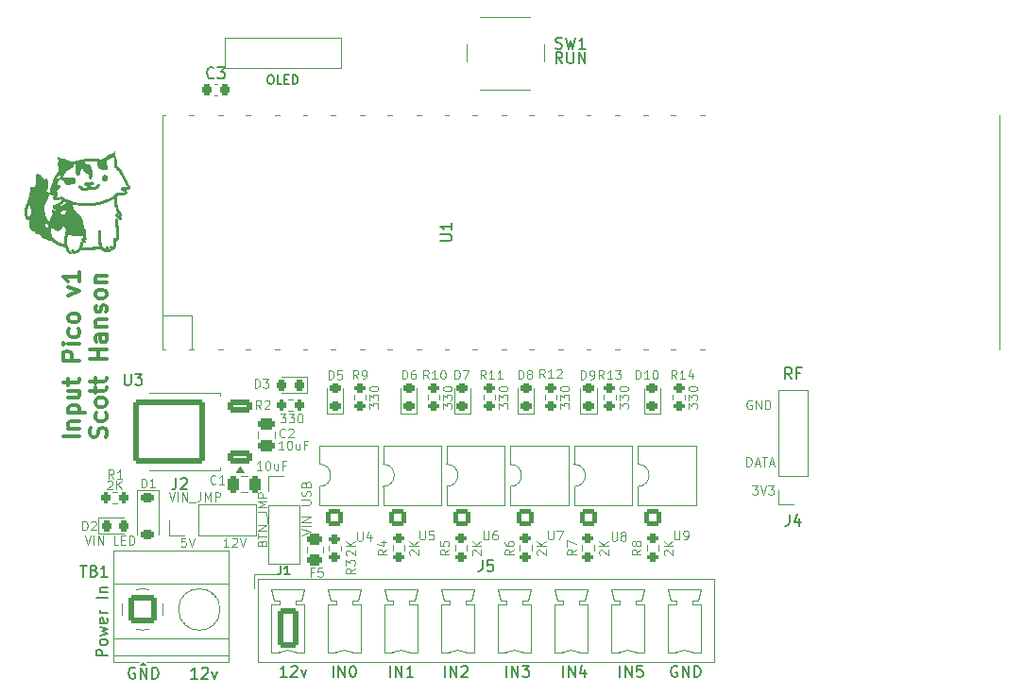
<source format=gbr>
%TF.GenerationSoftware,KiCad,Pcbnew,9.0.2*%
%TF.CreationDate,2025-08-10T10:42:45-04:00*%
%TF.ProjectId,Input_Pico,496e7075-745f-4506-9963-6f2e6b696361,v1*%
%TF.SameCoordinates,Original*%
%TF.FileFunction,Legend,Top*%
%TF.FilePolarity,Positive*%
%FSLAX46Y46*%
G04 Gerber Fmt 4.6, Leading zero omitted, Abs format (unit mm)*
G04 Created by KiCad (PCBNEW 9.0.2) date 2025-08-10 10:42:45*
%MOMM*%
%LPD*%
G01*
G04 APERTURE LIST*
G04 Aperture macros list*
%AMRoundRect*
0 Rectangle with rounded corners*
0 $1 Rounding radius*
0 $2 $3 $4 $5 $6 $7 $8 $9 X,Y pos of 4 corners*
0 Add a 4 corners polygon primitive as box body*
4,1,4,$2,$3,$4,$5,$6,$7,$8,$9,$2,$3,0*
0 Add four circle primitives for the rounded corners*
1,1,$1+$1,$2,$3*
1,1,$1+$1,$4,$5*
1,1,$1+$1,$6,$7*
1,1,$1+$1,$8,$9*
0 Add four rect primitives between the rounded corners*
20,1,$1+$1,$2,$3,$4,$5,0*
20,1,$1+$1,$4,$5,$6,$7,0*
20,1,$1+$1,$6,$7,$8,$9,0*
20,1,$1+$1,$8,$9,$2,$3,0*%
G04 Aperture macros list end*
%ADD10C,0.100000*%
%ADD11C,0.150000*%
%ADD12C,0.300000*%
%ADD13C,0.120000*%
%ADD14C,0.000000*%
%ADD15RoundRect,0.218750X0.256250X-0.218750X0.256250X0.218750X-0.256250X0.218750X-0.256250X-0.218750X0*%
%ADD16RoundRect,0.250000X-0.475000X0.250000X-0.475000X-0.250000X0.475000X-0.250000X0.475000X0.250000X0*%
%ADD17RoundRect,0.200000X0.200000X0.275000X-0.200000X0.275000X-0.200000X-0.275000X0.200000X-0.275000X0*%
%ADD18RoundRect,0.200000X0.275000X-0.200000X0.275000X0.200000X-0.275000X0.200000X-0.275000X-0.200000X0*%
%ADD19O,1.800000X1.800000*%
%ADD20O,1.500000X1.500000*%
%ADD21O,1.700000X1.700000*%
%ADD22R,1.700000X3.500000*%
%ADD23R,1.700000X1.700000*%
%ADD24C,1.700000*%
%ADD25RoundRect,0.250000X-0.250000X-0.475000X0.250000X-0.475000X0.250000X0.475000X-0.250000X0.475000X0*%
%ADD26C,3.700000*%
%ADD27RoundRect,0.243750X0.456250X-0.243750X0.456250X0.243750X-0.456250X0.243750X-0.456250X-0.243750X0*%
%ADD28RoundRect,0.250000X0.550000X-0.550000X0.550000X0.550000X-0.550000X0.550000X-0.550000X-0.550000X0*%
%ADD29C,1.600000*%
%ADD30RoundRect,0.218750X-0.218750X-0.256250X0.218750X-0.256250X0.218750X0.256250X-0.218750X0.256250X0*%
%ADD31RoundRect,0.250000X-1.050000X-1.050000X1.050000X-1.050000X1.050000X1.050000X-1.050000X1.050000X0*%
%ADD32C,2.600000*%
%ADD33RoundRect,0.225000X-0.375000X0.225000X-0.375000X-0.225000X0.375000X-0.225000X0.375000X0.225000X0*%
%ADD34RoundRect,0.250000X-0.650000X-1.550000X0.650000X-1.550000X0.650000X1.550000X-0.650000X1.550000X0*%
%ADD35O,1.800000X3.600000*%
%ADD36C,2.000000*%
%ADD37RoundRect,0.225000X-0.225000X-0.250000X0.225000X-0.250000X0.225000X0.250000X-0.225000X0.250000X0*%
%ADD38RoundRect,0.218750X0.218750X0.256250X-0.218750X0.256250X-0.218750X-0.256250X0.218750X-0.256250X0*%
%ADD39RoundRect,0.250000X0.850000X0.350000X-0.850000X0.350000X-0.850000X-0.350000X0.850000X-0.350000X0*%
%ADD40RoundRect,0.249997X2.950003X2.650003X-2.950003X2.650003X-2.950003X-2.650003X2.950003X-2.650003X0*%
%ADD41C,5.000000*%
G04 APERTURE END LIST*
D10*
X97606895Y-142358020D02*
X98406895Y-142091353D01*
X98406895Y-142091353D02*
X97606895Y-141824687D01*
X98406895Y-141558020D02*
X97606895Y-141558020D01*
X98406895Y-141177068D02*
X97606895Y-141177068D01*
X97606895Y-141177068D02*
X98406895Y-140719925D01*
X98406895Y-140719925D02*
X97606895Y-140719925D01*
D11*
X126136779Y-155069819D02*
X126136779Y-154069819D01*
X126612969Y-155069819D02*
X126612969Y-154069819D01*
X126612969Y-154069819D02*
X127184397Y-155069819D01*
X127184397Y-155069819D02*
X127184397Y-154069819D01*
X128136778Y-154069819D02*
X127660588Y-154069819D01*
X127660588Y-154069819D02*
X127612969Y-154546009D01*
X127612969Y-154546009D02*
X127660588Y-154498390D01*
X127660588Y-154498390D02*
X127755826Y-154450771D01*
X127755826Y-154450771D02*
X127993921Y-154450771D01*
X127993921Y-154450771D02*
X128089159Y-154498390D01*
X128089159Y-154498390D02*
X128136778Y-154546009D01*
X128136778Y-154546009D02*
X128184397Y-154641247D01*
X128184397Y-154641247D02*
X128184397Y-154879342D01*
X128184397Y-154879342D02*
X128136778Y-154974580D01*
X128136778Y-154974580D02*
X128089159Y-155022200D01*
X128089159Y-155022200D02*
X127993921Y-155069819D01*
X127993921Y-155069819D02*
X127755826Y-155069819D01*
X127755826Y-155069819D02*
X127660588Y-155022200D01*
X127660588Y-155022200D02*
X127612969Y-154974580D01*
D10*
X87197217Y-142616895D02*
X86816265Y-142616895D01*
X86816265Y-142616895D02*
X86778169Y-142997847D01*
X86778169Y-142997847D02*
X86816265Y-142959752D01*
X86816265Y-142959752D02*
X86892455Y-142921657D01*
X86892455Y-142921657D02*
X87082931Y-142921657D01*
X87082931Y-142921657D02*
X87159122Y-142959752D01*
X87159122Y-142959752D02*
X87197217Y-142997847D01*
X87197217Y-142997847D02*
X87235312Y-143074038D01*
X87235312Y-143074038D02*
X87235312Y-143264514D01*
X87235312Y-143264514D02*
X87197217Y-143340704D01*
X87197217Y-143340704D02*
X87159122Y-143378800D01*
X87159122Y-143378800D02*
X87082931Y-143416895D01*
X87082931Y-143416895D02*
X86892455Y-143416895D01*
X86892455Y-143416895D02*
X86816265Y-143378800D01*
X86816265Y-143378800D02*
X86778169Y-143340704D01*
X87463884Y-142616895D02*
X87730551Y-143416895D01*
X87730551Y-143416895D02*
X87997217Y-142616895D01*
D11*
X82660588Y-154267438D02*
X82565350Y-154219819D01*
X82565350Y-154219819D02*
X82422493Y-154219819D01*
X82422493Y-154219819D02*
X82279636Y-154267438D01*
X82279636Y-154267438D02*
X82184398Y-154362676D01*
X82184398Y-154362676D02*
X82136779Y-154457914D01*
X82136779Y-154457914D02*
X82089160Y-154648390D01*
X82089160Y-154648390D02*
X82089160Y-154791247D01*
X82089160Y-154791247D02*
X82136779Y-154981723D01*
X82136779Y-154981723D02*
X82184398Y-155076961D01*
X82184398Y-155076961D02*
X82279636Y-155172200D01*
X82279636Y-155172200D02*
X82422493Y-155219819D01*
X82422493Y-155219819D02*
X82517731Y-155219819D01*
X82517731Y-155219819D02*
X82660588Y-155172200D01*
X82660588Y-155172200D02*
X82708207Y-155124580D01*
X82708207Y-155124580D02*
X82708207Y-154791247D01*
X82708207Y-154791247D02*
X82517731Y-154791247D01*
X83136779Y-155219819D02*
X83136779Y-154219819D01*
X83136779Y-154219819D02*
X83708207Y-155219819D01*
X83708207Y-155219819D02*
X83708207Y-154219819D01*
X84184398Y-155219819D02*
X84184398Y-154219819D01*
X84184398Y-154219819D02*
X84422493Y-154219819D01*
X84422493Y-154219819D02*
X84565350Y-154267438D01*
X84565350Y-154267438D02*
X84660588Y-154362676D01*
X84660588Y-154362676D02*
X84708207Y-154457914D01*
X84708207Y-154457914D02*
X84755826Y-154648390D01*
X84755826Y-154648390D02*
X84755826Y-154791247D01*
X84755826Y-154791247D02*
X84708207Y-154981723D01*
X84708207Y-154981723D02*
X84660588Y-155076961D01*
X84660588Y-155076961D02*
X84565350Y-155172200D01*
X84565350Y-155172200D02*
X84422493Y-155219819D01*
X84422493Y-155219819D02*
X84184398Y-155219819D01*
D10*
X137481265Y-136171895D02*
X137481265Y-135371895D01*
X137481265Y-135371895D02*
X137671741Y-135371895D01*
X137671741Y-135371895D02*
X137786027Y-135409990D01*
X137786027Y-135409990D02*
X137862217Y-135486180D01*
X137862217Y-135486180D02*
X137900312Y-135562371D01*
X137900312Y-135562371D02*
X137938408Y-135714752D01*
X137938408Y-135714752D02*
X137938408Y-135829038D01*
X137938408Y-135829038D02*
X137900312Y-135981419D01*
X137900312Y-135981419D02*
X137862217Y-136057609D01*
X137862217Y-136057609D02*
X137786027Y-136133800D01*
X137786027Y-136133800D02*
X137671741Y-136171895D01*
X137671741Y-136171895D02*
X137481265Y-136171895D01*
X138243169Y-135943323D02*
X138624122Y-135943323D01*
X138166979Y-136171895D02*
X138433646Y-135371895D01*
X138433646Y-135371895D02*
X138700312Y-136171895D01*
X138852693Y-135371895D02*
X139309836Y-135371895D01*
X139081264Y-136171895D02*
X139081264Y-135371895D01*
X139538407Y-135943323D02*
X139919360Y-135943323D01*
X139462217Y-136171895D02*
X139728884Y-135371895D01*
X139728884Y-135371895D02*
X139995550Y-136171895D01*
D11*
X115936779Y-155069819D02*
X115936779Y-154069819D01*
X116412969Y-155069819D02*
X116412969Y-154069819D01*
X116412969Y-154069819D02*
X116984397Y-155069819D01*
X116984397Y-155069819D02*
X116984397Y-154069819D01*
X117365350Y-154069819D02*
X117984397Y-154069819D01*
X117984397Y-154069819D02*
X117651064Y-154450771D01*
X117651064Y-154450771D02*
X117793921Y-154450771D01*
X117793921Y-154450771D02*
X117889159Y-154498390D01*
X117889159Y-154498390D02*
X117936778Y-154546009D01*
X117936778Y-154546009D02*
X117984397Y-154641247D01*
X117984397Y-154641247D02*
X117984397Y-154879342D01*
X117984397Y-154879342D02*
X117936778Y-154974580D01*
X117936778Y-154974580D02*
X117889159Y-155022200D01*
X117889159Y-155022200D02*
X117793921Y-155069819D01*
X117793921Y-155069819D02*
X117508207Y-155069819D01*
X117508207Y-155069819D02*
X117412969Y-155022200D01*
X117412969Y-155022200D02*
X117365350Y-154974580D01*
D10*
X91065312Y-143406895D02*
X90608169Y-143406895D01*
X90836741Y-143406895D02*
X90836741Y-142606895D01*
X90836741Y-142606895D02*
X90760550Y-142721180D01*
X90760550Y-142721180D02*
X90684360Y-142797371D01*
X90684360Y-142797371D02*
X90608169Y-142835466D01*
X91370074Y-142683085D02*
X91408170Y-142644990D01*
X91408170Y-142644990D02*
X91484360Y-142606895D01*
X91484360Y-142606895D02*
X91674836Y-142606895D01*
X91674836Y-142606895D02*
X91751027Y-142644990D01*
X91751027Y-142644990D02*
X91789122Y-142683085D01*
X91789122Y-142683085D02*
X91827217Y-142759276D01*
X91827217Y-142759276D02*
X91827217Y-142835466D01*
X91827217Y-142835466D02*
X91789122Y-142949752D01*
X91789122Y-142949752D02*
X91331979Y-143406895D01*
X91331979Y-143406895D02*
X91827217Y-143406895D01*
X92055789Y-142606895D02*
X92322456Y-143406895D01*
X92322456Y-143406895D02*
X92589122Y-142606895D01*
X137925312Y-130284990D02*
X137849122Y-130246895D01*
X137849122Y-130246895D02*
X137734836Y-130246895D01*
X137734836Y-130246895D02*
X137620550Y-130284990D01*
X137620550Y-130284990D02*
X137544360Y-130361180D01*
X137544360Y-130361180D02*
X137506265Y-130437371D01*
X137506265Y-130437371D02*
X137468169Y-130589752D01*
X137468169Y-130589752D02*
X137468169Y-130704038D01*
X137468169Y-130704038D02*
X137506265Y-130856419D01*
X137506265Y-130856419D02*
X137544360Y-130932609D01*
X137544360Y-130932609D02*
X137620550Y-131008800D01*
X137620550Y-131008800D02*
X137734836Y-131046895D01*
X137734836Y-131046895D02*
X137811027Y-131046895D01*
X137811027Y-131046895D02*
X137925312Y-131008800D01*
X137925312Y-131008800D02*
X137963408Y-130970704D01*
X137963408Y-130970704D02*
X137963408Y-130704038D01*
X137963408Y-130704038D02*
X137811027Y-130704038D01*
X138306265Y-131046895D02*
X138306265Y-130246895D01*
X138306265Y-130246895D02*
X138763408Y-131046895D01*
X138763408Y-131046895D02*
X138763408Y-130246895D01*
X139144360Y-131046895D02*
X139144360Y-130246895D01*
X139144360Y-130246895D02*
X139334836Y-130246895D01*
X139334836Y-130246895D02*
X139449122Y-130284990D01*
X139449122Y-130284990D02*
X139525312Y-130361180D01*
X139525312Y-130361180D02*
X139563407Y-130437371D01*
X139563407Y-130437371D02*
X139601503Y-130589752D01*
X139601503Y-130589752D02*
X139601503Y-130704038D01*
X139601503Y-130704038D02*
X139563407Y-130856419D01*
X139563407Y-130856419D02*
X139525312Y-130932609D01*
X139525312Y-130932609D02*
X139449122Y-131008800D01*
X139449122Y-131008800D02*
X139334836Y-131046895D01*
X139334836Y-131046895D02*
X139144360Y-131046895D01*
D11*
X100436779Y-155069819D02*
X100436779Y-154069819D01*
X100912969Y-155069819D02*
X100912969Y-154069819D01*
X100912969Y-154069819D02*
X101484397Y-155069819D01*
X101484397Y-155069819D02*
X101484397Y-154069819D01*
X102151064Y-154069819D02*
X102246302Y-154069819D01*
X102246302Y-154069819D02*
X102341540Y-154117438D01*
X102341540Y-154117438D02*
X102389159Y-154165057D01*
X102389159Y-154165057D02*
X102436778Y-154260295D01*
X102436778Y-154260295D02*
X102484397Y-154450771D01*
X102484397Y-154450771D02*
X102484397Y-154688866D01*
X102484397Y-154688866D02*
X102436778Y-154879342D01*
X102436778Y-154879342D02*
X102389159Y-154974580D01*
X102389159Y-154974580D02*
X102341540Y-155022200D01*
X102341540Y-155022200D02*
X102246302Y-155069819D01*
X102246302Y-155069819D02*
X102151064Y-155069819D01*
X102151064Y-155069819D02*
X102055826Y-155022200D01*
X102055826Y-155022200D02*
X102008207Y-154974580D01*
X102008207Y-154974580D02*
X101960588Y-154879342D01*
X101960588Y-154879342D02*
X101912969Y-154688866D01*
X101912969Y-154688866D02*
X101912969Y-154450771D01*
X101912969Y-154450771D02*
X101960588Y-154260295D01*
X101960588Y-154260295D02*
X102008207Y-154165057D01*
X102008207Y-154165057D02*
X102055826Y-154117438D01*
X102055826Y-154117438D02*
X102151064Y-154069819D01*
X110436779Y-155069819D02*
X110436779Y-154069819D01*
X110912969Y-155069819D02*
X110912969Y-154069819D01*
X110912969Y-154069819D02*
X111484397Y-155069819D01*
X111484397Y-155069819D02*
X111484397Y-154069819D01*
X111912969Y-154165057D02*
X111960588Y-154117438D01*
X111960588Y-154117438D02*
X112055826Y-154069819D01*
X112055826Y-154069819D02*
X112293921Y-154069819D01*
X112293921Y-154069819D02*
X112389159Y-154117438D01*
X112389159Y-154117438D02*
X112436778Y-154165057D01*
X112436778Y-154165057D02*
X112484397Y-154260295D01*
X112484397Y-154260295D02*
X112484397Y-154355533D01*
X112484397Y-154355533D02*
X112436778Y-154498390D01*
X112436778Y-154498390D02*
X111865350Y-155069819D01*
X111865350Y-155069819D02*
X112484397Y-155069819D01*
X96260588Y-155069819D02*
X95689160Y-155069819D01*
X95974874Y-155069819D02*
X95974874Y-154069819D01*
X95974874Y-154069819D02*
X95879636Y-154212676D01*
X95879636Y-154212676D02*
X95784398Y-154307914D01*
X95784398Y-154307914D02*
X95689160Y-154355533D01*
X96641541Y-154165057D02*
X96689160Y-154117438D01*
X96689160Y-154117438D02*
X96784398Y-154069819D01*
X96784398Y-154069819D02*
X97022493Y-154069819D01*
X97022493Y-154069819D02*
X97117731Y-154117438D01*
X97117731Y-154117438D02*
X97165350Y-154165057D01*
X97165350Y-154165057D02*
X97212969Y-154260295D01*
X97212969Y-154260295D02*
X97212969Y-154355533D01*
X97212969Y-154355533D02*
X97165350Y-154498390D01*
X97165350Y-154498390D02*
X96593922Y-155069819D01*
X96593922Y-155069819D02*
X97212969Y-155069819D01*
X97546303Y-154403152D02*
X97784398Y-155069819D01*
X97784398Y-155069819D02*
X98022493Y-154403152D01*
X105536779Y-155069819D02*
X105536779Y-154069819D01*
X106012969Y-155069819D02*
X106012969Y-154069819D01*
X106012969Y-154069819D02*
X106584397Y-155069819D01*
X106584397Y-155069819D02*
X106584397Y-154069819D01*
X107584397Y-155069819D02*
X107012969Y-155069819D01*
X107298683Y-155069819D02*
X107298683Y-154069819D01*
X107298683Y-154069819D02*
X107203445Y-154212676D01*
X107203445Y-154212676D02*
X107108207Y-154307914D01*
X107108207Y-154307914D02*
X107012969Y-154355533D01*
X121036779Y-155069819D02*
X121036779Y-154069819D01*
X121512969Y-155069819D02*
X121512969Y-154069819D01*
X121512969Y-154069819D02*
X122084397Y-155069819D01*
X122084397Y-155069819D02*
X122084397Y-154069819D01*
X122989159Y-154403152D02*
X122989159Y-155069819D01*
X122751064Y-154022200D02*
X122512969Y-154736485D01*
X122512969Y-154736485D02*
X123132016Y-154736485D01*
D10*
X97596895Y-139653734D02*
X98244514Y-139653734D01*
X98244514Y-139653734D02*
X98320704Y-139615639D01*
X98320704Y-139615639D02*
X98358800Y-139577544D01*
X98358800Y-139577544D02*
X98396895Y-139501353D01*
X98396895Y-139501353D02*
X98396895Y-139348972D01*
X98396895Y-139348972D02*
X98358800Y-139272782D01*
X98358800Y-139272782D02*
X98320704Y-139234687D01*
X98320704Y-139234687D02*
X98244514Y-139196591D01*
X98244514Y-139196591D02*
X97596895Y-139196591D01*
X98358800Y-138853735D02*
X98396895Y-138739449D01*
X98396895Y-138739449D02*
X98396895Y-138548973D01*
X98396895Y-138548973D02*
X98358800Y-138472782D01*
X98358800Y-138472782D02*
X98320704Y-138434687D01*
X98320704Y-138434687D02*
X98244514Y-138396592D01*
X98244514Y-138396592D02*
X98168323Y-138396592D01*
X98168323Y-138396592D02*
X98092133Y-138434687D01*
X98092133Y-138434687D02*
X98054038Y-138472782D01*
X98054038Y-138472782D02*
X98015942Y-138548973D01*
X98015942Y-138548973D02*
X97977847Y-138701354D01*
X97977847Y-138701354D02*
X97939752Y-138777544D01*
X97939752Y-138777544D02*
X97901657Y-138815639D01*
X97901657Y-138815639D02*
X97825466Y-138853735D01*
X97825466Y-138853735D02*
X97749276Y-138853735D01*
X97749276Y-138853735D02*
X97673085Y-138815639D01*
X97673085Y-138815639D02*
X97634990Y-138777544D01*
X97634990Y-138777544D02*
X97596895Y-138701354D01*
X97596895Y-138701354D02*
X97596895Y-138510877D01*
X97596895Y-138510877D02*
X97634990Y-138396592D01*
X97977847Y-137787068D02*
X98015942Y-137672782D01*
X98015942Y-137672782D02*
X98054038Y-137634687D01*
X98054038Y-137634687D02*
X98130228Y-137596591D01*
X98130228Y-137596591D02*
X98244514Y-137596591D01*
X98244514Y-137596591D02*
X98320704Y-137634687D01*
X98320704Y-137634687D02*
X98358800Y-137672782D01*
X98358800Y-137672782D02*
X98396895Y-137748972D01*
X98396895Y-137748972D02*
X98396895Y-138053734D01*
X98396895Y-138053734D02*
X97596895Y-138053734D01*
X97596895Y-138053734D02*
X97596895Y-137787068D01*
X97596895Y-137787068D02*
X97634990Y-137710877D01*
X97634990Y-137710877D02*
X97673085Y-137672782D01*
X97673085Y-137672782D02*
X97749276Y-137634687D01*
X97749276Y-137634687D02*
X97825466Y-137634687D01*
X97825466Y-137634687D02*
X97901657Y-137672782D01*
X97901657Y-137672782D02*
X97939752Y-137710877D01*
X97939752Y-137710877D02*
X97977847Y-137787068D01*
X97977847Y-137787068D02*
X97977847Y-138053734D01*
D12*
X77695912Y-133495489D02*
X76195912Y-133495489D01*
X76695912Y-132781203D02*
X77695912Y-132781203D01*
X76838769Y-132781203D02*
X76767341Y-132709774D01*
X76767341Y-132709774D02*
X76695912Y-132566917D01*
X76695912Y-132566917D02*
X76695912Y-132352631D01*
X76695912Y-132352631D02*
X76767341Y-132209774D01*
X76767341Y-132209774D02*
X76910198Y-132138346D01*
X76910198Y-132138346D02*
X77695912Y-132138346D01*
X76695912Y-131424060D02*
X78195912Y-131424060D01*
X76767341Y-131424060D02*
X76695912Y-131281203D01*
X76695912Y-131281203D02*
X76695912Y-130995488D01*
X76695912Y-130995488D02*
X76767341Y-130852631D01*
X76767341Y-130852631D02*
X76838769Y-130781203D01*
X76838769Y-130781203D02*
X76981626Y-130709774D01*
X76981626Y-130709774D02*
X77410198Y-130709774D01*
X77410198Y-130709774D02*
X77553055Y-130781203D01*
X77553055Y-130781203D02*
X77624484Y-130852631D01*
X77624484Y-130852631D02*
X77695912Y-130995488D01*
X77695912Y-130995488D02*
X77695912Y-131281203D01*
X77695912Y-131281203D02*
X77624484Y-131424060D01*
X76695912Y-129424060D02*
X77695912Y-129424060D01*
X76695912Y-130066917D02*
X77481626Y-130066917D01*
X77481626Y-130066917D02*
X77624484Y-129995488D01*
X77624484Y-129995488D02*
X77695912Y-129852631D01*
X77695912Y-129852631D02*
X77695912Y-129638345D01*
X77695912Y-129638345D02*
X77624484Y-129495488D01*
X77624484Y-129495488D02*
X77553055Y-129424060D01*
X76695912Y-128924059D02*
X76695912Y-128352631D01*
X76195912Y-128709774D02*
X77481626Y-128709774D01*
X77481626Y-128709774D02*
X77624484Y-128638345D01*
X77624484Y-128638345D02*
X77695912Y-128495488D01*
X77695912Y-128495488D02*
X77695912Y-128352631D01*
X77695912Y-126709774D02*
X76195912Y-126709774D01*
X76195912Y-126709774D02*
X76195912Y-126138345D01*
X76195912Y-126138345D02*
X76267341Y-125995488D01*
X76267341Y-125995488D02*
X76338769Y-125924059D01*
X76338769Y-125924059D02*
X76481626Y-125852631D01*
X76481626Y-125852631D02*
X76695912Y-125852631D01*
X76695912Y-125852631D02*
X76838769Y-125924059D01*
X76838769Y-125924059D02*
X76910198Y-125995488D01*
X76910198Y-125995488D02*
X76981626Y-126138345D01*
X76981626Y-126138345D02*
X76981626Y-126709774D01*
X77695912Y-125209774D02*
X76695912Y-125209774D01*
X76195912Y-125209774D02*
X76267341Y-125281202D01*
X76267341Y-125281202D02*
X76338769Y-125209774D01*
X76338769Y-125209774D02*
X76267341Y-125138345D01*
X76267341Y-125138345D02*
X76195912Y-125209774D01*
X76195912Y-125209774D02*
X76338769Y-125209774D01*
X77624484Y-123852631D02*
X77695912Y-123995488D01*
X77695912Y-123995488D02*
X77695912Y-124281202D01*
X77695912Y-124281202D02*
X77624484Y-124424059D01*
X77624484Y-124424059D02*
X77553055Y-124495488D01*
X77553055Y-124495488D02*
X77410198Y-124566916D01*
X77410198Y-124566916D02*
X76981626Y-124566916D01*
X76981626Y-124566916D02*
X76838769Y-124495488D01*
X76838769Y-124495488D02*
X76767341Y-124424059D01*
X76767341Y-124424059D02*
X76695912Y-124281202D01*
X76695912Y-124281202D02*
X76695912Y-123995488D01*
X76695912Y-123995488D02*
X76767341Y-123852631D01*
X77695912Y-122995488D02*
X77624484Y-123138345D01*
X77624484Y-123138345D02*
X77553055Y-123209774D01*
X77553055Y-123209774D02*
X77410198Y-123281202D01*
X77410198Y-123281202D02*
X76981626Y-123281202D01*
X76981626Y-123281202D02*
X76838769Y-123209774D01*
X76838769Y-123209774D02*
X76767341Y-123138345D01*
X76767341Y-123138345D02*
X76695912Y-122995488D01*
X76695912Y-122995488D02*
X76695912Y-122781202D01*
X76695912Y-122781202D02*
X76767341Y-122638345D01*
X76767341Y-122638345D02*
X76838769Y-122566917D01*
X76838769Y-122566917D02*
X76981626Y-122495488D01*
X76981626Y-122495488D02*
X77410198Y-122495488D01*
X77410198Y-122495488D02*
X77553055Y-122566917D01*
X77553055Y-122566917D02*
X77624484Y-122638345D01*
X77624484Y-122638345D02*
X77695912Y-122781202D01*
X77695912Y-122781202D02*
X77695912Y-122995488D01*
X76695912Y-120852631D02*
X77695912Y-120495488D01*
X77695912Y-120495488D02*
X76695912Y-120138345D01*
X77695912Y-118781202D02*
X77695912Y-119638345D01*
X77695912Y-119209774D02*
X76195912Y-119209774D01*
X76195912Y-119209774D02*
X76410198Y-119352631D01*
X76410198Y-119352631D02*
X76553055Y-119495488D01*
X76553055Y-119495488D02*
X76624484Y-119638345D01*
X80039400Y-133566917D02*
X80110828Y-133352632D01*
X80110828Y-133352632D02*
X80110828Y-132995489D01*
X80110828Y-132995489D02*
X80039400Y-132852632D01*
X80039400Y-132852632D02*
X79967971Y-132781203D01*
X79967971Y-132781203D02*
X79825114Y-132709774D01*
X79825114Y-132709774D02*
X79682257Y-132709774D01*
X79682257Y-132709774D02*
X79539400Y-132781203D01*
X79539400Y-132781203D02*
X79467971Y-132852632D01*
X79467971Y-132852632D02*
X79396542Y-132995489D01*
X79396542Y-132995489D02*
X79325114Y-133281203D01*
X79325114Y-133281203D02*
X79253685Y-133424060D01*
X79253685Y-133424060D02*
X79182257Y-133495489D01*
X79182257Y-133495489D02*
X79039400Y-133566917D01*
X79039400Y-133566917D02*
X78896542Y-133566917D01*
X78896542Y-133566917D02*
X78753685Y-133495489D01*
X78753685Y-133495489D02*
X78682257Y-133424060D01*
X78682257Y-133424060D02*
X78610828Y-133281203D01*
X78610828Y-133281203D02*
X78610828Y-132924060D01*
X78610828Y-132924060D02*
X78682257Y-132709774D01*
X80039400Y-131424061D02*
X80110828Y-131566918D01*
X80110828Y-131566918D02*
X80110828Y-131852632D01*
X80110828Y-131852632D02*
X80039400Y-131995489D01*
X80039400Y-131995489D02*
X79967971Y-132066918D01*
X79967971Y-132066918D02*
X79825114Y-132138346D01*
X79825114Y-132138346D02*
X79396542Y-132138346D01*
X79396542Y-132138346D02*
X79253685Y-132066918D01*
X79253685Y-132066918D02*
X79182257Y-131995489D01*
X79182257Y-131995489D02*
X79110828Y-131852632D01*
X79110828Y-131852632D02*
X79110828Y-131566918D01*
X79110828Y-131566918D02*
X79182257Y-131424061D01*
X80110828Y-130566918D02*
X80039400Y-130709775D01*
X80039400Y-130709775D02*
X79967971Y-130781204D01*
X79967971Y-130781204D02*
X79825114Y-130852632D01*
X79825114Y-130852632D02*
X79396542Y-130852632D01*
X79396542Y-130852632D02*
X79253685Y-130781204D01*
X79253685Y-130781204D02*
X79182257Y-130709775D01*
X79182257Y-130709775D02*
X79110828Y-130566918D01*
X79110828Y-130566918D02*
X79110828Y-130352632D01*
X79110828Y-130352632D02*
X79182257Y-130209775D01*
X79182257Y-130209775D02*
X79253685Y-130138347D01*
X79253685Y-130138347D02*
X79396542Y-130066918D01*
X79396542Y-130066918D02*
X79825114Y-130066918D01*
X79825114Y-130066918D02*
X79967971Y-130138347D01*
X79967971Y-130138347D02*
X80039400Y-130209775D01*
X80039400Y-130209775D02*
X80110828Y-130352632D01*
X80110828Y-130352632D02*
X80110828Y-130566918D01*
X79110828Y-129638346D02*
X79110828Y-129066918D01*
X78610828Y-129424061D02*
X79896542Y-129424061D01*
X79896542Y-129424061D02*
X80039400Y-129352632D01*
X80039400Y-129352632D02*
X80110828Y-129209775D01*
X80110828Y-129209775D02*
X80110828Y-129066918D01*
X79110828Y-128781203D02*
X79110828Y-128209775D01*
X78610828Y-128566918D02*
X79896542Y-128566918D01*
X79896542Y-128566918D02*
X80039400Y-128495489D01*
X80039400Y-128495489D02*
X80110828Y-128352632D01*
X80110828Y-128352632D02*
X80110828Y-128209775D01*
X80110828Y-126566918D02*
X78610828Y-126566918D01*
X79325114Y-126566918D02*
X79325114Y-125709775D01*
X80110828Y-125709775D02*
X78610828Y-125709775D01*
X80110828Y-124352632D02*
X79325114Y-124352632D01*
X79325114Y-124352632D02*
X79182257Y-124424060D01*
X79182257Y-124424060D02*
X79110828Y-124566917D01*
X79110828Y-124566917D02*
X79110828Y-124852632D01*
X79110828Y-124852632D02*
X79182257Y-124995489D01*
X80039400Y-124352632D02*
X80110828Y-124495489D01*
X80110828Y-124495489D02*
X80110828Y-124852632D01*
X80110828Y-124852632D02*
X80039400Y-124995489D01*
X80039400Y-124995489D02*
X79896542Y-125066917D01*
X79896542Y-125066917D02*
X79753685Y-125066917D01*
X79753685Y-125066917D02*
X79610828Y-124995489D01*
X79610828Y-124995489D02*
X79539400Y-124852632D01*
X79539400Y-124852632D02*
X79539400Y-124495489D01*
X79539400Y-124495489D02*
X79467971Y-124352632D01*
X79110828Y-123638346D02*
X80110828Y-123638346D01*
X79253685Y-123638346D02*
X79182257Y-123566917D01*
X79182257Y-123566917D02*
X79110828Y-123424060D01*
X79110828Y-123424060D02*
X79110828Y-123209774D01*
X79110828Y-123209774D02*
X79182257Y-123066917D01*
X79182257Y-123066917D02*
X79325114Y-122995489D01*
X79325114Y-122995489D02*
X80110828Y-122995489D01*
X80039400Y-122352631D02*
X80110828Y-122209774D01*
X80110828Y-122209774D02*
X80110828Y-121924060D01*
X80110828Y-121924060D02*
X80039400Y-121781203D01*
X80039400Y-121781203D02*
X79896542Y-121709774D01*
X79896542Y-121709774D02*
X79825114Y-121709774D01*
X79825114Y-121709774D02*
X79682257Y-121781203D01*
X79682257Y-121781203D02*
X79610828Y-121924060D01*
X79610828Y-121924060D02*
X79610828Y-122138346D01*
X79610828Y-122138346D02*
X79539400Y-122281203D01*
X79539400Y-122281203D02*
X79396542Y-122352631D01*
X79396542Y-122352631D02*
X79325114Y-122352631D01*
X79325114Y-122352631D02*
X79182257Y-122281203D01*
X79182257Y-122281203D02*
X79110828Y-122138346D01*
X79110828Y-122138346D02*
X79110828Y-121924060D01*
X79110828Y-121924060D02*
X79182257Y-121781203D01*
X80110828Y-120852631D02*
X80039400Y-120995488D01*
X80039400Y-120995488D02*
X79967971Y-121066917D01*
X79967971Y-121066917D02*
X79825114Y-121138345D01*
X79825114Y-121138345D02*
X79396542Y-121138345D01*
X79396542Y-121138345D02*
X79253685Y-121066917D01*
X79253685Y-121066917D02*
X79182257Y-120995488D01*
X79182257Y-120995488D02*
X79110828Y-120852631D01*
X79110828Y-120852631D02*
X79110828Y-120638345D01*
X79110828Y-120638345D02*
X79182257Y-120495488D01*
X79182257Y-120495488D02*
X79253685Y-120424060D01*
X79253685Y-120424060D02*
X79396542Y-120352631D01*
X79396542Y-120352631D02*
X79825114Y-120352631D01*
X79825114Y-120352631D02*
X79967971Y-120424060D01*
X79967971Y-120424060D02*
X80039400Y-120495488D01*
X80039400Y-120495488D02*
X80110828Y-120638345D01*
X80110828Y-120638345D02*
X80110828Y-120852631D01*
X79110828Y-119709774D02*
X80110828Y-119709774D01*
X79253685Y-119709774D02*
X79182257Y-119638345D01*
X79182257Y-119638345D02*
X79110828Y-119495488D01*
X79110828Y-119495488D02*
X79110828Y-119281202D01*
X79110828Y-119281202D02*
X79182257Y-119138345D01*
X79182257Y-119138345D02*
X79325114Y-119066917D01*
X79325114Y-119066917D02*
X80110828Y-119066917D01*
D10*
X137980074Y-137921895D02*
X138475312Y-137921895D01*
X138475312Y-137921895D02*
X138208646Y-138226657D01*
X138208646Y-138226657D02*
X138322931Y-138226657D01*
X138322931Y-138226657D02*
X138399122Y-138264752D01*
X138399122Y-138264752D02*
X138437217Y-138302847D01*
X138437217Y-138302847D02*
X138475312Y-138379038D01*
X138475312Y-138379038D02*
X138475312Y-138569514D01*
X138475312Y-138569514D02*
X138437217Y-138645704D01*
X138437217Y-138645704D02*
X138399122Y-138683800D01*
X138399122Y-138683800D02*
X138322931Y-138721895D01*
X138322931Y-138721895D02*
X138094360Y-138721895D01*
X138094360Y-138721895D02*
X138018169Y-138683800D01*
X138018169Y-138683800D02*
X137980074Y-138645704D01*
X138703884Y-137921895D02*
X138970551Y-138721895D01*
X138970551Y-138721895D02*
X139237217Y-137921895D01*
X139427693Y-137921895D02*
X139922931Y-137921895D01*
X139922931Y-137921895D02*
X139656265Y-138226657D01*
X139656265Y-138226657D02*
X139770550Y-138226657D01*
X139770550Y-138226657D02*
X139846741Y-138264752D01*
X139846741Y-138264752D02*
X139884836Y-138302847D01*
X139884836Y-138302847D02*
X139922931Y-138379038D01*
X139922931Y-138379038D02*
X139922931Y-138569514D01*
X139922931Y-138569514D02*
X139884836Y-138645704D01*
X139884836Y-138645704D02*
X139846741Y-138683800D01*
X139846741Y-138683800D02*
X139770550Y-138721895D01*
X139770550Y-138721895D02*
X139541979Y-138721895D01*
X139541979Y-138721895D02*
X139465788Y-138683800D01*
X139465788Y-138683800D02*
X139427693Y-138645704D01*
D11*
X88260588Y-155219819D02*
X87689160Y-155219819D01*
X87974874Y-155219819D02*
X87974874Y-154219819D01*
X87974874Y-154219819D02*
X87879636Y-154362676D01*
X87879636Y-154362676D02*
X87784398Y-154457914D01*
X87784398Y-154457914D02*
X87689160Y-154505533D01*
X88641541Y-154315057D02*
X88689160Y-154267438D01*
X88689160Y-154267438D02*
X88784398Y-154219819D01*
X88784398Y-154219819D02*
X89022493Y-154219819D01*
X89022493Y-154219819D02*
X89117731Y-154267438D01*
X89117731Y-154267438D02*
X89165350Y-154315057D01*
X89165350Y-154315057D02*
X89212969Y-154410295D01*
X89212969Y-154410295D02*
X89212969Y-154505533D01*
X89212969Y-154505533D02*
X89165350Y-154648390D01*
X89165350Y-154648390D02*
X88593922Y-155219819D01*
X88593922Y-155219819D02*
X89212969Y-155219819D01*
X89546303Y-154553152D02*
X89784398Y-155219819D01*
X89784398Y-155219819D02*
X90022493Y-154553152D01*
X131260588Y-154117438D02*
X131165350Y-154069819D01*
X131165350Y-154069819D02*
X131022493Y-154069819D01*
X131022493Y-154069819D02*
X130879636Y-154117438D01*
X130879636Y-154117438D02*
X130784398Y-154212676D01*
X130784398Y-154212676D02*
X130736779Y-154307914D01*
X130736779Y-154307914D02*
X130689160Y-154498390D01*
X130689160Y-154498390D02*
X130689160Y-154641247D01*
X130689160Y-154641247D02*
X130736779Y-154831723D01*
X130736779Y-154831723D02*
X130784398Y-154926961D01*
X130784398Y-154926961D02*
X130879636Y-155022200D01*
X130879636Y-155022200D02*
X131022493Y-155069819D01*
X131022493Y-155069819D02*
X131117731Y-155069819D01*
X131117731Y-155069819D02*
X131260588Y-155022200D01*
X131260588Y-155022200D02*
X131308207Y-154974580D01*
X131308207Y-154974580D02*
X131308207Y-154641247D01*
X131308207Y-154641247D02*
X131117731Y-154641247D01*
X131736779Y-155069819D02*
X131736779Y-154069819D01*
X131736779Y-154069819D02*
X132308207Y-155069819D01*
X132308207Y-155069819D02*
X132308207Y-154069819D01*
X132784398Y-155069819D02*
X132784398Y-154069819D01*
X132784398Y-154069819D02*
X133022493Y-154069819D01*
X133022493Y-154069819D02*
X133165350Y-154117438D01*
X133165350Y-154117438D02*
X133260588Y-154212676D01*
X133260588Y-154212676D02*
X133308207Y-154307914D01*
X133308207Y-154307914D02*
X133355826Y-154498390D01*
X133355826Y-154498390D02*
X133355826Y-154641247D01*
X133355826Y-154641247D02*
X133308207Y-154831723D01*
X133308207Y-154831723D02*
X133260588Y-154926961D01*
X133260588Y-154926961D02*
X133165350Y-155022200D01*
X133165350Y-155022200D02*
X133022493Y-155069819D01*
X133022493Y-155069819D02*
X132784398Y-155069819D01*
D10*
X122609524Y-128377395D02*
X122609524Y-127577395D01*
X122609524Y-127577395D02*
X122800000Y-127577395D01*
X122800000Y-127577395D02*
X122914286Y-127615490D01*
X122914286Y-127615490D02*
X122990476Y-127691680D01*
X122990476Y-127691680D02*
X123028571Y-127767871D01*
X123028571Y-127767871D02*
X123066667Y-127920252D01*
X123066667Y-127920252D02*
X123066667Y-128034538D01*
X123066667Y-128034538D02*
X123028571Y-128186919D01*
X123028571Y-128186919D02*
X122990476Y-128263109D01*
X122990476Y-128263109D02*
X122914286Y-128339300D01*
X122914286Y-128339300D02*
X122800000Y-128377395D01*
X122800000Y-128377395D02*
X122609524Y-128377395D01*
X123447619Y-128377395D02*
X123600000Y-128377395D01*
X123600000Y-128377395D02*
X123676190Y-128339300D01*
X123676190Y-128339300D02*
X123714286Y-128301204D01*
X123714286Y-128301204D02*
X123790476Y-128186919D01*
X123790476Y-128186919D02*
X123828571Y-128034538D01*
X123828571Y-128034538D02*
X123828571Y-127729776D01*
X123828571Y-127729776D02*
X123790476Y-127653585D01*
X123790476Y-127653585D02*
X123752381Y-127615490D01*
X123752381Y-127615490D02*
X123676190Y-127577395D01*
X123676190Y-127577395D02*
X123523809Y-127577395D01*
X123523809Y-127577395D02*
X123447619Y-127615490D01*
X123447619Y-127615490D02*
X123409524Y-127653585D01*
X123409524Y-127653585D02*
X123371428Y-127729776D01*
X123371428Y-127729776D02*
X123371428Y-127920252D01*
X123371428Y-127920252D02*
X123409524Y-127996442D01*
X123409524Y-127996442D02*
X123447619Y-128034538D01*
X123447619Y-128034538D02*
X123523809Y-128072633D01*
X123523809Y-128072633D02*
X123676190Y-128072633D01*
X123676190Y-128072633D02*
X123752381Y-128034538D01*
X123752381Y-128034538D02*
X123790476Y-127996442D01*
X123790476Y-127996442D02*
X123828571Y-127920252D01*
X96116667Y-133538704D02*
X96078571Y-133576800D01*
X96078571Y-133576800D02*
X95964286Y-133614895D01*
X95964286Y-133614895D02*
X95888095Y-133614895D01*
X95888095Y-133614895D02*
X95773809Y-133576800D01*
X95773809Y-133576800D02*
X95697619Y-133500609D01*
X95697619Y-133500609D02*
X95659524Y-133424419D01*
X95659524Y-133424419D02*
X95621428Y-133272038D01*
X95621428Y-133272038D02*
X95621428Y-133157752D01*
X95621428Y-133157752D02*
X95659524Y-133005371D01*
X95659524Y-133005371D02*
X95697619Y-132929180D01*
X95697619Y-132929180D02*
X95773809Y-132852990D01*
X95773809Y-132852990D02*
X95888095Y-132814895D01*
X95888095Y-132814895D02*
X95964286Y-132814895D01*
X95964286Y-132814895D02*
X96078571Y-132852990D01*
X96078571Y-132852990D02*
X96116667Y-132891085D01*
X96421428Y-132891085D02*
X96459524Y-132852990D01*
X96459524Y-132852990D02*
X96535714Y-132814895D01*
X96535714Y-132814895D02*
X96726190Y-132814895D01*
X96726190Y-132814895D02*
X96802381Y-132852990D01*
X96802381Y-132852990D02*
X96840476Y-132891085D01*
X96840476Y-132891085D02*
X96878571Y-132967276D01*
X96878571Y-132967276D02*
X96878571Y-133043466D01*
X96878571Y-133043466D02*
X96840476Y-133157752D01*
X96840476Y-133157752D02*
X96383333Y-133614895D01*
X96383333Y-133614895D02*
X96878571Y-133614895D01*
X95992856Y-134689895D02*
X95535713Y-134689895D01*
X95764285Y-134689895D02*
X95764285Y-133889895D01*
X95764285Y-133889895D02*
X95688094Y-134004180D01*
X95688094Y-134004180D02*
X95611904Y-134080371D01*
X95611904Y-134080371D02*
X95535713Y-134118466D01*
X96488095Y-133889895D02*
X96564285Y-133889895D01*
X96564285Y-133889895D02*
X96640476Y-133927990D01*
X96640476Y-133927990D02*
X96678571Y-133966085D01*
X96678571Y-133966085D02*
X96716666Y-134042276D01*
X96716666Y-134042276D02*
X96754761Y-134194657D01*
X96754761Y-134194657D02*
X96754761Y-134385133D01*
X96754761Y-134385133D02*
X96716666Y-134537514D01*
X96716666Y-134537514D02*
X96678571Y-134613704D01*
X96678571Y-134613704D02*
X96640476Y-134651800D01*
X96640476Y-134651800D02*
X96564285Y-134689895D01*
X96564285Y-134689895D02*
X96488095Y-134689895D01*
X96488095Y-134689895D02*
X96411904Y-134651800D01*
X96411904Y-134651800D02*
X96373809Y-134613704D01*
X96373809Y-134613704D02*
X96335714Y-134537514D01*
X96335714Y-134537514D02*
X96297618Y-134385133D01*
X96297618Y-134385133D02*
X96297618Y-134194657D01*
X96297618Y-134194657D02*
X96335714Y-134042276D01*
X96335714Y-134042276D02*
X96373809Y-133966085D01*
X96373809Y-133966085D02*
X96411904Y-133927990D01*
X96411904Y-133927990D02*
X96488095Y-133889895D01*
X97440476Y-134156561D02*
X97440476Y-134689895D01*
X97097619Y-134156561D02*
X97097619Y-134575609D01*
X97097619Y-134575609D02*
X97135714Y-134651800D01*
X97135714Y-134651800D02*
X97211904Y-134689895D01*
X97211904Y-134689895D02*
X97326190Y-134689895D01*
X97326190Y-134689895D02*
X97402381Y-134651800D01*
X97402381Y-134651800D02*
X97440476Y-134613704D01*
X98088095Y-134270847D02*
X97821429Y-134270847D01*
X97821429Y-134689895D02*
X97821429Y-133889895D01*
X97821429Y-133889895D02*
X98202381Y-133889895D01*
X80756667Y-137284895D02*
X80490000Y-136903942D01*
X80299524Y-137284895D02*
X80299524Y-136484895D01*
X80299524Y-136484895D02*
X80604286Y-136484895D01*
X80604286Y-136484895D02*
X80680476Y-136522990D01*
X80680476Y-136522990D02*
X80718571Y-136561085D01*
X80718571Y-136561085D02*
X80756667Y-136637276D01*
X80756667Y-136637276D02*
X80756667Y-136751561D01*
X80756667Y-136751561D02*
X80718571Y-136827752D01*
X80718571Y-136827752D02*
X80680476Y-136865847D01*
X80680476Y-136865847D02*
X80604286Y-136903942D01*
X80604286Y-136903942D02*
X80299524Y-136903942D01*
X81518571Y-137284895D02*
X81061428Y-137284895D01*
X81290000Y-137284895D02*
X81290000Y-136484895D01*
X81290000Y-136484895D02*
X81213809Y-136599180D01*
X81213809Y-136599180D02*
X81137619Y-136675371D01*
X81137619Y-136675371D02*
X81061428Y-136713466D01*
X80191428Y-137521085D02*
X80229524Y-137482990D01*
X80229524Y-137482990D02*
X80305714Y-137444895D01*
X80305714Y-137444895D02*
X80496190Y-137444895D01*
X80496190Y-137444895D02*
X80572381Y-137482990D01*
X80572381Y-137482990D02*
X80610476Y-137521085D01*
X80610476Y-137521085D02*
X80648571Y-137597276D01*
X80648571Y-137597276D02*
X80648571Y-137673466D01*
X80648571Y-137673466D02*
X80610476Y-137787752D01*
X80610476Y-137787752D02*
X80153333Y-138244895D01*
X80153333Y-138244895D02*
X80648571Y-138244895D01*
X80991429Y-138244895D02*
X80991429Y-137444895D01*
X81448572Y-138244895D02*
X81105714Y-137787752D01*
X81448572Y-137444895D02*
X80991429Y-137902038D01*
X116599895Y-143638332D02*
X116218942Y-143904999D01*
X116599895Y-144095475D02*
X115799895Y-144095475D01*
X115799895Y-144095475D02*
X115799895Y-143790713D01*
X115799895Y-143790713D02*
X115837990Y-143714523D01*
X115837990Y-143714523D02*
X115876085Y-143676428D01*
X115876085Y-143676428D02*
X115952276Y-143638332D01*
X115952276Y-143638332D02*
X116066561Y-143638332D01*
X116066561Y-143638332D02*
X116142752Y-143676428D01*
X116142752Y-143676428D02*
X116180847Y-143714523D01*
X116180847Y-143714523D02*
X116218942Y-143790713D01*
X116218942Y-143790713D02*
X116218942Y-144095475D01*
X115799895Y-142952618D02*
X115799895Y-143104999D01*
X115799895Y-143104999D02*
X115837990Y-143181190D01*
X115837990Y-143181190D02*
X115876085Y-143219285D01*
X115876085Y-143219285D02*
X115990371Y-143295475D01*
X115990371Y-143295475D02*
X116142752Y-143333571D01*
X116142752Y-143333571D02*
X116447514Y-143333571D01*
X116447514Y-143333571D02*
X116523704Y-143295475D01*
X116523704Y-143295475D02*
X116561800Y-143257380D01*
X116561800Y-143257380D02*
X116599895Y-143181190D01*
X116599895Y-143181190D02*
X116599895Y-143028809D01*
X116599895Y-143028809D02*
X116561800Y-142952618D01*
X116561800Y-142952618D02*
X116523704Y-142914523D01*
X116523704Y-142914523D02*
X116447514Y-142876428D01*
X116447514Y-142876428D02*
X116257038Y-142876428D01*
X116257038Y-142876428D02*
X116180847Y-142914523D01*
X116180847Y-142914523D02*
X116142752Y-142952618D01*
X116142752Y-142952618D02*
X116104657Y-143028809D01*
X116104657Y-143028809D02*
X116104657Y-143181190D01*
X116104657Y-143181190D02*
X116142752Y-143257380D01*
X116142752Y-143257380D02*
X116180847Y-143295475D01*
X116180847Y-143295475D02*
X116257038Y-143333571D01*
X118736085Y-144133571D02*
X118697990Y-144095475D01*
X118697990Y-144095475D02*
X118659895Y-144019285D01*
X118659895Y-144019285D02*
X118659895Y-143828809D01*
X118659895Y-143828809D02*
X118697990Y-143752618D01*
X118697990Y-143752618D02*
X118736085Y-143714523D01*
X118736085Y-143714523D02*
X118812276Y-143676428D01*
X118812276Y-143676428D02*
X118888466Y-143676428D01*
X118888466Y-143676428D02*
X119002752Y-143714523D01*
X119002752Y-143714523D02*
X119459895Y-144171666D01*
X119459895Y-144171666D02*
X119459895Y-143676428D01*
X119459895Y-143333570D02*
X118659895Y-143333570D01*
X119459895Y-142876427D02*
X119002752Y-143219285D01*
X118659895Y-142876427D02*
X119117038Y-143333570D01*
X102666667Y-128364895D02*
X102400000Y-127983942D01*
X102209524Y-128364895D02*
X102209524Y-127564895D01*
X102209524Y-127564895D02*
X102514286Y-127564895D01*
X102514286Y-127564895D02*
X102590476Y-127602990D01*
X102590476Y-127602990D02*
X102628571Y-127641085D01*
X102628571Y-127641085D02*
X102666667Y-127717276D01*
X102666667Y-127717276D02*
X102666667Y-127831561D01*
X102666667Y-127831561D02*
X102628571Y-127907752D01*
X102628571Y-127907752D02*
X102590476Y-127945847D01*
X102590476Y-127945847D02*
X102514286Y-127983942D01*
X102514286Y-127983942D02*
X102209524Y-127983942D01*
X103047619Y-128364895D02*
X103200000Y-128364895D01*
X103200000Y-128364895D02*
X103276190Y-128326800D01*
X103276190Y-128326800D02*
X103314286Y-128288704D01*
X103314286Y-128288704D02*
X103390476Y-128174419D01*
X103390476Y-128174419D02*
X103428571Y-128022038D01*
X103428571Y-128022038D02*
X103428571Y-127717276D01*
X103428571Y-127717276D02*
X103390476Y-127641085D01*
X103390476Y-127641085D02*
X103352381Y-127602990D01*
X103352381Y-127602990D02*
X103276190Y-127564895D01*
X103276190Y-127564895D02*
X103123809Y-127564895D01*
X103123809Y-127564895D02*
X103047619Y-127602990D01*
X103047619Y-127602990D02*
X103009524Y-127641085D01*
X103009524Y-127641085D02*
X102971428Y-127717276D01*
X102971428Y-127717276D02*
X102971428Y-127907752D01*
X102971428Y-127907752D02*
X103009524Y-127983942D01*
X103009524Y-127983942D02*
X103047619Y-128022038D01*
X103047619Y-128022038D02*
X103123809Y-128060133D01*
X103123809Y-128060133D02*
X103276190Y-128060133D01*
X103276190Y-128060133D02*
X103352381Y-128022038D01*
X103352381Y-128022038D02*
X103390476Y-127983942D01*
X103390476Y-127983942D02*
X103428571Y-127907752D01*
X103664895Y-131028571D02*
X103664895Y-130533333D01*
X103664895Y-130533333D02*
X103969657Y-130799999D01*
X103969657Y-130799999D02*
X103969657Y-130685714D01*
X103969657Y-130685714D02*
X104007752Y-130609523D01*
X104007752Y-130609523D02*
X104045847Y-130571428D01*
X104045847Y-130571428D02*
X104122038Y-130533333D01*
X104122038Y-130533333D02*
X104312514Y-130533333D01*
X104312514Y-130533333D02*
X104388704Y-130571428D01*
X104388704Y-130571428D02*
X104426800Y-130609523D01*
X104426800Y-130609523D02*
X104464895Y-130685714D01*
X104464895Y-130685714D02*
X104464895Y-130914285D01*
X104464895Y-130914285D02*
X104426800Y-130990476D01*
X104426800Y-130990476D02*
X104388704Y-131028571D01*
X103664895Y-130266666D02*
X103664895Y-129771428D01*
X103664895Y-129771428D02*
X103969657Y-130038094D01*
X103969657Y-130038094D02*
X103969657Y-129923809D01*
X103969657Y-129923809D02*
X104007752Y-129847618D01*
X104007752Y-129847618D02*
X104045847Y-129809523D01*
X104045847Y-129809523D02*
X104122038Y-129771428D01*
X104122038Y-129771428D02*
X104312514Y-129771428D01*
X104312514Y-129771428D02*
X104388704Y-129809523D01*
X104388704Y-129809523D02*
X104426800Y-129847618D01*
X104426800Y-129847618D02*
X104464895Y-129923809D01*
X104464895Y-129923809D02*
X104464895Y-130152380D01*
X104464895Y-130152380D02*
X104426800Y-130228571D01*
X104426800Y-130228571D02*
X104388704Y-130266666D01*
X103664895Y-129276189D02*
X103664895Y-129199999D01*
X103664895Y-129199999D02*
X103702990Y-129123808D01*
X103702990Y-129123808D02*
X103741085Y-129085713D01*
X103741085Y-129085713D02*
X103817276Y-129047618D01*
X103817276Y-129047618D02*
X103969657Y-129009523D01*
X103969657Y-129009523D02*
X104160133Y-129009523D01*
X104160133Y-129009523D02*
X104312514Y-129047618D01*
X104312514Y-129047618D02*
X104388704Y-129085713D01*
X104388704Y-129085713D02*
X104426800Y-129123808D01*
X104426800Y-129123808D02*
X104464895Y-129199999D01*
X104464895Y-129199999D02*
X104464895Y-129276189D01*
X104464895Y-129276189D02*
X104426800Y-129352380D01*
X104426800Y-129352380D02*
X104388704Y-129390475D01*
X104388704Y-129390475D02*
X104312514Y-129428570D01*
X104312514Y-129428570D02*
X104160133Y-129466666D01*
X104160133Y-129466666D02*
X103969657Y-129466666D01*
X103969657Y-129466666D02*
X103817276Y-129428570D01*
X103817276Y-129428570D02*
X103741085Y-129390475D01*
X103741085Y-129390475D02*
X103702990Y-129352380D01*
X103702990Y-129352380D02*
X103664895Y-129276189D01*
X117009524Y-128364895D02*
X117009524Y-127564895D01*
X117009524Y-127564895D02*
X117200000Y-127564895D01*
X117200000Y-127564895D02*
X117314286Y-127602990D01*
X117314286Y-127602990D02*
X117390476Y-127679180D01*
X117390476Y-127679180D02*
X117428571Y-127755371D01*
X117428571Y-127755371D02*
X117466667Y-127907752D01*
X117466667Y-127907752D02*
X117466667Y-128022038D01*
X117466667Y-128022038D02*
X117428571Y-128174419D01*
X117428571Y-128174419D02*
X117390476Y-128250609D01*
X117390476Y-128250609D02*
X117314286Y-128326800D01*
X117314286Y-128326800D02*
X117200000Y-128364895D01*
X117200000Y-128364895D02*
X117009524Y-128364895D01*
X117923809Y-127907752D02*
X117847619Y-127869657D01*
X117847619Y-127869657D02*
X117809524Y-127831561D01*
X117809524Y-127831561D02*
X117771428Y-127755371D01*
X117771428Y-127755371D02*
X117771428Y-127717276D01*
X117771428Y-127717276D02*
X117809524Y-127641085D01*
X117809524Y-127641085D02*
X117847619Y-127602990D01*
X117847619Y-127602990D02*
X117923809Y-127564895D01*
X117923809Y-127564895D02*
X118076190Y-127564895D01*
X118076190Y-127564895D02*
X118152381Y-127602990D01*
X118152381Y-127602990D02*
X118190476Y-127641085D01*
X118190476Y-127641085D02*
X118228571Y-127717276D01*
X118228571Y-127717276D02*
X118228571Y-127755371D01*
X118228571Y-127755371D02*
X118190476Y-127831561D01*
X118190476Y-127831561D02*
X118152381Y-127869657D01*
X118152381Y-127869657D02*
X118076190Y-127907752D01*
X118076190Y-127907752D02*
X117923809Y-127907752D01*
X117923809Y-127907752D02*
X117847619Y-127945847D01*
X117847619Y-127945847D02*
X117809524Y-127983942D01*
X117809524Y-127983942D02*
X117771428Y-128060133D01*
X117771428Y-128060133D02*
X117771428Y-128212514D01*
X117771428Y-128212514D02*
X117809524Y-128288704D01*
X117809524Y-128288704D02*
X117847619Y-128326800D01*
X117847619Y-128326800D02*
X117923809Y-128364895D01*
X117923809Y-128364895D02*
X118076190Y-128364895D01*
X118076190Y-128364895D02*
X118152381Y-128326800D01*
X118152381Y-128326800D02*
X118190476Y-128288704D01*
X118190476Y-128288704D02*
X118228571Y-128212514D01*
X118228571Y-128212514D02*
X118228571Y-128060133D01*
X118228571Y-128060133D02*
X118190476Y-127983942D01*
X118190476Y-127983942D02*
X118152381Y-127945847D01*
X118152381Y-127945847D02*
X118076190Y-127907752D01*
D11*
X110054819Y-115961904D02*
X110864342Y-115961904D01*
X110864342Y-115961904D02*
X110959580Y-115914285D01*
X110959580Y-115914285D02*
X111007200Y-115866666D01*
X111007200Y-115866666D02*
X111054819Y-115771428D01*
X111054819Y-115771428D02*
X111054819Y-115580952D01*
X111054819Y-115580952D02*
X111007200Y-115485714D01*
X111007200Y-115485714D02*
X110959580Y-115438095D01*
X110959580Y-115438095D02*
X110864342Y-115390476D01*
X110864342Y-115390476D02*
X110054819Y-115390476D01*
X111054819Y-114390476D02*
X111054819Y-114961904D01*
X111054819Y-114676190D02*
X110054819Y-114676190D01*
X110054819Y-114676190D02*
X110197676Y-114771428D01*
X110197676Y-114771428D02*
X110292914Y-114866666D01*
X110292914Y-114866666D02*
X110340533Y-114961904D01*
X95713333Y-145092295D02*
X95713333Y-145663723D01*
X95713333Y-145663723D02*
X95675238Y-145778009D01*
X95675238Y-145778009D02*
X95599047Y-145854200D01*
X95599047Y-145854200D02*
X95484762Y-145892295D01*
X95484762Y-145892295D02*
X95408571Y-145892295D01*
X96513333Y-145892295D02*
X96056190Y-145892295D01*
X96284762Y-145892295D02*
X96284762Y-145092295D01*
X96284762Y-145092295D02*
X96208571Y-145206580D01*
X96208571Y-145206580D02*
X96132381Y-145282771D01*
X96132381Y-145282771D02*
X96056190Y-145320866D01*
D10*
X94045847Y-143083333D02*
X94083942Y-142969047D01*
X94083942Y-142969047D02*
X94122038Y-142930952D01*
X94122038Y-142930952D02*
X94198228Y-142892856D01*
X94198228Y-142892856D02*
X94312514Y-142892856D01*
X94312514Y-142892856D02*
X94388704Y-142930952D01*
X94388704Y-142930952D02*
X94426800Y-142969047D01*
X94426800Y-142969047D02*
X94464895Y-143045237D01*
X94464895Y-143045237D02*
X94464895Y-143349999D01*
X94464895Y-143349999D02*
X93664895Y-143349999D01*
X93664895Y-143349999D02*
X93664895Y-143083333D01*
X93664895Y-143083333D02*
X93702990Y-143007142D01*
X93702990Y-143007142D02*
X93741085Y-142969047D01*
X93741085Y-142969047D02*
X93817276Y-142930952D01*
X93817276Y-142930952D02*
X93893466Y-142930952D01*
X93893466Y-142930952D02*
X93969657Y-142969047D01*
X93969657Y-142969047D02*
X94007752Y-143007142D01*
X94007752Y-143007142D02*
X94045847Y-143083333D01*
X94045847Y-143083333D02*
X94045847Y-143349999D01*
X93664895Y-142664285D02*
X93664895Y-142207142D01*
X94464895Y-142435714D02*
X93664895Y-142435714D01*
X94464895Y-141940475D02*
X93664895Y-141940475D01*
X93664895Y-141940475D02*
X94464895Y-141483332D01*
X94464895Y-141483332D02*
X93664895Y-141483332D01*
X94541085Y-141292857D02*
X94541085Y-140683333D01*
X93664895Y-140264285D02*
X94236323Y-140264285D01*
X94236323Y-140264285D02*
X94350609Y-140302380D01*
X94350609Y-140302380D02*
X94426800Y-140378571D01*
X94426800Y-140378571D02*
X94464895Y-140492856D01*
X94464895Y-140492856D02*
X94464895Y-140569047D01*
X94464895Y-139883332D02*
X93664895Y-139883332D01*
X93664895Y-139883332D02*
X94236323Y-139616666D01*
X94236323Y-139616666D02*
X93664895Y-139349999D01*
X93664895Y-139349999D02*
X94464895Y-139349999D01*
X94464895Y-138969046D02*
X93664895Y-138969046D01*
X93664895Y-138969046D02*
X93664895Y-138664284D01*
X93664895Y-138664284D02*
X93702990Y-138588094D01*
X93702990Y-138588094D02*
X93741085Y-138549999D01*
X93741085Y-138549999D02*
X93817276Y-138511903D01*
X93817276Y-138511903D02*
X93931561Y-138511903D01*
X93931561Y-138511903D02*
X94007752Y-138549999D01*
X94007752Y-138549999D02*
X94045847Y-138588094D01*
X94045847Y-138588094D02*
X94083942Y-138664284D01*
X94083942Y-138664284D02*
X94083942Y-138969046D01*
X89906667Y-137698704D02*
X89868571Y-137736800D01*
X89868571Y-137736800D02*
X89754286Y-137774895D01*
X89754286Y-137774895D02*
X89678095Y-137774895D01*
X89678095Y-137774895D02*
X89563809Y-137736800D01*
X89563809Y-137736800D02*
X89487619Y-137660609D01*
X89487619Y-137660609D02*
X89449524Y-137584419D01*
X89449524Y-137584419D02*
X89411428Y-137432038D01*
X89411428Y-137432038D02*
X89411428Y-137317752D01*
X89411428Y-137317752D02*
X89449524Y-137165371D01*
X89449524Y-137165371D02*
X89487619Y-137089180D01*
X89487619Y-137089180D02*
X89563809Y-137012990D01*
X89563809Y-137012990D02*
X89678095Y-136974895D01*
X89678095Y-136974895D02*
X89754286Y-136974895D01*
X89754286Y-136974895D02*
X89868571Y-137012990D01*
X89868571Y-137012990D02*
X89906667Y-137051085D01*
X90668571Y-137774895D02*
X90211428Y-137774895D01*
X90440000Y-137774895D02*
X90440000Y-136974895D01*
X90440000Y-136974895D02*
X90363809Y-137089180D01*
X90363809Y-137089180D02*
X90287619Y-137165371D01*
X90287619Y-137165371D02*
X90211428Y-137203466D01*
X94032856Y-136504895D02*
X93575713Y-136504895D01*
X93804285Y-136504895D02*
X93804285Y-135704895D01*
X93804285Y-135704895D02*
X93728094Y-135819180D01*
X93728094Y-135819180D02*
X93651904Y-135895371D01*
X93651904Y-135895371D02*
X93575713Y-135933466D01*
X94528095Y-135704895D02*
X94604285Y-135704895D01*
X94604285Y-135704895D02*
X94680476Y-135742990D01*
X94680476Y-135742990D02*
X94718571Y-135781085D01*
X94718571Y-135781085D02*
X94756666Y-135857276D01*
X94756666Y-135857276D02*
X94794761Y-136009657D01*
X94794761Y-136009657D02*
X94794761Y-136200133D01*
X94794761Y-136200133D02*
X94756666Y-136352514D01*
X94756666Y-136352514D02*
X94718571Y-136428704D01*
X94718571Y-136428704D02*
X94680476Y-136466800D01*
X94680476Y-136466800D02*
X94604285Y-136504895D01*
X94604285Y-136504895D02*
X94528095Y-136504895D01*
X94528095Y-136504895D02*
X94451904Y-136466800D01*
X94451904Y-136466800D02*
X94413809Y-136428704D01*
X94413809Y-136428704D02*
X94375714Y-136352514D01*
X94375714Y-136352514D02*
X94337618Y-136200133D01*
X94337618Y-136200133D02*
X94337618Y-136009657D01*
X94337618Y-136009657D02*
X94375714Y-135857276D01*
X94375714Y-135857276D02*
X94413809Y-135781085D01*
X94413809Y-135781085D02*
X94451904Y-135742990D01*
X94451904Y-135742990D02*
X94528095Y-135704895D01*
X95480476Y-135971561D02*
X95480476Y-136504895D01*
X95137619Y-135971561D02*
X95137619Y-136390609D01*
X95137619Y-136390609D02*
X95175714Y-136466800D01*
X95175714Y-136466800D02*
X95251904Y-136504895D01*
X95251904Y-136504895D02*
X95366190Y-136504895D01*
X95366190Y-136504895D02*
X95442381Y-136466800D01*
X95442381Y-136466800D02*
X95480476Y-136428704D01*
X96128095Y-136085847D02*
X95861429Y-136085847D01*
X95861429Y-136504895D02*
X95861429Y-135704895D01*
X95861429Y-135704895D02*
X96242381Y-135704895D01*
D11*
X141316666Y-140519819D02*
X141316666Y-141234104D01*
X141316666Y-141234104D02*
X141269047Y-141376961D01*
X141269047Y-141376961D02*
X141173809Y-141472200D01*
X141173809Y-141472200D02*
X141030952Y-141519819D01*
X141030952Y-141519819D02*
X140935714Y-141519819D01*
X142221428Y-140853152D02*
X142221428Y-141519819D01*
X141983333Y-140472200D02*
X141745238Y-141186485D01*
X141745238Y-141186485D02*
X142364285Y-141186485D01*
X141530952Y-128359819D02*
X141197619Y-127883628D01*
X140959524Y-128359819D02*
X140959524Y-127359819D01*
X140959524Y-127359819D02*
X141340476Y-127359819D01*
X141340476Y-127359819D02*
X141435714Y-127407438D01*
X141435714Y-127407438D02*
X141483333Y-127455057D01*
X141483333Y-127455057D02*
X141530952Y-127550295D01*
X141530952Y-127550295D02*
X141530952Y-127693152D01*
X141530952Y-127693152D02*
X141483333Y-127788390D01*
X141483333Y-127788390D02*
X141435714Y-127836009D01*
X141435714Y-127836009D02*
X141340476Y-127883628D01*
X141340476Y-127883628D02*
X140959524Y-127883628D01*
X142292857Y-127836009D02*
X141959524Y-127836009D01*
X141959524Y-128359819D02*
X141959524Y-127359819D01*
X141959524Y-127359819D02*
X142435714Y-127359819D01*
D10*
X124685714Y-128364895D02*
X124419047Y-127983942D01*
X124228571Y-128364895D02*
X124228571Y-127564895D01*
X124228571Y-127564895D02*
X124533333Y-127564895D01*
X124533333Y-127564895D02*
X124609523Y-127602990D01*
X124609523Y-127602990D02*
X124647618Y-127641085D01*
X124647618Y-127641085D02*
X124685714Y-127717276D01*
X124685714Y-127717276D02*
X124685714Y-127831561D01*
X124685714Y-127831561D02*
X124647618Y-127907752D01*
X124647618Y-127907752D02*
X124609523Y-127945847D01*
X124609523Y-127945847D02*
X124533333Y-127983942D01*
X124533333Y-127983942D02*
X124228571Y-127983942D01*
X125447618Y-128364895D02*
X124990475Y-128364895D01*
X125219047Y-128364895D02*
X125219047Y-127564895D01*
X125219047Y-127564895D02*
X125142856Y-127679180D01*
X125142856Y-127679180D02*
X125066666Y-127755371D01*
X125066666Y-127755371D02*
X124990475Y-127793466D01*
X125714285Y-127564895D02*
X126209523Y-127564895D01*
X126209523Y-127564895D02*
X125942857Y-127869657D01*
X125942857Y-127869657D02*
X126057142Y-127869657D01*
X126057142Y-127869657D02*
X126133333Y-127907752D01*
X126133333Y-127907752D02*
X126171428Y-127945847D01*
X126171428Y-127945847D02*
X126209523Y-128022038D01*
X126209523Y-128022038D02*
X126209523Y-128212514D01*
X126209523Y-128212514D02*
X126171428Y-128288704D01*
X126171428Y-128288704D02*
X126133333Y-128326800D01*
X126133333Y-128326800D02*
X126057142Y-128364895D01*
X126057142Y-128364895D02*
X125828571Y-128364895D01*
X125828571Y-128364895D02*
X125752380Y-128326800D01*
X125752380Y-128326800D02*
X125714285Y-128288704D01*
X126064895Y-131028571D02*
X126064895Y-130533333D01*
X126064895Y-130533333D02*
X126369657Y-130799999D01*
X126369657Y-130799999D02*
X126369657Y-130685714D01*
X126369657Y-130685714D02*
X126407752Y-130609523D01*
X126407752Y-130609523D02*
X126445847Y-130571428D01*
X126445847Y-130571428D02*
X126522038Y-130533333D01*
X126522038Y-130533333D02*
X126712514Y-130533333D01*
X126712514Y-130533333D02*
X126788704Y-130571428D01*
X126788704Y-130571428D02*
X126826800Y-130609523D01*
X126826800Y-130609523D02*
X126864895Y-130685714D01*
X126864895Y-130685714D02*
X126864895Y-130914285D01*
X126864895Y-130914285D02*
X126826800Y-130990476D01*
X126826800Y-130990476D02*
X126788704Y-131028571D01*
X126064895Y-130266666D02*
X126064895Y-129771428D01*
X126064895Y-129771428D02*
X126369657Y-130038094D01*
X126369657Y-130038094D02*
X126369657Y-129923809D01*
X126369657Y-129923809D02*
X126407752Y-129847618D01*
X126407752Y-129847618D02*
X126445847Y-129809523D01*
X126445847Y-129809523D02*
X126522038Y-129771428D01*
X126522038Y-129771428D02*
X126712514Y-129771428D01*
X126712514Y-129771428D02*
X126788704Y-129809523D01*
X126788704Y-129809523D02*
X126826800Y-129847618D01*
X126826800Y-129847618D02*
X126864895Y-129923809D01*
X126864895Y-129923809D02*
X126864895Y-130152380D01*
X126864895Y-130152380D02*
X126826800Y-130228571D01*
X126826800Y-130228571D02*
X126788704Y-130266666D01*
X126064895Y-129276189D02*
X126064895Y-129199999D01*
X126064895Y-129199999D02*
X126102990Y-129123808D01*
X126102990Y-129123808D02*
X126141085Y-129085713D01*
X126141085Y-129085713D02*
X126217276Y-129047618D01*
X126217276Y-129047618D02*
X126369657Y-129009523D01*
X126369657Y-129009523D02*
X126560133Y-129009523D01*
X126560133Y-129009523D02*
X126712514Y-129047618D01*
X126712514Y-129047618D02*
X126788704Y-129085713D01*
X126788704Y-129085713D02*
X126826800Y-129123808D01*
X126826800Y-129123808D02*
X126864895Y-129199999D01*
X126864895Y-129199999D02*
X126864895Y-129276189D01*
X126864895Y-129276189D02*
X126826800Y-129352380D01*
X126826800Y-129352380D02*
X126788704Y-129390475D01*
X126788704Y-129390475D02*
X126712514Y-129428570D01*
X126712514Y-129428570D02*
X126560133Y-129466666D01*
X126560133Y-129466666D02*
X126369657Y-129466666D01*
X126369657Y-129466666D02*
X126217276Y-129428570D01*
X126217276Y-129428570D02*
X126141085Y-129390475D01*
X126141085Y-129390475D02*
X126102990Y-129352380D01*
X126102990Y-129352380D02*
X126064895Y-129276189D01*
X93966667Y-131064895D02*
X93700000Y-130683942D01*
X93509524Y-131064895D02*
X93509524Y-130264895D01*
X93509524Y-130264895D02*
X93814286Y-130264895D01*
X93814286Y-130264895D02*
X93890476Y-130302990D01*
X93890476Y-130302990D02*
X93928571Y-130341085D01*
X93928571Y-130341085D02*
X93966667Y-130417276D01*
X93966667Y-130417276D02*
X93966667Y-130531561D01*
X93966667Y-130531561D02*
X93928571Y-130607752D01*
X93928571Y-130607752D02*
X93890476Y-130645847D01*
X93890476Y-130645847D02*
X93814286Y-130683942D01*
X93814286Y-130683942D02*
X93509524Y-130683942D01*
X94271428Y-130341085D02*
X94309524Y-130302990D01*
X94309524Y-130302990D02*
X94385714Y-130264895D01*
X94385714Y-130264895D02*
X94576190Y-130264895D01*
X94576190Y-130264895D02*
X94652381Y-130302990D01*
X94652381Y-130302990D02*
X94690476Y-130341085D01*
X94690476Y-130341085D02*
X94728571Y-130417276D01*
X94728571Y-130417276D02*
X94728571Y-130493466D01*
X94728571Y-130493466D02*
X94690476Y-130607752D01*
X94690476Y-130607752D02*
X94233333Y-131064895D01*
X94233333Y-131064895D02*
X94728571Y-131064895D01*
X95671428Y-131464895D02*
X96166666Y-131464895D01*
X96166666Y-131464895D02*
X95900000Y-131769657D01*
X95900000Y-131769657D02*
X96014285Y-131769657D01*
X96014285Y-131769657D02*
X96090476Y-131807752D01*
X96090476Y-131807752D02*
X96128571Y-131845847D01*
X96128571Y-131845847D02*
X96166666Y-131922038D01*
X96166666Y-131922038D02*
X96166666Y-132112514D01*
X96166666Y-132112514D02*
X96128571Y-132188704D01*
X96128571Y-132188704D02*
X96090476Y-132226800D01*
X96090476Y-132226800D02*
X96014285Y-132264895D01*
X96014285Y-132264895D02*
X95785714Y-132264895D01*
X95785714Y-132264895D02*
X95709523Y-132226800D01*
X95709523Y-132226800D02*
X95671428Y-132188704D01*
X96433333Y-131464895D02*
X96928571Y-131464895D01*
X96928571Y-131464895D02*
X96661905Y-131769657D01*
X96661905Y-131769657D02*
X96776190Y-131769657D01*
X96776190Y-131769657D02*
X96852381Y-131807752D01*
X96852381Y-131807752D02*
X96890476Y-131845847D01*
X96890476Y-131845847D02*
X96928571Y-131922038D01*
X96928571Y-131922038D02*
X96928571Y-132112514D01*
X96928571Y-132112514D02*
X96890476Y-132188704D01*
X96890476Y-132188704D02*
X96852381Y-132226800D01*
X96852381Y-132226800D02*
X96776190Y-132264895D01*
X96776190Y-132264895D02*
X96547619Y-132264895D01*
X96547619Y-132264895D02*
X96471428Y-132226800D01*
X96471428Y-132226800D02*
X96433333Y-132188704D01*
X97423810Y-131464895D02*
X97500000Y-131464895D01*
X97500000Y-131464895D02*
X97576191Y-131502990D01*
X97576191Y-131502990D02*
X97614286Y-131541085D01*
X97614286Y-131541085D02*
X97652381Y-131617276D01*
X97652381Y-131617276D02*
X97690476Y-131769657D01*
X97690476Y-131769657D02*
X97690476Y-131960133D01*
X97690476Y-131960133D02*
X97652381Y-132112514D01*
X97652381Y-132112514D02*
X97614286Y-132188704D01*
X97614286Y-132188704D02*
X97576191Y-132226800D01*
X97576191Y-132226800D02*
X97500000Y-132264895D01*
X97500000Y-132264895D02*
X97423810Y-132264895D01*
X97423810Y-132264895D02*
X97347619Y-132226800D01*
X97347619Y-132226800D02*
X97309524Y-132188704D01*
X97309524Y-132188704D02*
X97271429Y-132112514D01*
X97271429Y-132112514D02*
X97233333Y-131960133D01*
X97233333Y-131960133D02*
X97233333Y-131769657D01*
X97233333Y-131769657D02*
X97271429Y-131617276D01*
X97271429Y-131617276D02*
X97309524Y-131541085D01*
X97309524Y-131541085D02*
X97347619Y-131502990D01*
X97347619Y-131502990D02*
X97423810Y-131464895D01*
X102354895Y-145333332D02*
X101973942Y-145599999D01*
X102354895Y-145790475D02*
X101554895Y-145790475D01*
X101554895Y-145790475D02*
X101554895Y-145485713D01*
X101554895Y-145485713D02*
X101592990Y-145409523D01*
X101592990Y-145409523D02*
X101631085Y-145371428D01*
X101631085Y-145371428D02*
X101707276Y-145333332D01*
X101707276Y-145333332D02*
X101821561Y-145333332D01*
X101821561Y-145333332D02*
X101897752Y-145371428D01*
X101897752Y-145371428D02*
X101935847Y-145409523D01*
X101935847Y-145409523D02*
X101973942Y-145485713D01*
X101973942Y-145485713D02*
X101973942Y-145790475D01*
X101554895Y-145066666D02*
X101554895Y-144571428D01*
X101554895Y-144571428D02*
X101859657Y-144838094D01*
X101859657Y-144838094D02*
X101859657Y-144723809D01*
X101859657Y-144723809D02*
X101897752Y-144647618D01*
X101897752Y-144647618D02*
X101935847Y-144609523D01*
X101935847Y-144609523D02*
X102012038Y-144571428D01*
X102012038Y-144571428D02*
X102202514Y-144571428D01*
X102202514Y-144571428D02*
X102278704Y-144609523D01*
X102278704Y-144609523D02*
X102316800Y-144647618D01*
X102316800Y-144647618D02*
X102354895Y-144723809D01*
X102354895Y-144723809D02*
X102354895Y-144952380D01*
X102354895Y-144952380D02*
X102316800Y-145028571D01*
X102316800Y-145028571D02*
X102278704Y-145066666D01*
X101636085Y-144158571D02*
X101597990Y-144120475D01*
X101597990Y-144120475D02*
X101559895Y-144044285D01*
X101559895Y-144044285D02*
X101559895Y-143853809D01*
X101559895Y-143853809D02*
X101597990Y-143777618D01*
X101597990Y-143777618D02*
X101636085Y-143739523D01*
X101636085Y-143739523D02*
X101712276Y-143701428D01*
X101712276Y-143701428D02*
X101788466Y-143701428D01*
X101788466Y-143701428D02*
X101902752Y-143739523D01*
X101902752Y-143739523D02*
X102359895Y-144196666D01*
X102359895Y-144196666D02*
X102359895Y-143701428D01*
X102359895Y-143358570D02*
X101559895Y-143358570D01*
X102359895Y-142901427D02*
X101902752Y-143244285D01*
X101559895Y-142901427D02*
X102017038Y-143358570D01*
X131185714Y-128364895D02*
X130919047Y-127983942D01*
X130728571Y-128364895D02*
X130728571Y-127564895D01*
X130728571Y-127564895D02*
X131033333Y-127564895D01*
X131033333Y-127564895D02*
X131109523Y-127602990D01*
X131109523Y-127602990D02*
X131147618Y-127641085D01*
X131147618Y-127641085D02*
X131185714Y-127717276D01*
X131185714Y-127717276D02*
X131185714Y-127831561D01*
X131185714Y-127831561D02*
X131147618Y-127907752D01*
X131147618Y-127907752D02*
X131109523Y-127945847D01*
X131109523Y-127945847D02*
X131033333Y-127983942D01*
X131033333Y-127983942D02*
X130728571Y-127983942D01*
X131947618Y-128364895D02*
X131490475Y-128364895D01*
X131719047Y-128364895D02*
X131719047Y-127564895D01*
X131719047Y-127564895D02*
X131642856Y-127679180D01*
X131642856Y-127679180D02*
X131566666Y-127755371D01*
X131566666Y-127755371D02*
X131490475Y-127793466D01*
X132633333Y-127831561D02*
X132633333Y-128364895D01*
X132442857Y-127526800D02*
X132252380Y-128098228D01*
X132252380Y-128098228D02*
X132747619Y-128098228D01*
X132264895Y-131028571D02*
X132264895Y-130533333D01*
X132264895Y-130533333D02*
X132569657Y-130799999D01*
X132569657Y-130799999D02*
X132569657Y-130685714D01*
X132569657Y-130685714D02*
X132607752Y-130609523D01*
X132607752Y-130609523D02*
X132645847Y-130571428D01*
X132645847Y-130571428D02*
X132722038Y-130533333D01*
X132722038Y-130533333D02*
X132912514Y-130533333D01*
X132912514Y-130533333D02*
X132988704Y-130571428D01*
X132988704Y-130571428D02*
X133026800Y-130609523D01*
X133026800Y-130609523D02*
X133064895Y-130685714D01*
X133064895Y-130685714D02*
X133064895Y-130914285D01*
X133064895Y-130914285D02*
X133026800Y-130990476D01*
X133026800Y-130990476D02*
X132988704Y-131028571D01*
X132264895Y-130266666D02*
X132264895Y-129771428D01*
X132264895Y-129771428D02*
X132569657Y-130038094D01*
X132569657Y-130038094D02*
X132569657Y-129923809D01*
X132569657Y-129923809D02*
X132607752Y-129847618D01*
X132607752Y-129847618D02*
X132645847Y-129809523D01*
X132645847Y-129809523D02*
X132722038Y-129771428D01*
X132722038Y-129771428D02*
X132912514Y-129771428D01*
X132912514Y-129771428D02*
X132988704Y-129809523D01*
X132988704Y-129809523D02*
X133026800Y-129847618D01*
X133026800Y-129847618D02*
X133064895Y-129923809D01*
X133064895Y-129923809D02*
X133064895Y-130152380D01*
X133064895Y-130152380D02*
X133026800Y-130228571D01*
X133026800Y-130228571D02*
X132988704Y-130266666D01*
X132264895Y-129276189D02*
X132264895Y-129199999D01*
X132264895Y-129199999D02*
X132302990Y-129123808D01*
X132302990Y-129123808D02*
X132341085Y-129085713D01*
X132341085Y-129085713D02*
X132417276Y-129047618D01*
X132417276Y-129047618D02*
X132569657Y-129009523D01*
X132569657Y-129009523D02*
X132760133Y-129009523D01*
X132760133Y-129009523D02*
X132912514Y-129047618D01*
X132912514Y-129047618D02*
X132988704Y-129085713D01*
X132988704Y-129085713D02*
X133026800Y-129123808D01*
X133026800Y-129123808D02*
X133064895Y-129199999D01*
X133064895Y-129199999D02*
X133064895Y-129276189D01*
X133064895Y-129276189D02*
X133026800Y-129352380D01*
X133026800Y-129352380D02*
X132988704Y-129390475D01*
X132988704Y-129390475D02*
X132912514Y-129428570D01*
X132912514Y-129428570D02*
X132760133Y-129466666D01*
X132760133Y-129466666D02*
X132569657Y-129466666D01*
X132569657Y-129466666D02*
X132417276Y-129428570D01*
X132417276Y-129428570D02*
X132341085Y-129390475D01*
X132341085Y-129390475D02*
X132302990Y-129352380D01*
X132302990Y-129352380D02*
X132264895Y-129276189D01*
X98643333Y-145655847D02*
X98376667Y-145655847D01*
X98376667Y-146074895D02*
X98376667Y-145274895D01*
X98376667Y-145274895D02*
X98757619Y-145274895D01*
X99443333Y-145274895D02*
X99062381Y-145274895D01*
X99062381Y-145274895D02*
X99024285Y-145655847D01*
X99024285Y-145655847D02*
X99062381Y-145617752D01*
X99062381Y-145617752D02*
X99138571Y-145579657D01*
X99138571Y-145579657D02*
X99329047Y-145579657D01*
X99329047Y-145579657D02*
X99405238Y-145617752D01*
X99405238Y-145617752D02*
X99443333Y-145655847D01*
X99443333Y-145655847D02*
X99481428Y-145732038D01*
X99481428Y-145732038D02*
X99481428Y-145922514D01*
X99481428Y-145922514D02*
X99443333Y-145998704D01*
X99443333Y-145998704D02*
X99405238Y-146036800D01*
X99405238Y-146036800D02*
X99329047Y-146074895D01*
X99329047Y-146074895D02*
X99138571Y-146074895D01*
X99138571Y-146074895D02*
X99062381Y-146036800D01*
X99062381Y-146036800D02*
X99024285Y-145998704D01*
X119690476Y-141964895D02*
X119690476Y-142612514D01*
X119690476Y-142612514D02*
X119728571Y-142688704D01*
X119728571Y-142688704D02*
X119766666Y-142726800D01*
X119766666Y-142726800D02*
X119842857Y-142764895D01*
X119842857Y-142764895D02*
X119995238Y-142764895D01*
X119995238Y-142764895D02*
X120071428Y-142726800D01*
X120071428Y-142726800D02*
X120109523Y-142688704D01*
X120109523Y-142688704D02*
X120147619Y-142612514D01*
X120147619Y-142612514D02*
X120147619Y-141964895D01*
X120452380Y-141964895D02*
X120985714Y-141964895D01*
X120985714Y-141964895D02*
X120642856Y-142764895D01*
X77949524Y-141904895D02*
X77949524Y-141104895D01*
X77949524Y-141104895D02*
X78140000Y-141104895D01*
X78140000Y-141104895D02*
X78254286Y-141142990D01*
X78254286Y-141142990D02*
X78330476Y-141219180D01*
X78330476Y-141219180D02*
X78368571Y-141295371D01*
X78368571Y-141295371D02*
X78406667Y-141447752D01*
X78406667Y-141447752D02*
X78406667Y-141562038D01*
X78406667Y-141562038D02*
X78368571Y-141714419D01*
X78368571Y-141714419D02*
X78330476Y-141790609D01*
X78330476Y-141790609D02*
X78254286Y-141866800D01*
X78254286Y-141866800D02*
X78140000Y-141904895D01*
X78140000Y-141904895D02*
X77949524Y-141904895D01*
X78711428Y-141181085D02*
X78749524Y-141142990D01*
X78749524Y-141142990D02*
X78825714Y-141104895D01*
X78825714Y-141104895D02*
X79016190Y-141104895D01*
X79016190Y-141104895D02*
X79092381Y-141142990D01*
X79092381Y-141142990D02*
X79130476Y-141181085D01*
X79130476Y-141181085D02*
X79168571Y-141257276D01*
X79168571Y-141257276D02*
X79168571Y-141333466D01*
X79168571Y-141333466D02*
X79130476Y-141447752D01*
X79130476Y-141447752D02*
X78673333Y-141904895D01*
X78673333Y-141904895D02*
X79168571Y-141904895D01*
X78163333Y-142414895D02*
X78430000Y-143214895D01*
X78430000Y-143214895D02*
X78696666Y-142414895D01*
X78963333Y-143214895D02*
X78963333Y-142414895D01*
X79344285Y-143214895D02*
X79344285Y-142414895D01*
X79344285Y-142414895D02*
X79801428Y-143214895D01*
X79801428Y-143214895D02*
X79801428Y-142414895D01*
X81172856Y-143214895D02*
X80791904Y-143214895D01*
X80791904Y-143214895D02*
X80791904Y-142414895D01*
X81439523Y-142795847D02*
X81706189Y-142795847D01*
X81820475Y-143214895D02*
X81439523Y-143214895D01*
X81439523Y-143214895D02*
X81439523Y-142414895D01*
X81439523Y-142414895D02*
X81820475Y-142414895D01*
X82163333Y-143214895D02*
X82163333Y-142414895D01*
X82163333Y-142414895D02*
X82353809Y-142414895D01*
X82353809Y-142414895D02*
X82468095Y-142452990D01*
X82468095Y-142452990D02*
X82544285Y-142529180D01*
X82544285Y-142529180D02*
X82582380Y-142605371D01*
X82582380Y-142605371D02*
X82620476Y-142757752D01*
X82620476Y-142757752D02*
X82620476Y-142872038D01*
X82620476Y-142872038D02*
X82582380Y-143024419D01*
X82582380Y-143024419D02*
X82544285Y-143100609D01*
X82544285Y-143100609D02*
X82468095Y-143176800D01*
X82468095Y-143176800D02*
X82353809Y-143214895D01*
X82353809Y-143214895D02*
X82163333Y-143214895D01*
X100009524Y-128377395D02*
X100009524Y-127577395D01*
X100009524Y-127577395D02*
X100200000Y-127577395D01*
X100200000Y-127577395D02*
X100314286Y-127615490D01*
X100314286Y-127615490D02*
X100390476Y-127691680D01*
X100390476Y-127691680D02*
X100428571Y-127767871D01*
X100428571Y-127767871D02*
X100466667Y-127920252D01*
X100466667Y-127920252D02*
X100466667Y-128034538D01*
X100466667Y-128034538D02*
X100428571Y-128186919D01*
X100428571Y-128186919D02*
X100390476Y-128263109D01*
X100390476Y-128263109D02*
X100314286Y-128339300D01*
X100314286Y-128339300D02*
X100200000Y-128377395D01*
X100200000Y-128377395D02*
X100009524Y-128377395D01*
X101190476Y-127577395D02*
X100809524Y-127577395D01*
X100809524Y-127577395D02*
X100771428Y-127958347D01*
X100771428Y-127958347D02*
X100809524Y-127920252D01*
X100809524Y-127920252D02*
X100885714Y-127882157D01*
X100885714Y-127882157D02*
X101076190Y-127882157D01*
X101076190Y-127882157D02*
X101152381Y-127920252D01*
X101152381Y-127920252D02*
X101190476Y-127958347D01*
X101190476Y-127958347D02*
X101228571Y-128034538D01*
X101228571Y-128034538D02*
X101228571Y-128225014D01*
X101228571Y-128225014D02*
X101190476Y-128301204D01*
X101190476Y-128301204D02*
X101152381Y-128339300D01*
X101152381Y-128339300D02*
X101076190Y-128377395D01*
X101076190Y-128377395D02*
X100885714Y-128377395D01*
X100885714Y-128377395D02*
X100809524Y-128339300D01*
X100809524Y-128339300D02*
X100771428Y-128301204D01*
X113890476Y-141964895D02*
X113890476Y-142612514D01*
X113890476Y-142612514D02*
X113928571Y-142688704D01*
X113928571Y-142688704D02*
X113966666Y-142726800D01*
X113966666Y-142726800D02*
X114042857Y-142764895D01*
X114042857Y-142764895D02*
X114195238Y-142764895D01*
X114195238Y-142764895D02*
X114271428Y-142726800D01*
X114271428Y-142726800D02*
X114309523Y-142688704D01*
X114309523Y-142688704D02*
X114347619Y-142612514D01*
X114347619Y-142612514D02*
X114347619Y-141964895D01*
X115071428Y-141964895D02*
X114919047Y-141964895D01*
X114919047Y-141964895D02*
X114842856Y-142002990D01*
X114842856Y-142002990D02*
X114804761Y-142041085D01*
X114804761Y-142041085D02*
X114728571Y-142155371D01*
X114728571Y-142155371D02*
X114690475Y-142307752D01*
X114690475Y-142307752D02*
X114690475Y-142612514D01*
X114690475Y-142612514D02*
X114728571Y-142688704D01*
X114728571Y-142688704D02*
X114766666Y-142726800D01*
X114766666Y-142726800D02*
X114842856Y-142764895D01*
X114842856Y-142764895D02*
X114995237Y-142764895D01*
X114995237Y-142764895D02*
X115071428Y-142726800D01*
X115071428Y-142726800D02*
X115109523Y-142688704D01*
X115109523Y-142688704D02*
X115147618Y-142612514D01*
X115147618Y-142612514D02*
X115147618Y-142422038D01*
X115147618Y-142422038D02*
X115109523Y-142345847D01*
X115109523Y-142345847D02*
X115071428Y-142307752D01*
X115071428Y-142307752D02*
X114995237Y-142269657D01*
X114995237Y-142269657D02*
X114842856Y-142269657D01*
X114842856Y-142269657D02*
X114766666Y-142307752D01*
X114766666Y-142307752D02*
X114728571Y-142345847D01*
X114728571Y-142345847D02*
X114690475Y-142422038D01*
X108190476Y-141964895D02*
X108190476Y-142612514D01*
X108190476Y-142612514D02*
X108228571Y-142688704D01*
X108228571Y-142688704D02*
X108266666Y-142726800D01*
X108266666Y-142726800D02*
X108342857Y-142764895D01*
X108342857Y-142764895D02*
X108495238Y-142764895D01*
X108495238Y-142764895D02*
X108571428Y-142726800D01*
X108571428Y-142726800D02*
X108609523Y-142688704D01*
X108609523Y-142688704D02*
X108647619Y-142612514D01*
X108647619Y-142612514D02*
X108647619Y-141964895D01*
X109409523Y-141964895D02*
X109028571Y-141964895D01*
X109028571Y-141964895D02*
X108990475Y-142345847D01*
X108990475Y-142345847D02*
X109028571Y-142307752D01*
X109028571Y-142307752D02*
X109104761Y-142269657D01*
X109104761Y-142269657D02*
X109295237Y-142269657D01*
X109295237Y-142269657D02*
X109371428Y-142307752D01*
X109371428Y-142307752D02*
X109409523Y-142345847D01*
X109409523Y-142345847D02*
X109447618Y-142422038D01*
X109447618Y-142422038D02*
X109447618Y-142612514D01*
X109447618Y-142612514D02*
X109409523Y-142688704D01*
X109409523Y-142688704D02*
X109371428Y-142726800D01*
X109371428Y-142726800D02*
X109295237Y-142764895D01*
X109295237Y-142764895D02*
X109104761Y-142764895D01*
X109104761Y-142764895D02*
X109028571Y-142726800D01*
X109028571Y-142726800D02*
X108990475Y-142688704D01*
X108985714Y-128364895D02*
X108719047Y-127983942D01*
X108528571Y-128364895D02*
X108528571Y-127564895D01*
X108528571Y-127564895D02*
X108833333Y-127564895D01*
X108833333Y-127564895D02*
X108909523Y-127602990D01*
X108909523Y-127602990D02*
X108947618Y-127641085D01*
X108947618Y-127641085D02*
X108985714Y-127717276D01*
X108985714Y-127717276D02*
X108985714Y-127831561D01*
X108985714Y-127831561D02*
X108947618Y-127907752D01*
X108947618Y-127907752D02*
X108909523Y-127945847D01*
X108909523Y-127945847D02*
X108833333Y-127983942D01*
X108833333Y-127983942D02*
X108528571Y-127983942D01*
X109747618Y-128364895D02*
X109290475Y-128364895D01*
X109519047Y-128364895D02*
X109519047Y-127564895D01*
X109519047Y-127564895D02*
X109442856Y-127679180D01*
X109442856Y-127679180D02*
X109366666Y-127755371D01*
X109366666Y-127755371D02*
X109290475Y-127793466D01*
X110242857Y-127564895D02*
X110319047Y-127564895D01*
X110319047Y-127564895D02*
X110395238Y-127602990D01*
X110395238Y-127602990D02*
X110433333Y-127641085D01*
X110433333Y-127641085D02*
X110471428Y-127717276D01*
X110471428Y-127717276D02*
X110509523Y-127869657D01*
X110509523Y-127869657D02*
X110509523Y-128060133D01*
X110509523Y-128060133D02*
X110471428Y-128212514D01*
X110471428Y-128212514D02*
X110433333Y-128288704D01*
X110433333Y-128288704D02*
X110395238Y-128326800D01*
X110395238Y-128326800D02*
X110319047Y-128364895D01*
X110319047Y-128364895D02*
X110242857Y-128364895D01*
X110242857Y-128364895D02*
X110166666Y-128326800D01*
X110166666Y-128326800D02*
X110128571Y-128288704D01*
X110128571Y-128288704D02*
X110090476Y-128212514D01*
X110090476Y-128212514D02*
X110052380Y-128060133D01*
X110052380Y-128060133D02*
X110052380Y-127869657D01*
X110052380Y-127869657D02*
X110090476Y-127717276D01*
X110090476Y-127717276D02*
X110128571Y-127641085D01*
X110128571Y-127641085D02*
X110166666Y-127602990D01*
X110166666Y-127602990D02*
X110242857Y-127564895D01*
X110264895Y-131028571D02*
X110264895Y-130533333D01*
X110264895Y-130533333D02*
X110569657Y-130799999D01*
X110569657Y-130799999D02*
X110569657Y-130685714D01*
X110569657Y-130685714D02*
X110607752Y-130609523D01*
X110607752Y-130609523D02*
X110645847Y-130571428D01*
X110645847Y-130571428D02*
X110722038Y-130533333D01*
X110722038Y-130533333D02*
X110912514Y-130533333D01*
X110912514Y-130533333D02*
X110988704Y-130571428D01*
X110988704Y-130571428D02*
X111026800Y-130609523D01*
X111026800Y-130609523D02*
X111064895Y-130685714D01*
X111064895Y-130685714D02*
X111064895Y-130914285D01*
X111064895Y-130914285D02*
X111026800Y-130990476D01*
X111026800Y-130990476D02*
X110988704Y-131028571D01*
X110264895Y-130266666D02*
X110264895Y-129771428D01*
X110264895Y-129771428D02*
X110569657Y-130038094D01*
X110569657Y-130038094D02*
X110569657Y-129923809D01*
X110569657Y-129923809D02*
X110607752Y-129847618D01*
X110607752Y-129847618D02*
X110645847Y-129809523D01*
X110645847Y-129809523D02*
X110722038Y-129771428D01*
X110722038Y-129771428D02*
X110912514Y-129771428D01*
X110912514Y-129771428D02*
X110988704Y-129809523D01*
X110988704Y-129809523D02*
X111026800Y-129847618D01*
X111026800Y-129847618D02*
X111064895Y-129923809D01*
X111064895Y-129923809D02*
X111064895Y-130152380D01*
X111064895Y-130152380D02*
X111026800Y-130228571D01*
X111026800Y-130228571D02*
X110988704Y-130266666D01*
X110264895Y-129276189D02*
X110264895Y-129199999D01*
X110264895Y-129199999D02*
X110302990Y-129123808D01*
X110302990Y-129123808D02*
X110341085Y-129085713D01*
X110341085Y-129085713D02*
X110417276Y-129047618D01*
X110417276Y-129047618D02*
X110569657Y-129009523D01*
X110569657Y-129009523D02*
X110760133Y-129009523D01*
X110760133Y-129009523D02*
X110912514Y-129047618D01*
X110912514Y-129047618D02*
X110988704Y-129085713D01*
X110988704Y-129085713D02*
X111026800Y-129123808D01*
X111026800Y-129123808D02*
X111064895Y-129199999D01*
X111064895Y-129199999D02*
X111064895Y-129276189D01*
X111064895Y-129276189D02*
X111026800Y-129352380D01*
X111026800Y-129352380D02*
X110988704Y-129390475D01*
X110988704Y-129390475D02*
X110912514Y-129428570D01*
X110912514Y-129428570D02*
X110760133Y-129466666D01*
X110760133Y-129466666D02*
X110569657Y-129466666D01*
X110569657Y-129466666D02*
X110417276Y-129428570D01*
X110417276Y-129428570D02*
X110341085Y-129390475D01*
X110341085Y-129390475D02*
X110302990Y-129352380D01*
X110302990Y-129352380D02*
X110264895Y-129276189D01*
D11*
X77763095Y-145079819D02*
X78334523Y-145079819D01*
X78048809Y-146079819D02*
X78048809Y-145079819D01*
X79001190Y-145556009D02*
X79144047Y-145603628D01*
X79144047Y-145603628D02*
X79191666Y-145651247D01*
X79191666Y-145651247D02*
X79239285Y-145746485D01*
X79239285Y-145746485D02*
X79239285Y-145889342D01*
X79239285Y-145889342D02*
X79191666Y-145984580D01*
X79191666Y-145984580D02*
X79144047Y-146032200D01*
X79144047Y-146032200D02*
X79048809Y-146079819D01*
X79048809Y-146079819D02*
X78667857Y-146079819D01*
X78667857Y-146079819D02*
X78667857Y-145079819D01*
X78667857Y-145079819D02*
X79001190Y-145079819D01*
X79001190Y-145079819D02*
X79096428Y-145127438D01*
X79096428Y-145127438D02*
X79144047Y-145175057D01*
X79144047Y-145175057D02*
X79191666Y-145270295D01*
X79191666Y-145270295D02*
X79191666Y-145365533D01*
X79191666Y-145365533D02*
X79144047Y-145460771D01*
X79144047Y-145460771D02*
X79096428Y-145508390D01*
X79096428Y-145508390D02*
X79001190Y-145556009D01*
X79001190Y-145556009D02*
X78667857Y-145556009D01*
X80191666Y-146079819D02*
X79620238Y-146079819D01*
X79905952Y-146079819D02*
X79905952Y-145079819D01*
X79905952Y-145079819D02*
X79810714Y-145222676D01*
X79810714Y-145222676D02*
X79715476Y-145317914D01*
X79715476Y-145317914D02*
X79620238Y-145365533D01*
X80179819Y-153172618D02*
X79179819Y-153172618D01*
X79179819Y-153172618D02*
X79179819Y-152791666D01*
X79179819Y-152791666D02*
X79227438Y-152696428D01*
X79227438Y-152696428D02*
X79275057Y-152648809D01*
X79275057Y-152648809D02*
X79370295Y-152601190D01*
X79370295Y-152601190D02*
X79513152Y-152601190D01*
X79513152Y-152601190D02*
X79608390Y-152648809D01*
X79608390Y-152648809D02*
X79656009Y-152696428D01*
X79656009Y-152696428D02*
X79703628Y-152791666D01*
X79703628Y-152791666D02*
X79703628Y-153172618D01*
X80179819Y-152029761D02*
X80132200Y-152124999D01*
X80132200Y-152124999D02*
X80084580Y-152172618D01*
X80084580Y-152172618D02*
X79989342Y-152220237D01*
X79989342Y-152220237D02*
X79703628Y-152220237D01*
X79703628Y-152220237D02*
X79608390Y-152172618D01*
X79608390Y-152172618D02*
X79560771Y-152124999D01*
X79560771Y-152124999D02*
X79513152Y-152029761D01*
X79513152Y-152029761D02*
X79513152Y-151886904D01*
X79513152Y-151886904D02*
X79560771Y-151791666D01*
X79560771Y-151791666D02*
X79608390Y-151744047D01*
X79608390Y-151744047D02*
X79703628Y-151696428D01*
X79703628Y-151696428D02*
X79989342Y-151696428D01*
X79989342Y-151696428D02*
X80084580Y-151744047D01*
X80084580Y-151744047D02*
X80132200Y-151791666D01*
X80132200Y-151791666D02*
X80179819Y-151886904D01*
X80179819Y-151886904D02*
X80179819Y-152029761D01*
X79513152Y-151363094D02*
X80179819Y-151172618D01*
X80179819Y-151172618D02*
X79703628Y-150982142D01*
X79703628Y-150982142D02*
X80179819Y-150791666D01*
X80179819Y-150791666D02*
X79513152Y-150601190D01*
X80132200Y-149839285D02*
X80179819Y-149934523D01*
X80179819Y-149934523D02*
X80179819Y-150124999D01*
X80179819Y-150124999D02*
X80132200Y-150220237D01*
X80132200Y-150220237D02*
X80036961Y-150267856D01*
X80036961Y-150267856D02*
X79656009Y-150267856D01*
X79656009Y-150267856D02*
X79560771Y-150220237D01*
X79560771Y-150220237D02*
X79513152Y-150124999D01*
X79513152Y-150124999D02*
X79513152Y-149934523D01*
X79513152Y-149934523D02*
X79560771Y-149839285D01*
X79560771Y-149839285D02*
X79656009Y-149791666D01*
X79656009Y-149791666D02*
X79751247Y-149791666D01*
X79751247Y-149791666D02*
X79846485Y-150267856D01*
X80179819Y-149363094D02*
X79513152Y-149363094D01*
X79703628Y-149363094D02*
X79608390Y-149315475D01*
X79608390Y-149315475D02*
X79560771Y-149267856D01*
X79560771Y-149267856D02*
X79513152Y-149172618D01*
X79513152Y-149172618D02*
X79513152Y-149077380D01*
X80179819Y-147982141D02*
X79179819Y-147982141D01*
X79513152Y-147505951D02*
X80179819Y-147505951D01*
X79608390Y-147505951D02*
X79560771Y-147458332D01*
X79560771Y-147458332D02*
X79513152Y-147363094D01*
X79513152Y-147363094D02*
X79513152Y-147220237D01*
X79513152Y-147220237D02*
X79560771Y-147124999D01*
X79560771Y-147124999D02*
X79656009Y-147077380D01*
X79656009Y-147077380D02*
X80179819Y-147077380D01*
D10*
X119385714Y-128264895D02*
X119119047Y-127883942D01*
X118928571Y-128264895D02*
X118928571Y-127464895D01*
X118928571Y-127464895D02*
X119233333Y-127464895D01*
X119233333Y-127464895D02*
X119309523Y-127502990D01*
X119309523Y-127502990D02*
X119347618Y-127541085D01*
X119347618Y-127541085D02*
X119385714Y-127617276D01*
X119385714Y-127617276D02*
X119385714Y-127731561D01*
X119385714Y-127731561D02*
X119347618Y-127807752D01*
X119347618Y-127807752D02*
X119309523Y-127845847D01*
X119309523Y-127845847D02*
X119233333Y-127883942D01*
X119233333Y-127883942D02*
X118928571Y-127883942D01*
X120147618Y-128264895D02*
X119690475Y-128264895D01*
X119919047Y-128264895D02*
X119919047Y-127464895D01*
X119919047Y-127464895D02*
X119842856Y-127579180D01*
X119842856Y-127579180D02*
X119766666Y-127655371D01*
X119766666Y-127655371D02*
X119690475Y-127693466D01*
X120452380Y-127541085D02*
X120490476Y-127502990D01*
X120490476Y-127502990D02*
X120566666Y-127464895D01*
X120566666Y-127464895D02*
X120757142Y-127464895D01*
X120757142Y-127464895D02*
X120833333Y-127502990D01*
X120833333Y-127502990D02*
X120871428Y-127541085D01*
X120871428Y-127541085D02*
X120909523Y-127617276D01*
X120909523Y-127617276D02*
X120909523Y-127693466D01*
X120909523Y-127693466D02*
X120871428Y-127807752D01*
X120871428Y-127807752D02*
X120414285Y-128264895D01*
X120414285Y-128264895D02*
X120909523Y-128264895D01*
X120764895Y-131028571D02*
X120764895Y-130533333D01*
X120764895Y-130533333D02*
X121069657Y-130799999D01*
X121069657Y-130799999D02*
X121069657Y-130685714D01*
X121069657Y-130685714D02*
X121107752Y-130609523D01*
X121107752Y-130609523D02*
X121145847Y-130571428D01*
X121145847Y-130571428D02*
X121222038Y-130533333D01*
X121222038Y-130533333D02*
X121412514Y-130533333D01*
X121412514Y-130533333D02*
X121488704Y-130571428D01*
X121488704Y-130571428D02*
X121526800Y-130609523D01*
X121526800Y-130609523D02*
X121564895Y-130685714D01*
X121564895Y-130685714D02*
X121564895Y-130914285D01*
X121564895Y-130914285D02*
X121526800Y-130990476D01*
X121526800Y-130990476D02*
X121488704Y-131028571D01*
X120764895Y-130266666D02*
X120764895Y-129771428D01*
X120764895Y-129771428D02*
X121069657Y-130038094D01*
X121069657Y-130038094D02*
X121069657Y-129923809D01*
X121069657Y-129923809D02*
X121107752Y-129847618D01*
X121107752Y-129847618D02*
X121145847Y-129809523D01*
X121145847Y-129809523D02*
X121222038Y-129771428D01*
X121222038Y-129771428D02*
X121412514Y-129771428D01*
X121412514Y-129771428D02*
X121488704Y-129809523D01*
X121488704Y-129809523D02*
X121526800Y-129847618D01*
X121526800Y-129847618D02*
X121564895Y-129923809D01*
X121564895Y-129923809D02*
X121564895Y-130152380D01*
X121564895Y-130152380D02*
X121526800Y-130228571D01*
X121526800Y-130228571D02*
X121488704Y-130266666D01*
X120764895Y-129276189D02*
X120764895Y-129199999D01*
X120764895Y-129199999D02*
X120802990Y-129123808D01*
X120802990Y-129123808D02*
X120841085Y-129085713D01*
X120841085Y-129085713D02*
X120917276Y-129047618D01*
X120917276Y-129047618D02*
X121069657Y-129009523D01*
X121069657Y-129009523D02*
X121260133Y-129009523D01*
X121260133Y-129009523D02*
X121412514Y-129047618D01*
X121412514Y-129047618D02*
X121488704Y-129085713D01*
X121488704Y-129085713D02*
X121526800Y-129123808D01*
X121526800Y-129123808D02*
X121564895Y-129199999D01*
X121564895Y-129199999D02*
X121564895Y-129276189D01*
X121564895Y-129276189D02*
X121526800Y-129352380D01*
X121526800Y-129352380D02*
X121488704Y-129390475D01*
X121488704Y-129390475D02*
X121412514Y-129428570D01*
X121412514Y-129428570D02*
X121260133Y-129466666D01*
X121260133Y-129466666D02*
X121069657Y-129466666D01*
X121069657Y-129466666D02*
X120917276Y-129428570D01*
X120917276Y-129428570D02*
X120841085Y-129390475D01*
X120841085Y-129390475D02*
X120802990Y-129352380D01*
X120802990Y-129352380D02*
X120764895Y-129276189D01*
X125390476Y-142064895D02*
X125390476Y-142712514D01*
X125390476Y-142712514D02*
X125428571Y-142788704D01*
X125428571Y-142788704D02*
X125466666Y-142826800D01*
X125466666Y-142826800D02*
X125542857Y-142864895D01*
X125542857Y-142864895D02*
X125695238Y-142864895D01*
X125695238Y-142864895D02*
X125771428Y-142826800D01*
X125771428Y-142826800D02*
X125809523Y-142788704D01*
X125809523Y-142788704D02*
X125847619Y-142712514D01*
X125847619Y-142712514D02*
X125847619Y-142064895D01*
X126342856Y-142407752D02*
X126266666Y-142369657D01*
X126266666Y-142369657D02*
X126228571Y-142331561D01*
X126228571Y-142331561D02*
X126190475Y-142255371D01*
X126190475Y-142255371D02*
X126190475Y-142217276D01*
X126190475Y-142217276D02*
X126228571Y-142141085D01*
X126228571Y-142141085D02*
X126266666Y-142102990D01*
X126266666Y-142102990D02*
X126342856Y-142064895D01*
X126342856Y-142064895D02*
X126495237Y-142064895D01*
X126495237Y-142064895D02*
X126571428Y-142102990D01*
X126571428Y-142102990D02*
X126609523Y-142141085D01*
X126609523Y-142141085D02*
X126647618Y-142217276D01*
X126647618Y-142217276D02*
X126647618Y-142255371D01*
X126647618Y-142255371D02*
X126609523Y-142331561D01*
X126609523Y-142331561D02*
X126571428Y-142369657D01*
X126571428Y-142369657D02*
X126495237Y-142407752D01*
X126495237Y-142407752D02*
X126342856Y-142407752D01*
X126342856Y-142407752D02*
X126266666Y-142445847D01*
X126266666Y-142445847D02*
X126228571Y-142483942D01*
X126228571Y-142483942D02*
X126190475Y-142560133D01*
X126190475Y-142560133D02*
X126190475Y-142712514D01*
X126190475Y-142712514D02*
X126228571Y-142788704D01*
X126228571Y-142788704D02*
X126266666Y-142826800D01*
X126266666Y-142826800D02*
X126342856Y-142864895D01*
X126342856Y-142864895D02*
X126495237Y-142864895D01*
X126495237Y-142864895D02*
X126571428Y-142826800D01*
X126571428Y-142826800D02*
X126609523Y-142788704D01*
X126609523Y-142788704D02*
X126647618Y-142712514D01*
X126647618Y-142712514D02*
X126647618Y-142560133D01*
X126647618Y-142560133D02*
X126609523Y-142483942D01*
X126609523Y-142483942D02*
X126571428Y-142445847D01*
X126571428Y-142445847D02*
X126495237Y-142407752D01*
X110799895Y-143638332D02*
X110418942Y-143904999D01*
X110799895Y-144095475D02*
X109999895Y-144095475D01*
X109999895Y-144095475D02*
X109999895Y-143790713D01*
X109999895Y-143790713D02*
X110037990Y-143714523D01*
X110037990Y-143714523D02*
X110076085Y-143676428D01*
X110076085Y-143676428D02*
X110152276Y-143638332D01*
X110152276Y-143638332D02*
X110266561Y-143638332D01*
X110266561Y-143638332D02*
X110342752Y-143676428D01*
X110342752Y-143676428D02*
X110380847Y-143714523D01*
X110380847Y-143714523D02*
X110418942Y-143790713D01*
X110418942Y-143790713D02*
X110418942Y-144095475D01*
X109999895Y-142914523D02*
X109999895Y-143295475D01*
X109999895Y-143295475D02*
X110380847Y-143333571D01*
X110380847Y-143333571D02*
X110342752Y-143295475D01*
X110342752Y-143295475D02*
X110304657Y-143219285D01*
X110304657Y-143219285D02*
X110304657Y-143028809D01*
X110304657Y-143028809D02*
X110342752Y-142952618D01*
X110342752Y-142952618D02*
X110380847Y-142914523D01*
X110380847Y-142914523D02*
X110457038Y-142876428D01*
X110457038Y-142876428D02*
X110647514Y-142876428D01*
X110647514Y-142876428D02*
X110723704Y-142914523D01*
X110723704Y-142914523D02*
X110761800Y-142952618D01*
X110761800Y-142952618D02*
X110799895Y-143028809D01*
X110799895Y-143028809D02*
X110799895Y-143219285D01*
X110799895Y-143219285D02*
X110761800Y-143295475D01*
X110761800Y-143295475D02*
X110723704Y-143333571D01*
X112936085Y-144133571D02*
X112897990Y-144095475D01*
X112897990Y-144095475D02*
X112859895Y-144019285D01*
X112859895Y-144019285D02*
X112859895Y-143828809D01*
X112859895Y-143828809D02*
X112897990Y-143752618D01*
X112897990Y-143752618D02*
X112936085Y-143714523D01*
X112936085Y-143714523D02*
X113012276Y-143676428D01*
X113012276Y-143676428D02*
X113088466Y-143676428D01*
X113088466Y-143676428D02*
X113202752Y-143714523D01*
X113202752Y-143714523D02*
X113659895Y-144171666D01*
X113659895Y-144171666D02*
X113659895Y-143676428D01*
X113659895Y-143333570D02*
X112859895Y-143333570D01*
X113659895Y-142876427D02*
X113202752Y-143219285D01*
X112859895Y-142876427D02*
X113317038Y-143333570D01*
X114085714Y-128364895D02*
X113819047Y-127983942D01*
X113628571Y-128364895D02*
X113628571Y-127564895D01*
X113628571Y-127564895D02*
X113933333Y-127564895D01*
X113933333Y-127564895D02*
X114009523Y-127602990D01*
X114009523Y-127602990D02*
X114047618Y-127641085D01*
X114047618Y-127641085D02*
X114085714Y-127717276D01*
X114085714Y-127717276D02*
X114085714Y-127831561D01*
X114085714Y-127831561D02*
X114047618Y-127907752D01*
X114047618Y-127907752D02*
X114009523Y-127945847D01*
X114009523Y-127945847D02*
X113933333Y-127983942D01*
X113933333Y-127983942D02*
X113628571Y-127983942D01*
X114847618Y-128364895D02*
X114390475Y-128364895D01*
X114619047Y-128364895D02*
X114619047Y-127564895D01*
X114619047Y-127564895D02*
X114542856Y-127679180D01*
X114542856Y-127679180D02*
X114466666Y-127755371D01*
X114466666Y-127755371D02*
X114390475Y-127793466D01*
X115609523Y-128364895D02*
X115152380Y-128364895D01*
X115380952Y-128364895D02*
X115380952Y-127564895D01*
X115380952Y-127564895D02*
X115304761Y-127679180D01*
X115304761Y-127679180D02*
X115228571Y-127755371D01*
X115228571Y-127755371D02*
X115152380Y-127793466D01*
X115264895Y-131028571D02*
X115264895Y-130533333D01*
X115264895Y-130533333D02*
X115569657Y-130799999D01*
X115569657Y-130799999D02*
X115569657Y-130685714D01*
X115569657Y-130685714D02*
X115607752Y-130609523D01*
X115607752Y-130609523D02*
X115645847Y-130571428D01*
X115645847Y-130571428D02*
X115722038Y-130533333D01*
X115722038Y-130533333D02*
X115912514Y-130533333D01*
X115912514Y-130533333D02*
X115988704Y-130571428D01*
X115988704Y-130571428D02*
X116026800Y-130609523D01*
X116026800Y-130609523D02*
X116064895Y-130685714D01*
X116064895Y-130685714D02*
X116064895Y-130914285D01*
X116064895Y-130914285D02*
X116026800Y-130990476D01*
X116026800Y-130990476D02*
X115988704Y-131028571D01*
X115264895Y-130266666D02*
X115264895Y-129771428D01*
X115264895Y-129771428D02*
X115569657Y-130038094D01*
X115569657Y-130038094D02*
X115569657Y-129923809D01*
X115569657Y-129923809D02*
X115607752Y-129847618D01*
X115607752Y-129847618D02*
X115645847Y-129809523D01*
X115645847Y-129809523D02*
X115722038Y-129771428D01*
X115722038Y-129771428D02*
X115912514Y-129771428D01*
X115912514Y-129771428D02*
X115988704Y-129809523D01*
X115988704Y-129809523D02*
X116026800Y-129847618D01*
X116026800Y-129847618D02*
X116064895Y-129923809D01*
X116064895Y-129923809D02*
X116064895Y-130152380D01*
X116064895Y-130152380D02*
X116026800Y-130228571D01*
X116026800Y-130228571D02*
X115988704Y-130266666D01*
X115264895Y-129276189D02*
X115264895Y-129199999D01*
X115264895Y-129199999D02*
X115302990Y-129123808D01*
X115302990Y-129123808D02*
X115341085Y-129085713D01*
X115341085Y-129085713D02*
X115417276Y-129047618D01*
X115417276Y-129047618D02*
X115569657Y-129009523D01*
X115569657Y-129009523D02*
X115760133Y-129009523D01*
X115760133Y-129009523D02*
X115912514Y-129047618D01*
X115912514Y-129047618D02*
X115988704Y-129085713D01*
X115988704Y-129085713D02*
X116026800Y-129123808D01*
X116026800Y-129123808D02*
X116064895Y-129199999D01*
X116064895Y-129199999D02*
X116064895Y-129276189D01*
X116064895Y-129276189D02*
X116026800Y-129352380D01*
X116026800Y-129352380D02*
X115988704Y-129390475D01*
X115988704Y-129390475D02*
X115912514Y-129428570D01*
X115912514Y-129428570D02*
X115760133Y-129466666D01*
X115760133Y-129466666D02*
X115569657Y-129466666D01*
X115569657Y-129466666D02*
X115417276Y-129428570D01*
X115417276Y-129428570D02*
X115341085Y-129390475D01*
X115341085Y-129390475D02*
X115302990Y-129352380D01*
X115302990Y-129352380D02*
X115264895Y-129276189D01*
X130990476Y-141964895D02*
X130990476Y-142612514D01*
X130990476Y-142612514D02*
X131028571Y-142688704D01*
X131028571Y-142688704D02*
X131066666Y-142726800D01*
X131066666Y-142726800D02*
X131142857Y-142764895D01*
X131142857Y-142764895D02*
X131295238Y-142764895D01*
X131295238Y-142764895D02*
X131371428Y-142726800D01*
X131371428Y-142726800D02*
X131409523Y-142688704D01*
X131409523Y-142688704D02*
X131447619Y-142612514D01*
X131447619Y-142612514D02*
X131447619Y-141964895D01*
X131866666Y-142764895D02*
X132019047Y-142764895D01*
X132019047Y-142764895D02*
X132095237Y-142726800D01*
X132095237Y-142726800D02*
X132133333Y-142688704D01*
X132133333Y-142688704D02*
X132209523Y-142574419D01*
X132209523Y-142574419D02*
X132247618Y-142422038D01*
X132247618Y-142422038D02*
X132247618Y-142117276D01*
X132247618Y-142117276D02*
X132209523Y-142041085D01*
X132209523Y-142041085D02*
X132171428Y-142002990D01*
X132171428Y-142002990D02*
X132095237Y-141964895D01*
X132095237Y-141964895D02*
X131942856Y-141964895D01*
X131942856Y-141964895D02*
X131866666Y-142002990D01*
X131866666Y-142002990D02*
X131828571Y-142041085D01*
X131828571Y-142041085D02*
X131790475Y-142117276D01*
X131790475Y-142117276D02*
X131790475Y-142307752D01*
X131790475Y-142307752D02*
X131828571Y-142383942D01*
X131828571Y-142383942D02*
X131866666Y-142422038D01*
X131866666Y-142422038D02*
X131942856Y-142460133D01*
X131942856Y-142460133D02*
X132095237Y-142460133D01*
X132095237Y-142460133D02*
X132171428Y-142422038D01*
X132171428Y-142422038D02*
X132209523Y-142383942D01*
X132209523Y-142383942D02*
X132247618Y-142307752D01*
X106609524Y-128364895D02*
X106609524Y-127564895D01*
X106609524Y-127564895D02*
X106800000Y-127564895D01*
X106800000Y-127564895D02*
X106914286Y-127602990D01*
X106914286Y-127602990D02*
X106990476Y-127679180D01*
X106990476Y-127679180D02*
X107028571Y-127755371D01*
X107028571Y-127755371D02*
X107066667Y-127907752D01*
X107066667Y-127907752D02*
X107066667Y-128022038D01*
X107066667Y-128022038D02*
X107028571Y-128174419D01*
X107028571Y-128174419D02*
X106990476Y-128250609D01*
X106990476Y-128250609D02*
X106914286Y-128326800D01*
X106914286Y-128326800D02*
X106800000Y-128364895D01*
X106800000Y-128364895D02*
X106609524Y-128364895D01*
X107752381Y-127564895D02*
X107600000Y-127564895D01*
X107600000Y-127564895D02*
X107523809Y-127602990D01*
X107523809Y-127602990D02*
X107485714Y-127641085D01*
X107485714Y-127641085D02*
X107409524Y-127755371D01*
X107409524Y-127755371D02*
X107371428Y-127907752D01*
X107371428Y-127907752D02*
X107371428Y-128212514D01*
X107371428Y-128212514D02*
X107409524Y-128288704D01*
X107409524Y-128288704D02*
X107447619Y-128326800D01*
X107447619Y-128326800D02*
X107523809Y-128364895D01*
X107523809Y-128364895D02*
X107676190Y-128364895D01*
X107676190Y-128364895D02*
X107752381Y-128326800D01*
X107752381Y-128326800D02*
X107790476Y-128288704D01*
X107790476Y-128288704D02*
X107828571Y-128212514D01*
X107828571Y-128212514D02*
X107828571Y-128022038D01*
X107828571Y-128022038D02*
X107790476Y-127945847D01*
X107790476Y-127945847D02*
X107752381Y-127907752D01*
X107752381Y-127907752D02*
X107676190Y-127869657D01*
X107676190Y-127869657D02*
X107523809Y-127869657D01*
X107523809Y-127869657D02*
X107447619Y-127907752D01*
X107447619Y-127907752D02*
X107409524Y-127945847D01*
X107409524Y-127945847D02*
X107371428Y-128022038D01*
X122199895Y-143638332D02*
X121818942Y-143904999D01*
X122199895Y-144095475D02*
X121399895Y-144095475D01*
X121399895Y-144095475D02*
X121399895Y-143790713D01*
X121399895Y-143790713D02*
X121437990Y-143714523D01*
X121437990Y-143714523D02*
X121476085Y-143676428D01*
X121476085Y-143676428D02*
X121552276Y-143638332D01*
X121552276Y-143638332D02*
X121666561Y-143638332D01*
X121666561Y-143638332D02*
X121742752Y-143676428D01*
X121742752Y-143676428D02*
X121780847Y-143714523D01*
X121780847Y-143714523D02*
X121818942Y-143790713D01*
X121818942Y-143790713D02*
X121818942Y-144095475D01*
X121399895Y-143371666D02*
X121399895Y-142838332D01*
X121399895Y-142838332D02*
X122199895Y-143181190D01*
X124336085Y-144133571D02*
X124297990Y-144095475D01*
X124297990Y-144095475D02*
X124259895Y-144019285D01*
X124259895Y-144019285D02*
X124259895Y-143828809D01*
X124259895Y-143828809D02*
X124297990Y-143752618D01*
X124297990Y-143752618D02*
X124336085Y-143714523D01*
X124336085Y-143714523D02*
X124412276Y-143676428D01*
X124412276Y-143676428D02*
X124488466Y-143676428D01*
X124488466Y-143676428D02*
X124602752Y-143714523D01*
X124602752Y-143714523D02*
X125059895Y-144171666D01*
X125059895Y-144171666D02*
X125059895Y-143676428D01*
X125059895Y-143333570D02*
X124259895Y-143333570D01*
X125059895Y-142876427D02*
X124602752Y-143219285D01*
X124259895Y-142876427D02*
X124717038Y-143333570D01*
X83229524Y-138084895D02*
X83229524Y-137284895D01*
X83229524Y-137284895D02*
X83420000Y-137284895D01*
X83420000Y-137284895D02*
X83534286Y-137322990D01*
X83534286Y-137322990D02*
X83610476Y-137399180D01*
X83610476Y-137399180D02*
X83648571Y-137475371D01*
X83648571Y-137475371D02*
X83686667Y-137627752D01*
X83686667Y-137627752D02*
X83686667Y-137742038D01*
X83686667Y-137742038D02*
X83648571Y-137894419D01*
X83648571Y-137894419D02*
X83610476Y-137970609D01*
X83610476Y-137970609D02*
X83534286Y-138046800D01*
X83534286Y-138046800D02*
X83420000Y-138084895D01*
X83420000Y-138084895D02*
X83229524Y-138084895D01*
X84448571Y-138084895D02*
X83991428Y-138084895D01*
X84220000Y-138084895D02*
X84220000Y-137284895D01*
X84220000Y-137284895D02*
X84143809Y-137399180D01*
X84143809Y-137399180D02*
X84067619Y-137475371D01*
X84067619Y-137475371D02*
X83991428Y-137513466D01*
X127999895Y-143638332D02*
X127618942Y-143904999D01*
X127999895Y-144095475D02*
X127199895Y-144095475D01*
X127199895Y-144095475D02*
X127199895Y-143790713D01*
X127199895Y-143790713D02*
X127237990Y-143714523D01*
X127237990Y-143714523D02*
X127276085Y-143676428D01*
X127276085Y-143676428D02*
X127352276Y-143638332D01*
X127352276Y-143638332D02*
X127466561Y-143638332D01*
X127466561Y-143638332D02*
X127542752Y-143676428D01*
X127542752Y-143676428D02*
X127580847Y-143714523D01*
X127580847Y-143714523D02*
X127618942Y-143790713D01*
X127618942Y-143790713D02*
X127618942Y-144095475D01*
X127542752Y-143181190D02*
X127504657Y-143257380D01*
X127504657Y-143257380D02*
X127466561Y-143295475D01*
X127466561Y-143295475D02*
X127390371Y-143333571D01*
X127390371Y-143333571D02*
X127352276Y-143333571D01*
X127352276Y-143333571D02*
X127276085Y-143295475D01*
X127276085Y-143295475D02*
X127237990Y-143257380D01*
X127237990Y-143257380D02*
X127199895Y-143181190D01*
X127199895Y-143181190D02*
X127199895Y-143028809D01*
X127199895Y-143028809D02*
X127237990Y-142952618D01*
X127237990Y-142952618D02*
X127276085Y-142914523D01*
X127276085Y-142914523D02*
X127352276Y-142876428D01*
X127352276Y-142876428D02*
X127390371Y-142876428D01*
X127390371Y-142876428D02*
X127466561Y-142914523D01*
X127466561Y-142914523D02*
X127504657Y-142952618D01*
X127504657Y-142952618D02*
X127542752Y-143028809D01*
X127542752Y-143028809D02*
X127542752Y-143181190D01*
X127542752Y-143181190D02*
X127580847Y-143257380D01*
X127580847Y-143257380D02*
X127618942Y-143295475D01*
X127618942Y-143295475D02*
X127695133Y-143333571D01*
X127695133Y-143333571D02*
X127847514Y-143333571D01*
X127847514Y-143333571D02*
X127923704Y-143295475D01*
X127923704Y-143295475D02*
X127961800Y-143257380D01*
X127961800Y-143257380D02*
X127999895Y-143181190D01*
X127999895Y-143181190D02*
X127999895Y-143028809D01*
X127999895Y-143028809D02*
X127961800Y-142952618D01*
X127961800Y-142952618D02*
X127923704Y-142914523D01*
X127923704Y-142914523D02*
X127847514Y-142876428D01*
X127847514Y-142876428D02*
X127695133Y-142876428D01*
X127695133Y-142876428D02*
X127618942Y-142914523D01*
X127618942Y-142914523D02*
X127580847Y-142952618D01*
X127580847Y-142952618D02*
X127542752Y-143028809D01*
X130136085Y-144133571D02*
X130097990Y-144095475D01*
X130097990Y-144095475D02*
X130059895Y-144019285D01*
X130059895Y-144019285D02*
X130059895Y-143828809D01*
X130059895Y-143828809D02*
X130097990Y-143752618D01*
X130097990Y-143752618D02*
X130136085Y-143714523D01*
X130136085Y-143714523D02*
X130212276Y-143676428D01*
X130212276Y-143676428D02*
X130288466Y-143676428D01*
X130288466Y-143676428D02*
X130402752Y-143714523D01*
X130402752Y-143714523D02*
X130859895Y-144171666D01*
X130859895Y-144171666D02*
X130859895Y-143676428D01*
X130859895Y-143333570D02*
X130059895Y-143333570D01*
X130859895Y-142876427D02*
X130402752Y-143219285D01*
X130059895Y-142876427D02*
X130517038Y-143333570D01*
D11*
X113791666Y-144609819D02*
X113791666Y-145324104D01*
X113791666Y-145324104D02*
X113744047Y-145466961D01*
X113744047Y-145466961D02*
X113648809Y-145562200D01*
X113648809Y-145562200D02*
X113505952Y-145609819D01*
X113505952Y-145609819D02*
X113410714Y-145609819D01*
X114744047Y-144609819D02*
X114267857Y-144609819D01*
X114267857Y-144609819D02*
X114220238Y-145086009D01*
X114220238Y-145086009D02*
X114267857Y-145038390D01*
X114267857Y-145038390D02*
X114363095Y-144990771D01*
X114363095Y-144990771D02*
X114601190Y-144990771D01*
X114601190Y-144990771D02*
X114696428Y-145038390D01*
X114696428Y-145038390D02*
X114744047Y-145086009D01*
X114744047Y-145086009D02*
X114791666Y-145181247D01*
X114791666Y-145181247D02*
X114791666Y-145419342D01*
X114791666Y-145419342D02*
X114744047Y-145514580D01*
X114744047Y-145514580D02*
X114696428Y-145562200D01*
X114696428Y-145562200D02*
X114601190Y-145609819D01*
X114601190Y-145609819D02*
X114363095Y-145609819D01*
X114363095Y-145609819D02*
X114267857Y-145562200D01*
X114267857Y-145562200D02*
X114220238Y-145514580D01*
X120366667Y-98707200D02*
X120509524Y-98754819D01*
X120509524Y-98754819D02*
X120747619Y-98754819D01*
X120747619Y-98754819D02*
X120842857Y-98707200D01*
X120842857Y-98707200D02*
X120890476Y-98659580D01*
X120890476Y-98659580D02*
X120938095Y-98564342D01*
X120938095Y-98564342D02*
X120938095Y-98469104D01*
X120938095Y-98469104D02*
X120890476Y-98373866D01*
X120890476Y-98373866D02*
X120842857Y-98326247D01*
X120842857Y-98326247D02*
X120747619Y-98278628D01*
X120747619Y-98278628D02*
X120557143Y-98231009D01*
X120557143Y-98231009D02*
X120461905Y-98183390D01*
X120461905Y-98183390D02*
X120414286Y-98135771D01*
X120414286Y-98135771D02*
X120366667Y-98040533D01*
X120366667Y-98040533D02*
X120366667Y-97945295D01*
X120366667Y-97945295D02*
X120414286Y-97850057D01*
X120414286Y-97850057D02*
X120461905Y-97802438D01*
X120461905Y-97802438D02*
X120557143Y-97754819D01*
X120557143Y-97754819D02*
X120795238Y-97754819D01*
X120795238Y-97754819D02*
X120938095Y-97802438D01*
X121271429Y-97754819D02*
X121509524Y-98754819D01*
X121509524Y-98754819D02*
X121700000Y-98040533D01*
X121700000Y-98040533D02*
X121890476Y-98754819D01*
X121890476Y-98754819D02*
X122128572Y-97754819D01*
X123033333Y-98754819D02*
X122461905Y-98754819D01*
X122747619Y-98754819D02*
X122747619Y-97754819D01*
X122747619Y-97754819D02*
X122652381Y-97897676D01*
X122652381Y-97897676D02*
X122557143Y-97992914D01*
X122557143Y-97992914D02*
X122461905Y-98040533D01*
X120961904Y-100054819D02*
X120628571Y-99578628D01*
X120390476Y-100054819D02*
X120390476Y-99054819D01*
X120390476Y-99054819D02*
X120771428Y-99054819D01*
X120771428Y-99054819D02*
X120866666Y-99102438D01*
X120866666Y-99102438D02*
X120914285Y-99150057D01*
X120914285Y-99150057D02*
X120961904Y-99245295D01*
X120961904Y-99245295D02*
X120961904Y-99388152D01*
X120961904Y-99388152D02*
X120914285Y-99483390D01*
X120914285Y-99483390D02*
X120866666Y-99531009D01*
X120866666Y-99531009D02*
X120771428Y-99578628D01*
X120771428Y-99578628D02*
X120390476Y-99578628D01*
X121390476Y-99054819D02*
X121390476Y-99864342D01*
X121390476Y-99864342D02*
X121438095Y-99959580D01*
X121438095Y-99959580D02*
X121485714Y-100007200D01*
X121485714Y-100007200D02*
X121580952Y-100054819D01*
X121580952Y-100054819D02*
X121771428Y-100054819D01*
X121771428Y-100054819D02*
X121866666Y-100007200D01*
X121866666Y-100007200D02*
X121914285Y-99959580D01*
X121914285Y-99959580D02*
X121961904Y-99864342D01*
X121961904Y-99864342D02*
X121961904Y-99054819D01*
X122438095Y-100054819D02*
X122438095Y-99054819D01*
X122438095Y-99054819D02*
X123009523Y-100054819D01*
X123009523Y-100054819D02*
X123009523Y-99054819D01*
X89733333Y-101329580D02*
X89685714Y-101377200D01*
X89685714Y-101377200D02*
X89542857Y-101424819D01*
X89542857Y-101424819D02*
X89447619Y-101424819D01*
X89447619Y-101424819D02*
X89304762Y-101377200D01*
X89304762Y-101377200D02*
X89209524Y-101281961D01*
X89209524Y-101281961D02*
X89161905Y-101186723D01*
X89161905Y-101186723D02*
X89114286Y-100996247D01*
X89114286Y-100996247D02*
X89114286Y-100853390D01*
X89114286Y-100853390D02*
X89161905Y-100662914D01*
X89161905Y-100662914D02*
X89209524Y-100567676D01*
X89209524Y-100567676D02*
X89304762Y-100472438D01*
X89304762Y-100472438D02*
X89447619Y-100424819D01*
X89447619Y-100424819D02*
X89542857Y-100424819D01*
X89542857Y-100424819D02*
X89685714Y-100472438D01*
X89685714Y-100472438D02*
X89733333Y-100520057D01*
X90066667Y-100424819D02*
X90685714Y-100424819D01*
X90685714Y-100424819D02*
X90352381Y-100805771D01*
X90352381Y-100805771D02*
X90495238Y-100805771D01*
X90495238Y-100805771D02*
X90590476Y-100853390D01*
X90590476Y-100853390D02*
X90638095Y-100901009D01*
X90638095Y-100901009D02*
X90685714Y-100996247D01*
X90685714Y-100996247D02*
X90685714Y-101234342D01*
X90685714Y-101234342D02*
X90638095Y-101329580D01*
X90638095Y-101329580D02*
X90590476Y-101377200D01*
X90590476Y-101377200D02*
X90495238Y-101424819D01*
X90495238Y-101424819D02*
X90209524Y-101424819D01*
X90209524Y-101424819D02*
X90114286Y-101377200D01*
X90114286Y-101377200D02*
X90066667Y-101329580D01*
X86336666Y-137254819D02*
X86336666Y-137969104D01*
X86336666Y-137969104D02*
X86289047Y-138111961D01*
X86289047Y-138111961D02*
X86193809Y-138207200D01*
X86193809Y-138207200D02*
X86050952Y-138254819D01*
X86050952Y-138254819D02*
X85955714Y-138254819D01*
X86765238Y-137350057D02*
X86812857Y-137302438D01*
X86812857Y-137302438D02*
X86908095Y-137254819D01*
X86908095Y-137254819D02*
X87146190Y-137254819D01*
X87146190Y-137254819D02*
X87241428Y-137302438D01*
X87241428Y-137302438D02*
X87289047Y-137350057D01*
X87289047Y-137350057D02*
X87336666Y-137445295D01*
X87336666Y-137445295D02*
X87336666Y-137540533D01*
X87336666Y-137540533D02*
X87289047Y-137683390D01*
X87289047Y-137683390D02*
X86717619Y-138254819D01*
X86717619Y-138254819D02*
X87336666Y-138254819D01*
D10*
X85687143Y-138524895D02*
X85953810Y-139324895D01*
X85953810Y-139324895D02*
X86220476Y-138524895D01*
X86487143Y-139324895D02*
X86487143Y-138524895D01*
X86868095Y-139324895D02*
X86868095Y-138524895D01*
X86868095Y-138524895D02*
X87325238Y-139324895D01*
X87325238Y-139324895D02*
X87325238Y-138524895D01*
X87515714Y-139401085D02*
X88125237Y-139401085D01*
X88544285Y-138524895D02*
X88544285Y-139096323D01*
X88544285Y-139096323D02*
X88506190Y-139210609D01*
X88506190Y-139210609D02*
X88429999Y-139286800D01*
X88429999Y-139286800D02*
X88315714Y-139324895D01*
X88315714Y-139324895D02*
X88239523Y-139324895D01*
X88925238Y-139324895D02*
X88925238Y-138524895D01*
X88925238Y-138524895D02*
X89191904Y-139096323D01*
X89191904Y-139096323D02*
X89458571Y-138524895D01*
X89458571Y-138524895D02*
X89458571Y-139324895D01*
X89839524Y-139324895D02*
X89839524Y-138524895D01*
X89839524Y-138524895D02*
X90144286Y-138524895D01*
X90144286Y-138524895D02*
X90220476Y-138562990D01*
X90220476Y-138562990D02*
X90258571Y-138601085D01*
X90258571Y-138601085D02*
X90296667Y-138677276D01*
X90296667Y-138677276D02*
X90296667Y-138791561D01*
X90296667Y-138791561D02*
X90258571Y-138867752D01*
X90258571Y-138867752D02*
X90220476Y-138905847D01*
X90220476Y-138905847D02*
X90144286Y-138943942D01*
X90144286Y-138943942D02*
X89839524Y-138943942D01*
X93409524Y-129164895D02*
X93409524Y-128364895D01*
X93409524Y-128364895D02*
X93600000Y-128364895D01*
X93600000Y-128364895D02*
X93714286Y-128402990D01*
X93714286Y-128402990D02*
X93790476Y-128479180D01*
X93790476Y-128479180D02*
X93828571Y-128555371D01*
X93828571Y-128555371D02*
X93866667Y-128707752D01*
X93866667Y-128707752D02*
X93866667Y-128822038D01*
X93866667Y-128822038D02*
X93828571Y-128974419D01*
X93828571Y-128974419D02*
X93790476Y-129050609D01*
X93790476Y-129050609D02*
X93714286Y-129126800D01*
X93714286Y-129126800D02*
X93600000Y-129164895D01*
X93600000Y-129164895D02*
X93409524Y-129164895D01*
X94133333Y-128364895D02*
X94628571Y-128364895D01*
X94628571Y-128364895D02*
X94361905Y-128669657D01*
X94361905Y-128669657D02*
X94476190Y-128669657D01*
X94476190Y-128669657D02*
X94552381Y-128707752D01*
X94552381Y-128707752D02*
X94590476Y-128745847D01*
X94590476Y-128745847D02*
X94628571Y-128822038D01*
X94628571Y-128822038D02*
X94628571Y-129012514D01*
X94628571Y-129012514D02*
X94590476Y-129088704D01*
X94590476Y-129088704D02*
X94552381Y-129126800D01*
X94552381Y-129126800D02*
X94476190Y-129164895D01*
X94476190Y-129164895D02*
X94247619Y-129164895D01*
X94247619Y-129164895D02*
X94171428Y-129126800D01*
X94171428Y-129126800D02*
X94133333Y-129088704D01*
X105199895Y-143638332D02*
X104818942Y-143904999D01*
X105199895Y-144095475D02*
X104399895Y-144095475D01*
X104399895Y-144095475D02*
X104399895Y-143790713D01*
X104399895Y-143790713D02*
X104437990Y-143714523D01*
X104437990Y-143714523D02*
X104476085Y-143676428D01*
X104476085Y-143676428D02*
X104552276Y-143638332D01*
X104552276Y-143638332D02*
X104666561Y-143638332D01*
X104666561Y-143638332D02*
X104742752Y-143676428D01*
X104742752Y-143676428D02*
X104780847Y-143714523D01*
X104780847Y-143714523D02*
X104818942Y-143790713D01*
X104818942Y-143790713D02*
X104818942Y-144095475D01*
X104666561Y-142952618D02*
X105199895Y-142952618D01*
X104361800Y-143143094D02*
X104933228Y-143333571D01*
X104933228Y-143333571D02*
X104933228Y-142838332D01*
X107336085Y-144133571D02*
X107297990Y-144095475D01*
X107297990Y-144095475D02*
X107259895Y-144019285D01*
X107259895Y-144019285D02*
X107259895Y-143828809D01*
X107259895Y-143828809D02*
X107297990Y-143752618D01*
X107297990Y-143752618D02*
X107336085Y-143714523D01*
X107336085Y-143714523D02*
X107412276Y-143676428D01*
X107412276Y-143676428D02*
X107488466Y-143676428D01*
X107488466Y-143676428D02*
X107602752Y-143714523D01*
X107602752Y-143714523D02*
X108059895Y-144171666D01*
X108059895Y-144171666D02*
X108059895Y-143676428D01*
X108059895Y-143333570D02*
X107259895Y-143333570D01*
X108059895Y-142876427D02*
X107602752Y-143219285D01*
X107259895Y-142876427D02*
X107717038Y-143333570D01*
D11*
X81718095Y-127904819D02*
X81718095Y-128714342D01*
X81718095Y-128714342D02*
X81765714Y-128809580D01*
X81765714Y-128809580D02*
X81813333Y-128857200D01*
X81813333Y-128857200D02*
X81908571Y-128904819D01*
X81908571Y-128904819D02*
X82099047Y-128904819D01*
X82099047Y-128904819D02*
X82194285Y-128857200D01*
X82194285Y-128857200D02*
X82241904Y-128809580D01*
X82241904Y-128809580D02*
X82289523Y-128714342D01*
X82289523Y-128714342D02*
X82289523Y-127904819D01*
X82670476Y-127904819D02*
X83289523Y-127904819D01*
X83289523Y-127904819D02*
X82956190Y-128285771D01*
X82956190Y-128285771D02*
X83099047Y-128285771D01*
X83099047Y-128285771D02*
X83194285Y-128333390D01*
X83194285Y-128333390D02*
X83241904Y-128381009D01*
X83241904Y-128381009D02*
X83289523Y-128476247D01*
X83289523Y-128476247D02*
X83289523Y-128714342D01*
X83289523Y-128714342D02*
X83241904Y-128809580D01*
X83241904Y-128809580D02*
X83194285Y-128857200D01*
X83194285Y-128857200D02*
X83099047Y-128904819D01*
X83099047Y-128904819D02*
X82813333Y-128904819D01*
X82813333Y-128904819D02*
X82718095Y-128857200D01*
X82718095Y-128857200D02*
X82670476Y-128809580D01*
X94738095Y-101112295D02*
X94890476Y-101112295D01*
X94890476Y-101112295D02*
X94966666Y-101150390D01*
X94966666Y-101150390D02*
X95042857Y-101226580D01*
X95042857Y-101226580D02*
X95080952Y-101378961D01*
X95080952Y-101378961D02*
X95080952Y-101645628D01*
X95080952Y-101645628D02*
X95042857Y-101798009D01*
X95042857Y-101798009D02*
X94966666Y-101874200D01*
X94966666Y-101874200D02*
X94890476Y-101912295D01*
X94890476Y-101912295D02*
X94738095Y-101912295D01*
X94738095Y-101912295D02*
X94661904Y-101874200D01*
X94661904Y-101874200D02*
X94585714Y-101798009D01*
X94585714Y-101798009D02*
X94547618Y-101645628D01*
X94547618Y-101645628D02*
X94547618Y-101378961D01*
X94547618Y-101378961D02*
X94585714Y-101226580D01*
X94585714Y-101226580D02*
X94661904Y-101150390D01*
X94661904Y-101150390D02*
X94738095Y-101112295D01*
X95804761Y-101912295D02*
X95423809Y-101912295D01*
X95423809Y-101912295D02*
X95423809Y-101112295D01*
X96071428Y-101493247D02*
X96338094Y-101493247D01*
X96452380Y-101912295D02*
X96071428Y-101912295D01*
X96071428Y-101912295D02*
X96071428Y-101112295D01*
X96071428Y-101112295D02*
X96452380Y-101112295D01*
X96795238Y-101912295D02*
X96795238Y-101112295D01*
X96795238Y-101112295D02*
X96985714Y-101112295D01*
X96985714Y-101112295D02*
X97100000Y-101150390D01*
X97100000Y-101150390D02*
X97176190Y-101226580D01*
X97176190Y-101226580D02*
X97214285Y-101302771D01*
X97214285Y-101302771D02*
X97252381Y-101455152D01*
X97252381Y-101455152D02*
X97252381Y-101569438D01*
X97252381Y-101569438D02*
X97214285Y-101721819D01*
X97214285Y-101721819D02*
X97176190Y-101798009D01*
X97176190Y-101798009D02*
X97100000Y-101874200D01*
X97100000Y-101874200D02*
X96985714Y-101912295D01*
X96985714Y-101912295D02*
X96795238Y-101912295D01*
D10*
X111309524Y-128364895D02*
X111309524Y-127564895D01*
X111309524Y-127564895D02*
X111500000Y-127564895D01*
X111500000Y-127564895D02*
X111614286Y-127602990D01*
X111614286Y-127602990D02*
X111690476Y-127679180D01*
X111690476Y-127679180D02*
X111728571Y-127755371D01*
X111728571Y-127755371D02*
X111766667Y-127907752D01*
X111766667Y-127907752D02*
X111766667Y-128022038D01*
X111766667Y-128022038D02*
X111728571Y-128174419D01*
X111728571Y-128174419D02*
X111690476Y-128250609D01*
X111690476Y-128250609D02*
X111614286Y-128326800D01*
X111614286Y-128326800D02*
X111500000Y-128364895D01*
X111500000Y-128364895D02*
X111309524Y-128364895D01*
X112033333Y-127564895D02*
X112566667Y-127564895D01*
X112566667Y-127564895D02*
X112223809Y-128364895D01*
X102590476Y-142064895D02*
X102590476Y-142712514D01*
X102590476Y-142712514D02*
X102628571Y-142788704D01*
X102628571Y-142788704D02*
X102666666Y-142826800D01*
X102666666Y-142826800D02*
X102742857Y-142864895D01*
X102742857Y-142864895D02*
X102895238Y-142864895D01*
X102895238Y-142864895D02*
X102971428Y-142826800D01*
X102971428Y-142826800D02*
X103009523Y-142788704D01*
X103009523Y-142788704D02*
X103047619Y-142712514D01*
X103047619Y-142712514D02*
X103047619Y-142064895D01*
X103771428Y-142331561D02*
X103771428Y-142864895D01*
X103580952Y-142026800D02*
X103390475Y-142598228D01*
X103390475Y-142598228D02*
X103885714Y-142598228D01*
X127528571Y-128364895D02*
X127528571Y-127564895D01*
X127528571Y-127564895D02*
X127719047Y-127564895D01*
X127719047Y-127564895D02*
X127833333Y-127602990D01*
X127833333Y-127602990D02*
X127909523Y-127679180D01*
X127909523Y-127679180D02*
X127947618Y-127755371D01*
X127947618Y-127755371D02*
X127985714Y-127907752D01*
X127985714Y-127907752D02*
X127985714Y-128022038D01*
X127985714Y-128022038D02*
X127947618Y-128174419D01*
X127947618Y-128174419D02*
X127909523Y-128250609D01*
X127909523Y-128250609D02*
X127833333Y-128326800D01*
X127833333Y-128326800D02*
X127719047Y-128364895D01*
X127719047Y-128364895D02*
X127528571Y-128364895D01*
X128747618Y-128364895D02*
X128290475Y-128364895D01*
X128519047Y-128364895D02*
X128519047Y-127564895D01*
X128519047Y-127564895D02*
X128442856Y-127679180D01*
X128442856Y-127679180D02*
X128366666Y-127755371D01*
X128366666Y-127755371D02*
X128290475Y-127793466D01*
X129242857Y-127564895D02*
X129319047Y-127564895D01*
X129319047Y-127564895D02*
X129395238Y-127602990D01*
X129395238Y-127602990D02*
X129433333Y-127641085D01*
X129433333Y-127641085D02*
X129471428Y-127717276D01*
X129471428Y-127717276D02*
X129509523Y-127869657D01*
X129509523Y-127869657D02*
X129509523Y-128060133D01*
X129509523Y-128060133D02*
X129471428Y-128212514D01*
X129471428Y-128212514D02*
X129433333Y-128288704D01*
X129433333Y-128288704D02*
X129395238Y-128326800D01*
X129395238Y-128326800D02*
X129319047Y-128364895D01*
X129319047Y-128364895D02*
X129242857Y-128364895D01*
X129242857Y-128364895D02*
X129166666Y-128326800D01*
X129166666Y-128326800D02*
X129128571Y-128288704D01*
X129128571Y-128288704D02*
X129090476Y-128212514D01*
X129090476Y-128212514D02*
X129052380Y-128060133D01*
X129052380Y-128060133D02*
X129052380Y-127869657D01*
X129052380Y-127869657D02*
X129090476Y-127717276D01*
X129090476Y-127717276D02*
X129128571Y-127641085D01*
X129128571Y-127641085D02*
X129166666Y-127602990D01*
X129166666Y-127602990D02*
X129242857Y-127564895D01*
D13*
%TO.C,D9*%
X122565000Y-129200000D02*
X122565000Y-131485000D01*
X122565000Y-131485000D02*
X124035000Y-131485000D01*
X124035000Y-131485000D02*
X124035000Y-129200000D01*
%TO.C,C2*%
X93715000Y-133113748D02*
X93715000Y-133636252D01*
X95185000Y-133113748D02*
X95185000Y-133636252D01*
%TO.C,R1*%
X81077258Y-138487500D02*
X80602742Y-138487500D01*
X81077258Y-139532500D02*
X80602742Y-139532500D01*
%TO.C,R6*%
X117142500Y-143742258D02*
X117142500Y-143267742D01*
X118187500Y-143742258D02*
X118187500Y-143267742D01*
%TO.C,R9*%
X102277500Y-130237258D02*
X102277500Y-129762742D01*
X103322500Y-130237258D02*
X103322500Y-129762742D01*
%TO.C,D8*%
X116965000Y-129200000D02*
X116965000Y-131485000D01*
X116965000Y-131485000D02*
X118435000Y-131485000D01*
X118435000Y-131485000D02*
X118435000Y-129200000D01*
%TO.C,U1*%
X85100000Y-104700000D02*
X85400000Y-104700000D01*
X85100000Y-125700000D02*
X85100000Y-104700000D01*
X85100000Y-125700000D02*
X85400000Y-125700000D01*
X87500000Y-104700000D02*
X87900000Y-104700000D01*
X87500000Y-125700000D02*
X87900000Y-125700000D01*
X87767000Y-122693000D02*
X85100000Y-122693000D01*
X87767000Y-125700000D02*
X87767000Y-122693000D01*
X90100000Y-104700000D02*
X90500000Y-104700000D01*
X90100000Y-125700000D02*
X90500000Y-125700000D01*
X92600000Y-104700000D02*
X93000000Y-104700000D01*
X92600000Y-125700000D02*
X93000000Y-125700000D01*
X95200000Y-104700000D02*
X95600000Y-104700000D01*
X95200000Y-125700000D02*
X95600000Y-125700000D01*
X97700000Y-104700000D02*
X98100000Y-104700000D01*
X97700000Y-125700000D02*
X98100000Y-125700000D01*
X100200000Y-104700000D02*
X100600000Y-104700000D01*
X100200000Y-125700000D02*
X100600000Y-125700000D01*
X102800000Y-104700000D02*
X103200000Y-104700000D01*
X102800000Y-125700000D02*
X103200000Y-125700000D01*
X105300000Y-104700000D02*
X105700000Y-104700000D01*
X105300000Y-125700000D02*
X105700000Y-125700000D01*
X107900000Y-104700000D02*
X108300000Y-104700000D01*
X107900000Y-125700000D02*
X108300000Y-125700000D01*
X110400000Y-104700000D02*
X110800000Y-104700000D01*
X110400000Y-125700000D02*
X110800000Y-125700000D01*
X112900000Y-104700000D02*
X113300000Y-104700000D01*
X112900000Y-125700000D02*
X113300000Y-125700000D01*
X115500000Y-104700000D02*
X115900000Y-104700000D01*
X115500000Y-125700000D02*
X115900000Y-125700000D01*
X118000000Y-104700000D02*
X118400000Y-104700000D01*
X118000000Y-125700000D02*
X118400000Y-125700000D01*
X120600000Y-104700000D02*
X121000000Y-104700000D01*
X120600000Y-125700000D02*
X121000000Y-125700000D01*
X123100000Y-104700000D02*
X123500000Y-104700000D01*
X123100000Y-125700000D02*
X123500000Y-125700000D01*
X125700000Y-104700000D02*
X126100000Y-104700000D01*
X125700000Y-125700000D02*
X126100000Y-125700000D01*
X128200000Y-104700000D02*
X128600000Y-104700000D01*
X128200000Y-125700000D02*
X128600000Y-125700000D01*
X130700000Y-104700000D02*
X131100000Y-104700000D01*
X130700000Y-125700000D02*
X131100000Y-125700000D01*
X133300000Y-104700000D02*
X133700000Y-104700000D01*
X133300000Y-125700000D02*
X133700000Y-125700000D01*
X160130000Y-104700000D02*
X160130000Y-125700000D01*
%TO.C,J1*%
X94620000Y-137060000D02*
X96000000Y-137060000D01*
X94620000Y-138440000D02*
X94620000Y-137060000D01*
X94620000Y-139710000D02*
X94620000Y-144900000D01*
X94620000Y-139710000D02*
X97380000Y-139710000D01*
X94620000Y-144900000D02*
X97380000Y-144900000D01*
X97380000Y-139710000D02*
X97380000Y-144900000D01*
%TO.C,C1*%
X92178748Y-137065000D02*
X92701252Y-137065000D01*
X92178748Y-138535000D02*
X92701252Y-138535000D01*
D14*
%TO.C,G\u002A\u002A\u002A*%
G36*
X77103127Y-116722121D02*
G01*
X77132952Y-116733593D01*
X77156858Y-116751764D01*
X77177943Y-116779580D01*
X77193585Y-116808174D01*
X77221294Y-116855439D01*
X77253840Y-116897200D01*
X77288085Y-116929672D01*
X77302831Y-116940009D01*
X77328468Y-116962351D01*
X77349677Y-116992627D01*
X77363186Y-117025328D01*
X77366310Y-117046900D01*
X77359676Y-117090295D01*
X77339957Y-117126449D01*
X77307421Y-117154955D01*
X77287544Y-117165703D01*
X77266551Y-117174575D01*
X77249754Y-117178245D01*
X77231346Y-117176947D01*
X77205519Y-117170916D01*
X77199319Y-117169261D01*
X77161127Y-117152787D01*
X77120555Y-117124622D01*
X77079773Y-117087371D01*
X77040950Y-117043637D01*
X77006257Y-116996026D01*
X76977862Y-116947144D01*
X76957935Y-116899594D01*
X76950537Y-116870556D01*
X76949824Y-116829188D01*
X76961265Y-116791468D01*
X76982713Y-116759483D01*
X77012025Y-116735319D01*
X77047054Y-116721063D01*
X77085655Y-116718802D01*
X77103127Y-116722121D01*
G37*
G36*
X80005026Y-110066618D02*
G01*
X80071921Y-110084951D01*
X80130076Y-110115381D01*
X80179084Y-110157606D01*
X80218535Y-110211326D01*
X80229920Y-110232605D01*
X80239466Y-110253543D01*
X80245546Y-110272361D01*
X80248924Y-110293510D01*
X80250362Y-110321445D01*
X80250628Y-110353537D01*
X80250179Y-110391216D01*
X80248349Y-110418403D01*
X80244406Y-110439594D01*
X80237624Y-110459285D01*
X80231116Y-110473903D01*
X80197519Y-110529051D01*
X80153966Y-110574726D01*
X80102529Y-110609902D01*
X80045281Y-110633551D01*
X79984293Y-110644649D01*
X79921638Y-110642168D01*
X79899903Y-110637950D01*
X79844631Y-110617729D01*
X79792680Y-110585163D01*
X79747299Y-110542908D01*
X79711741Y-110493621D01*
X79703134Y-110477148D01*
X79683433Y-110419508D01*
X79676804Y-110359500D01*
X79682476Y-110299517D01*
X79699677Y-110241948D01*
X79727636Y-110189188D01*
X79765579Y-110143626D01*
X79812736Y-110107656D01*
X79824488Y-110101154D01*
X79881107Y-110076605D01*
X79933641Y-110064424D01*
X79985470Y-110063966D01*
X80005026Y-110066618D01*
G37*
G36*
X81084048Y-113534277D02*
G01*
X81095901Y-113542013D01*
X81116304Y-113559289D01*
X81143647Y-113584600D01*
X81176321Y-113616446D01*
X81212719Y-113653323D01*
X81224001Y-113665014D01*
X81273551Y-113715484D01*
X81318060Y-113758526D01*
X81356183Y-113792893D01*
X81386571Y-113817339D01*
X81394776Y-113823085D01*
X81435332Y-113852766D01*
X81463404Y-113880355D01*
X81480835Y-113908230D01*
X81489462Y-113938766D01*
X81490410Y-113946569D01*
X81488112Y-113989837D01*
X81473711Y-114026778D01*
X81449213Y-114056165D01*
X81416623Y-114076773D01*
X81377949Y-114087375D01*
X81335194Y-114086746D01*
X81290367Y-114073659D01*
X81285831Y-114071611D01*
X81262666Y-114058719D01*
X81233262Y-114039458D01*
X81202742Y-114017255D01*
X81192063Y-114008876D01*
X81163496Y-113984735D01*
X81129522Y-113954156D01*
X81092326Y-113919303D01*
X81054097Y-113882341D01*
X81017021Y-113845433D01*
X80983286Y-113810743D01*
X80955078Y-113780437D01*
X80934586Y-113756678D01*
X80926996Y-113746601D01*
X80906799Y-113705374D01*
X80899704Y-113662440D01*
X80905633Y-113620695D01*
X80924508Y-113583037D01*
X80931640Y-113574143D01*
X80966423Y-113545192D01*
X81007165Y-113529186D01*
X81051139Y-113526838D01*
X81084048Y-113534277D01*
G37*
G36*
X81037753Y-113972093D02*
G01*
X81070463Y-113983453D01*
X81104561Y-114006832D01*
X81128025Y-114037602D01*
X81141765Y-114077529D01*
X81146693Y-114128381D01*
X81146725Y-114131368D01*
X81147674Y-114152636D01*
X81150138Y-114185810D01*
X81153847Y-114227899D01*
X81158535Y-114275911D01*
X81163932Y-114326857D01*
X81165553Y-114341410D01*
X81174856Y-114429822D01*
X81183659Y-114524840D01*
X81191890Y-114624867D01*
X81199479Y-114728309D01*
X81206355Y-114833568D01*
X81212446Y-114939050D01*
X81217681Y-115043158D01*
X81221990Y-115144298D01*
X81225300Y-115240873D01*
X81227541Y-115331288D01*
X81228643Y-115413948D01*
X81228532Y-115487255D01*
X81227140Y-115549616D01*
X81224393Y-115599433D01*
X81222502Y-115619035D01*
X81209867Y-115703256D01*
X81192670Y-115780289D01*
X81171451Y-115849062D01*
X81146751Y-115908504D01*
X81119109Y-115957545D01*
X81089064Y-115995114D01*
X81057157Y-116020141D01*
X81023926Y-116031554D01*
X81014275Y-116032164D01*
X80993274Y-116032174D01*
X80992827Y-116169066D01*
X80992447Y-116220421D01*
X80991462Y-116260333D01*
X80989539Y-116292356D01*
X80986341Y-116320048D01*
X80981535Y-116346965D01*
X80974785Y-116376663D01*
X80972338Y-116386618D01*
X80949001Y-116471090D01*
X80923873Y-116542520D01*
X80895967Y-116602852D01*
X80864295Y-116654025D01*
X80827871Y-116697980D01*
X80800825Y-116723911D01*
X80772812Y-116749084D01*
X80743322Y-116776404D01*
X80719657Y-116799067D01*
X80697892Y-116818690D01*
X80677137Y-116834461D01*
X80663509Y-116842200D01*
X80632767Y-116848866D01*
X80598139Y-116848934D01*
X80566373Y-116842786D01*
X80550687Y-116835783D01*
X80520302Y-116812192D01*
X80499150Y-116783211D01*
X80483992Y-116744302D01*
X80483059Y-116741044D01*
X80471791Y-116709951D01*
X80455533Y-116675412D01*
X80441565Y-116651027D01*
X80415241Y-116600832D01*
X80402875Y-116554530D01*
X80404443Y-116512573D01*
X80419922Y-116475412D01*
X80449288Y-116443500D01*
X80452571Y-116440932D01*
X80490208Y-116420630D01*
X80529817Y-116414827D01*
X80569953Y-116423414D01*
X80609172Y-116446282D01*
X80617808Y-116453459D01*
X80638037Y-116469407D01*
X80653114Y-116477693D01*
X80659471Y-116477659D01*
X80665936Y-116466053D01*
X80674929Y-116443311D01*
X80685375Y-116412864D01*
X80696203Y-116378140D01*
X80706339Y-116342569D01*
X80714710Y-116309580D01*
X80719927Y-116284474D01*
X80724327Y-116243886D01*
X80725961Y-116192104D01*
X80724977Y-116132652D01*
X80721526Y-116069052D01*
X80715759Y-116004826D01*
X80707823Y-115943499D01*
X80704564Y-115923383D01*
X80696611Y-115871379D01*
X80693239Y-115831045D01*
X80694885Y-115799633D01*
X80701984Y-115774394D01*
X80714974Y-115752579D01*
X80734291Y-115731439D01*
X80735201Y-115730570D01*
X80770791Y-115706036D01*
X80809979Y-115695236D01*
X80850164Y-115698320D01*
X80888745Y-115715437D01*
X80896945Y-115721243D01*
X80913161Y-115732715D01*
X80923609Y-115738422D01*
X80925286Y-115738479D01*
X80928294Y-115730455D01*
X80933971Y-115711955D01*
X80941062Y-115687087D01*
X80946124Y-115660171D01*
X80950365Y-115620312D01*
X80953760Y-115569546D01*
X80956286Y-115509912D01*
X80957918Y-115443448D01*
X80958633Y-115372192D01*
X80958406Y-115298181D01*
X80957214Y-115223453D01*
X80955033Y-115150046D01*
X80951840Y-115079998D01*
X80948752Y-115030708D01*
X80940528Y-114916034D01*
X80933221Y-114815567D01*
X80926771Y-114728540D01*
X80921120Y-114654188D01*
X80916209Y-114591746D01*
X80911981Y-114540449D01*
X80908376Y-114499532D01*
X80907187Y-114486851D01*
X80903464Y-114447370D01*
X80899773Y-114407239D01*
X80896682Y-114372680D01*
X80895530Y-114359325D01*
X80892443Y-114326332D01*
X80888344Y-114287063D01*
X80884205Y-114250751D01*
X80880529Y-114211949D01*
X80877995Y-114169275D01*
X80877176Y-114134478D01*
X80878283Y-114101359D01*
X80882270Y-114076955D01*
X80890509Y-114055052D01*
X80897805Y-114040994D01*
X80924495Y-114006290D01*
X80958595Y-113982612D01*
X80997287Y-113970900D01*
X81037753Y-113972093D01*
G37*
G36*
X78877469Y-110679177D02*
G01*
X78895795Y-110683334D01*
X78905860Y-110686999D01*
X78940131Y-110708966D01*
X78967133Y-110741261D01*
X78985525Y-110780433D01*
X78993965Y-110823026D01*
X78991112Y-110865589D01*
X78984025Y-110888258D01*
X78972404Y-110907507D01*
X78954200Y-110929346D01*
X78943641Y-110939718D01*
X78917437Y-110958742D01*
X78886185Y-110971877D01*
X78847094Y-110979839D01*
X78797372Y-110983345D01*
X78772468Y-110983661D01*
X78743744Y-110984103D01*
X78721808Y-110985283D01*
X78710114Y-110986980D01*
X78709074Y-110987711D01*
X78712194Y-110996267D01*
X78720066Y-111013140D01*
X78724402Y-111021805D01*
X78747288Y-111057822D01*
X78776613Y-111091418D01*
X78807920Y-111117836D01*
X78822620Y-111126711D01*
X78858164Y-111139778D01*
X78901815Y-111148525D01*
X78947097Y-111152169D01*
X78987537Y-111149923D01*
X78997881Y-111147955D01*
X79031697Y-111138481D01*
X79061427Y-111126028D01*
X79089222Y-111108874D01*
X79117229Y-111085299D01*
X79147598Y-111053581D01*
X79182476Y-111012000D01*
X79207937Y-110979700D01*
X79235850Y-110944877D01*
X79261876Y-110914536D01*
X79283972Y-110890923D01*
X79300098Y-110876288D01*
X79304438Y-110873442D01*
X79348995Y-110857543D01*
X79392444Y-110855054D01*
X79432670Y-110864737D01*
X79467553Y-110885358D01*
X79494976Y-110915679D01*
X79512822Y-110954466D01*
X79518979Y-110998664D01*
X79517512Y-111018321D01*
X79512254Y-111038317D01*
X79502048Y-111060719D01*
X79485739Y-111087594D01*
X79462170Y-111121007D01*
X79430187Y-111163026D01*
X79419211Y-111177067D01*
X79374378Y-111232004D01*
X79334212Y-111276156D01*
X79296255Y-111311940D01*
X79258044Y-111341773D01*
X79237366Y-111355668D01*
X79162182Y-111395305D01*
X79081629Y-111422409D01*
X78997783Y-111437074D01*
X78912723Y-111439390D01*
X78828525Y-111429450D01*
X78747267Y-111407346D01*
X78671028Y-111373169D01*
X78602609Y-111327592D01*
X78582410Y-111311440D01*
X78524506Y-111365516D01*
X78465934Y-111412449D01*
X78399724Y-111452216D01*
X78330508Y-111482342D01*
X78277134Y-111497617D01*
X78231644Y-111505337D01*
X78181873Y-111510481D01*
X78132763Y-111512791D01*
X78089258Y-111512007D01*
X78061395Y-111508904D01*
X77977071Y-111487093D01*
X77897176Y-111453775D01*
X77868586Y-111438197D01*
X77838764Y-111418617D01*
X77803907Y-111392371D01*
X77766203Y-111361475D01*
X77727841Y-111327945D01*
X77691008Y-111293796D01*
X77657893Y-111261043D01*
X77630683Y-111231703D01*
X77611566Y-111207789D01*
X77603675Y-111194185D01*
X77592716Y-111149307D01*
X77595081Y-111106768D01*
X77609137Y-111068511D01*
X77633254Y-111036484D01*
X77665798Y-111012631D01*
X77705138Y-110998899D01*
X77749643Y-110997234D01*
X77766578Y-110999954D01*
X77781254Y-111004168D01*
X77796407Y-111011374D01*
X77814174Y-111023115D01*
X77836689Y-111040935D01*
X77866088Y-111066375D01*
X77897005Y-111094163D01*
X77946025Y-111137280D01*
X77987383Y-111170235D01*
X78023228Y-111194216D01*
X78055710Y-111210410D01*
X78086978Y-111220007D01*
X78119181Y-111224194D01*
X78132968Y-111224621D01*
X78186723Y-111220543D01*
X78238030Y-111208332D01*
X78283541Y-111189267D01*
X78319908Y-111164626D01*
X78336531Y-111146927D01*
X78358326Y-111114177D01*
X78374537Y-111082156D01*
X78383857Y-111054113D01*
X78384981Y-111033298D01*
X78383768Y-111029470D01*
X78378532Y-111020256D01*
X78370762Y-111015927D01*
X78356392Y-111015661D01*
X78331359Y-111018633D01*
X78330723Y-111018719D01*
X78295747Y-111022312D01*
X78257377Y-111024550D01*
X78238988Y-111024919D01*
X78209906Y-111023675D01*
X78188767Y-111018606D01*
X78168619Y-111007710D01*
X78160890Y-111002415D01*
X78126585Y-110969676D01*
X78104629Y-110929990D01*
X78095646Y-110885770D01*
X78100262Y-110839431D01*
X78110860Y-110809303D01*
X78133418Y-110771813D01*
X78162393Y-110746494D01*
X78200692Y-110730930D01*
X78207006Y-110729382D01*
X78224652Y-110726663D01*
X78254405Y-110723544D01*
X78293381Y-110720263D01*
X78338697Y-110717061D01*
X78387470Y-110714176D01*
X78395220Y-110713769D01*
X78453237Y-110710320D01*
X78516700Y-110705778D01*
X78580204Y-110700580D01*
X78638343Y-110695163D01*
X78676526Y-110691061D01*
X78738141Y-110684208D01*
X78786987Y-110679629D01*
X78825120Y-110677289D01*
X78854596Y-110677150D01*
X78877469Y-110679177D01*
G37*
G36*
X80897526Y-107930066D02*
G01*
X80908010Y-107939065D01*
X80915390Y-107947626D01*
X80919754Y-107957545D01*
X80921551Y-107972276D01*
X80921226Y-107995279D01*
X80919408Y-108027207D01*
X80917298Y-108062683D01*
X80914852Y-108107670D01*
X80912356Y-108156689D01*
X80910098Y-108204261D01*
X80909859Y-108209581D01*
X80904918Y-108319819D01*
X80927826Y-108355860D01*
X80962655Y-108422613D01*
X80990574Y-108502186D01*
X81011420Y-108593998D01*
X81025033Y-108697471D01*
X81026179Y-108710714D01*
X81028480Y-108742889D01*
X81031156Y-108787126D01*
X81034056Y-108840490D01*
X81037029Y-108900050D01*
X81039922Y-108962870D01*
X81042584Y-109026020D01*
X81042948Y-109035181D01*
X81052032Y-109265880D01*
X81112671Y-109312488D01*
X81136823Y-109332324D01*
X81168750Y-109360414D01*
X81205746Y-109394272D01*
X81245106Y-109431418D01*
X81284124Y-109469366D01*
X81290425Y-109475616D01*
X81375216Y-109563960D01*
X81448471Y-109649137D01*
X81512436Y-109733905D01*
X81561334Y-109807942D01*
X81576509Y-109834137D01*
X81597340Y-109872747D01*
X81623217Y-109922553D01*
X81653534Y-109982336D01*
X81687681Y-110050878D01*
X81725052Y-110126960D01*
X81765037Y-110209364D01*
X81807029Y-110296871D01*
X81841629Y-110369668D01*
X81897553Y-110486679D01*
X81951604Y-110597498D01*
X82003219Y-110701044D01*
X82051839Y-110796231D01*
X82096901Y-110881977D01*
X82137844Y-110957200D01*
X82174108Y-111020815D01*
X82205130Y-111071739D01*
X82206446Y-111073795D01*
X82235523Y-111126939D01*
X82251008Y-111174424D01*
X82252837Y-111216054D01*
X82252499Y-111218438D01*
X82238761Y-111266897D01*
X82213420Y-111306709D01*
X82175893Y-111338506D01*
X82125597Y-111362918D01*
X82115907Y-111366321D01*
X82093894Y-111372904D01*
X82070789Y-111377811D01*
X82043500Y-111381397D01*
X82008936Y-111384018D01*
X81964004Y-111386029D01*
X81936724Y-111386916D01*
X81807464Y-111390781D01*
X81842225Y-111412826D01*
X81878779Y-111439285D01*
X81915017Y-111471219D01*
X81947507Y-111505139D01*
X81972816Y-111537550D01*
X81984446Y-111557524D01*
X81998555Y-111603881D01*
X81999704Y-111652100D01*
X81988601Y-111698805D01*
X81965951Y-111740619D01*
X81940510Y-111767845D01*
X81893462Y-111799232D01*
X81832302Y-111826071D01*
X81756969Y-111848382D01*
X81667404Y-111866185D01*
X81623398Y-111872605D01*
X81577018Y-111878764D01*
X81525385Y-111885690D01*
X81476222Y-111892345D01*
X81450864Y-111895812D01*
X81411102Y-111900461D01*
X81362274Y-111904947D01*
X81310316Y-111908785D01*
X81261161Y-111911489D01*
X81256871Y-111911668D01*
X81213024Y-111913634D01*
X81181595Y-111915678D01*
X81160005Y-111918211D01*
X81145673Y-111921645D01*
X81136018Y-111926389D01*
X81129346Y-111931970D01*
X81112366Y-111947443D01*
X81092013Y-111964460D01*
X81089524Y-111966431D01*
X81079044Y-111975332D01*
X81071829Y-111984615D01*
X81066861Y-111997497D01*
X81063118Y-112017198D01*
X81059582Y-112046935D01*
X81057468Y-112067624D01*
X81051867Y-112134069D01*
X81047647Y-112206129D01*
X81044874Y-112280332D01*
X81043610Y-112353204D01*
X81043919Y-112421273D01*
X81045865Y-112481064D01*
X81049097Y-112525214D01*
X81061604Y-112611146D01*
X81081835Y-112705320D01*
X81108646Y-112803878D01*
X81140893Y-112902963D01*
X81177430Y-112998716D01*
X81213742Y-113080324D01*
X81238925Y-113129867D01*
X81270777Y-113188228D01*
X81307275Y-113251991D01*
X81346400Y-113317744D01*
X81386128Y-113382073D01*
X81424439Y-113441565D01*
X81450870Y-113480732D01*
X81471493Y-113512097D01*
X81489351Y-113542145D01*
X81502239Y-113566997D01*
X81507412Y-113580237D01*
X81511615Y-113621377D01*
X81503023Y-113659455D01*
X81483794Y-113692591D01*
X81456091Y-113718903D01*
X81422073Y-113736513D01*
X81383900Y-113743539D01*
X81343733Y-113738102D01*
X81331211Y-113733591D01*
X81313754Y-113727533D01*
X81303086Y-113726126D01*
X81302238Y-113726548D01*
X81296016Y-113722861D01*
X81282819Y-113708224D01*
X81263876Y-113684252D01*
X81240417Y-113652554D01*
X81213670Y-113614744D01*
X81185950Y-113574054D01*
X81090640Y-113422237D01*
X81006619Y-113268785D01*
X80934397Y-113114935D01*
X80874484Y-112961926D01*
X80827389Y-112810996D01*
X80793621Y-112663384D01*
X80782107Y-112592728D01*
X80776193Y-112538750D01*
X80771791Y-112473156D01*
X80769091Y-112399275D01*
X80768356Y-112350938D01*
X80767831Y-112304744D01*
X80767009Y-112263820D01*
X80765968Y-112230476D01*
X80764781Y-112207024D01*
X80763525Y-112195776D01*
X80763259Y-112195180D01*
X80755679Y-112197255D01*
X80737737Y-112205746D01*
X80711946Y-112219368D01*
X80680821Y-112236837D01*
X80673734Y-112240936D01*
X80624343Y-112268688D01*
X80564477Y-112300774D01*
X80497422Y-112335553D01*
X80426467Y-112371388D01*
X80354897Y-112406638D01*
X80286001Y-112439664D01*
X80223065Y-112468827D01*
X80169377Y-112492486D01*
X80169334Y-112492505D01*
X80038374Y-112545760D01*
X79907948Y-112593904D01*
X79775455Y-112637701D01*
X79638295Y-112677914D01*
X79493866Y-112715308D01*
X79339569Y-112750645D01*
X79177917Y-112783699D01*
X79093639Y-112798202D01*
X78997102Y-112811588D01*
X78891024Y-112823662D01*
X78778121Y-112834228D01*
X78661109Y-112843090D01*
X78542705Y-112850053D01*
X78425625Y-112854922D01*
X78312586Y-112857500D01*
X78206304Y-112857594D01*
X78162251Y-112856794D01*
X77930792Y-112845737D01*
X77708587Y-112824146D01*
X77493993Y-112791801D01*
X77285369Y-112748483D01*
X77208779Y-112729480D01*
X77165757Y-112718209D01*
X77135245Y-112710409D01*
X77115121Y-112706226D01*
X77103264Y-112705805D01*
X77097554Y-112709291D01*
X77095870Y-112716828D01*
X77096091Y-112728563D01*
X77096257Y-112737185D01*
X77100304Y-112811746D01*
X77113018Y-112884613D01*
X77135255Y-112959012D01*
X77167874Y-113038167D01*
X77186695Y-113077251D01*
X77251700Y-113192315D01*
X77326475Y-113296728D01*
X77412191Y-113391877D01*
X77510018Y-113479143D01*
X77557490Y-113515613D01*
X77611678Y-113557686D01*
X77667413Y-113604974D01*
X77721724Y-113654680D01*
X77771641Y-113704007D01*
X77814196Y-113750158D01*
X77840032Y-113781712D01*
X77876031Y-113835203D01*
X77911061Y-113898426D01*
X77942673Y-113966183D01*
X77968417Y-114033278D01*
X77984319Y-114087838D01*
X77994050Y-114133291D01*
X78004789Y-114191035D01*
X78016143Y-114258424D01*
X78027723Y-114332812D01*
X78039137Y-114411552D01*
X78049995Y-114491998D01*
X78059906Y-114571504D01*
X78068479Y-114647424D01*
X78071935Y-114681119D01*
X78077745Y-114740323D01*
X78082337Y-114786280D01*
X78086130Y-114820656D01*
X78089544Y-114845119D01*
X78092998Y-114861335D01*
X78096912Y-114870970D01*
X78101704Y-114875692D01*
X78107795Y-114877165D01*
X78115604Y-114877058D01*
X78121205Y-114876927D01*
X78156186Y-114883759D01*
X78189340Y-114902238D01*
X78215711Y-114929336D01*
X78221144Y-114937948D01*
X78228413Y-114952464D01*
X78233012Y-114967281D01*
X78235394Y-114986037D01*
X78236011Y-115012372D01*
X78235316Y-115049921D01*
X78235274Y-115051461D01*
X78233806Y-115177556D01*
X78236479Y-115294262D01*
X78243196Y-115400750D01*
X78253858Y-115496191D01*
X78268366Y-115579756D01*
X78286621Y-115650615D01*
X78308525Y-115707941D01*
X78314946Y-115720791D01*
X78335157Y-115769302D01*
X78341385Y-115812618D01*
X78333569Y-115851135D01*
X78311651Y-115885246D01*
X78286576Y-115907691D01*
X78264770Y-115917308D01*
X78234578Y-115922789D01*
X78202155Y-115923683D01*
X78173660Y-115919539D01*
X78165217Y-115916582D01*
X78162128Y-115917939D01*
X78168471Y-115927987D01*
X78183026Y-115944846D01*
X78184747Y-115946687D01*
X78211207Y-115975867D01*
X78228492Y-115998434D01*
X78238468Y-116017931D01*
X78243005Y-116037898D01*
X78243983Y-116058970D01*
X78237279Y-116100738D01*
X78216947Y-116136627D01*
X78189021Y-116162741D01*
X78171288Y-116172461D01*
X78148614Y-116177239D01*
X78120758Y-116178307D01*
X78091713Y-116177077D01*
X78071385Y-116172427D01*
X78053584Y-116162631D01*
X78046819Y-116157678D01*
X78030035Y-116145366D01*
X78018821Y-116138052D01*
X78016750Y-116137175D01*
X78015070Y-116144159D01*
X78012983Y-116163071D01*
X78010778Y-116190854D01*
X78009103Y-116217816D01*
X78001017Y-116302650D01*
X77985787Y-116380720D01*
X77961931Y-116459157D01*
X77954962Y-116478285D01*
X77944500Y-116507544D01*
X77936975Y-116531202D01*
X77933366Y-116546021D01*
X77933462Y-116549297D01*
X77941596Y-116550183D01*
X77962912Y-116550952D01*
X77995589Y-116551583D01*
X78037806Y-116552050D01*
X78087741Y-116552332D01*
X78143575Y-116552406D01*
X78174967Y-116552352D01*
X78304519Y-116550532D01*
X78445849Y-116545873D01*
X78596044Y-116538571D01*
X78752189Y-116528823D01*
X78911369Y-116516824D01*
X79070672Y-116502770D01*
X79227183Y-116486858D01*
X79338825Y-116474082D01*
X79380103Y-116468963D01*
X79415886Y-116464235D01*
X79443640Y-116460257D01*
X79460835Y-116457387D01*
X79465250Y-116456212D01*
X79464440Y-116448215D01*
X79459637Y-116429578D01*
X79451787Y-116403829D01*
X79448756Y-116394577D01*
X79433945Y-116344985D01*
X79418674Y-116284836D01*
X79403878Y-116218514D01*
X79390493Y-116150400D01*
X79379456Y-116084875D01*
X79373608Y-116042730D01*
X79365007Y-115962379D01*
X79358299Y-115877246D01*
X79353436Y-115788898D01*
X79350372Y-115698900D01*
X79349059Y-115608821D01*
X79349450Y-115520227D01*
X79351499Y-115434685D01*
X79355158Y-115353761D01*
X79360380Y-115279022D01*
X79367119Y-115212035D01*
X79375327Y-115154367D01*
X79384957Y-115107585D01*
X79395963Y-115073255D01*
X79403106Y-115059440D01*
X79431490Y-115028081D01*
X79466239Y-115007941D01*
X79504458Y-114998951D01*
X79543252Y-115001043D01*
X79579726Y-115014146D01*
X79610985Y-115038192D01*
X79630080Y-115064860D01*
X79637615Y-115080333D01*
X79642485Y-115095427D01*
X79644700Y-115112843D01*
X79644273Y-115135284D01*
X79641213Y-115165452D01*
X79635534Y-115206049D01*
X79630801Y-115236998D01*
X79627346Y-115268575D01*
X79624570Y-115312871D01*
X79622461Y-115367619D01*
X79621010Y-115430550D01*
X79620207Y-115499397D01*
X79620039Y-115571892D01*
X79620498Y-115645767D01*
X79621573Y-115718755D01*
X79623252Y-115788587D01*
X79625526Y-115852996D01*
X79628384Y-115909714D01*
X79631815Y-115956473D01*
X79634247Y-115979644D01*
X79651125Y-116096265D01*
X79671282Y-116199392D01*
X79694635Y-116288704D01*
X79721105Y-116363883D01*
X79744031Y-116412818D01*
X79769693Y-116455483D01*
X79803475Y-116504146D01*
X79842309Y-116554811D01*
X79883126Y-116603482D01*
X79922860Y-116646161D01*
X79924133Y-116647437D01*
X79950995Y-116672261D01*
X79980140Y-116695889D01*
X80009019Y-116716640D01*
X80035084Y-116732834D01*
X80055784Y-116742789D01*
X80068571Y-116744826D01*
X80070319Y-116743818D01*
X80069134Y-116735650D01*
X80062421Y-116717175D01*
X80051387Y-116691489D01*
X80042634Y-116672734D01*
X80027094Y-116639003D01*
X80017495Y-116613472D01*
X80012480Y-116591233D01*
X80010694Y-116567378D01*
X80010580Y-116556674D01*
X80011534Y-116527499D01*
X80015469Y-116507370D01*
X80023996Y-116490392D01*
X80031597Y-116479776D01*
X80062501Y-116449183D01*
X80098812Y-116432269D01*
X80134355Y-116428002D01*
X80165113Y-116430389D01*
X80191064Y-116438686D01*
X80214108Y-116454595D01*
X80236143Y-116479816D01*
X80259070Y-116516052D01*
X80282796Y-116561009D01*
X80315216Y-116620446D01*
X80347969Y-116668358D01*
X80383713Y-116708043D01*
X80425102Y-116742798D01*
X80434953Y-116749915D01*
X80475007Y-116782368D01*
X80501530Y-116814371D01*
X80515796Y-116847895D01*
X80519225Y-116880129D01*
X80516217Y-116907092D01*
X80509357Y-116931960D01*
X80506834Y-116937597D01*
X80488470Y-116963371D01*
X80463583Y-116986106D01*
X80437459Y-117001323D01*
X80428210Y-117004225D01*
X80410129Y-117008409D01*
X80399706Y-117011134D01*
X80380515Y-117011227D01*
X80353186Y-117004251D01*
X80321923Y-116991666D01*
X80290929Y-116974931D01*
X80285613Y-116971532D01*
X80262751Y-116956504D01*
X80244324Y-116944413D01*
X80234657Y-116938093D01*
X80225465Y-116940424D01*
X80212156Y-116954413D01*
X80206030Y-116963062D01*
X80177769Y-116992915D01*
X80140604Y-117013306D01*
X80098765Y-117022023D01*
X80092946Y-117022185D01*
X80061482Y-117019099D01*
X80021649Y-117010496D01*
X79978388Y-116997777D01*
X79936642Y-116982343D01*
X79910546Y-116970463D01*
X79857910Y-116938948D01*
X79801120Y-116896048D01*
X79742577Y-116843875D01*
X79684679Y-116784540D01*
X79638850Y-116731385D01*
X79612688Y-116699222D01*
X79589132Y-116710973D01*
X79570951Y-116716856D01*
X79538904Y-116723566D01*
X79494099Y-116730981D01*
X79437643Y-116738976D01*
X79370643Y-116747428D01*
X79294207Y-116756213D01*
X79209441Y-116765207D01*
X79117454Y-116774287D01*
X79019351Y-116783329D01*
X78916241Y-116792209D01*
X78809231Y-116800803D01*
X78735329Y-116806382D01*
X78674105Y-116810671D01*
X78616423Y-116814204D01*
X78559848Y-116817051D01*
X78501943Y-116819285D01*
X78440272Y-116820977D01*
X78372398Y-116822199D01*
X78295885Y-116823024D01*
X78208297Y-116823522D01*
X78148224Y-116823697D01*
X77786162Y-116824463D01*
X77735642Y-116877092D01*
X77699292Y-116912826D01*
X77659421Y-116948445D01*
X77618992Y-116981586D01*
X77580971Y-117009883D01*
X77548322Y-117030975D01*
X77532118Y-117039378D01*
X77497318Y-117049211D01*
X77459492Y-117050956D01*
X77424153Y-117044895D01*
X77398344Y-117032495D01*
X77369807Y-117006364D01*
X77353784Y-116978064D01*
X77347970Y-116943086D01*
X77347835Y-116933634D01*
X77350326Y-116902427D01*
X77358618Y-116876133D01*
X77374615Y-116851870D01*
X77400225Y-116826757D01*
X77437354Y-116797911D01*
X77437890Y-116797522D01*
X77504194Y-116744181D01*
X77558633Y-116688286D01*
X77604309Y-116626274D01*
X77637409Y-116568346D01*
X77676451Y-116488491D01*
X77706862Y-116416937D01*
X77729660Y-116350499D01*
X77745866Y-116285992D01*
X77756501Y-116220232D01*
X77760095Y-116185336D01*
X77763584Y-116150069D01*
X77767683Y-116125482D01*
X77773647Y-116107267D01*
X77782732Y-116091114D01*
X77790885Y-116079709D01*
X77811626Y-116060431D01*
X77839746Y-116044677D01*
X77869447Y-116034999D01*
X77894912Y-116033942D01*
X77908304Y-116035465D01*
X77912660Y-116031684D01*
X77907979Y-116020349D01*
X77894904Y-116000155D01*
X77868529Y-115953303D01*
X77852121Y-115906337D01*
X77846201Y-115861966D01*
X77851294Y-115822900D01*
X77857649Y-115807126D01*
X77881709Y-115775592D01*
X77914053Y-115754107D01*
X77951282Y-115743365D01*
X77989993Y-115744060D01*
X78026788Y-115756887D01*
X78044496Y-115768963D01*
X78054688Y-115776597D01*
X78056308Y-115773410D01*
X78054229Y-115765852D01*
X78038139Y-115711262D01*
X78026108Y-115665639D01*
X78016935Y-115623898D01*
X78009417Y-115580957D01*
X78007424Y-115567889D01*
X78002423Y-115535339D01*
X77998034Y-115508849D01*
X77994802Y-115491581D01*
X77993434Y-115486548D01*
X77985720Y-115487401D01*
X77966739Y-115491503D01*
X77939692Y-115498125D01*
X77919255Y-115503448D01*
X77866112Y-115517003D01*
X77818714Y-115527522D01*
X77773551Y-115535451D01*
X77727115Y-115541234D01*
X77675896Y-115545316D01*
X77616384Y-115548143D01*
X77552019Y-115549999D01*
X77396682Y-115549801D01*
X77252661Y-115541753D01*
X77120226Y-115525910D01*
X76999650Y-115502328D01*
X76891203Y-115471060D01*
X76795158Y-115432163D01*
X76711786Y-115385691D01*
X76699879Y-115377719D01*
X76680672Y-115366328D01*
X76666310Y-115361072D01*
X76661565Y-115361823D01*
X76657727Y-115371754D01*
X76651764Y-115394145D01*
X76644154Y-115426682D01*
X76635378Y-115467051D01*
X76625917Y-115512936D01*
X76616249Y-115562025D01*
X76606856Y-115612001D01*
X76598218Y-115660551D01*
X76592531Y-115694588D01*
X76586894Y-115732164D01*
X76582671Y-115767681D01*
X76579674Y-115804337D01*
X76577718Y-115845328D01*
X76576617Y-115893852D01*
X76576184Y-115953106D01*
X76576156Y-115975894D01*
X76576619Y-116049749D01*
X76578335Y-116112015D01*
X76581759Y-116166083D01*
X76587351Y-116215346D01*
X76595565Y-116263195D01*
X76606860Y-116313023D01*
X76621693Y-116368221D01*
X76635278Y-116414730D01*
X76668507Y-116518096D01*
X76703033Y-116608636D01*
X76740117Y-116688527D01*
X76781018Y-116759946D01*
X76826995Y-116825069D01*
X76879308Y-116886075D01*
X76939216Y-116945140D01*
X76945491Y-116950858D01*
X76965682Y-116971761D01*
X76982135Y-116993386D01*
X76988557Y-117005003D01*
X76998117Y-117045618D01*
X76994195Y-117085586D01*
X76977910Y-117121810D01*
X76950378Y-117151195D01*
X76931479Y-117163002D01*
X76891270Y-117177090D01*
X76851828Y-117177274D01*
X76811536Y-117164390D01*
X76789935Y-117151139D01*
X76761655Y-117128663D01*
X76729553Y-117099321D01*
X76714017Y-117083888D01*
X76633645Y-116992101D01*
X76561284Y-116889403D01*
X76498664Y-116778508D01*
X76450714Y-116670478D01*
X76423345Y-116599911D01*
X76337843Y-116575879D01*
X76151449Y-116518686D01*
X75976647Y-116455204D01*
X75813850Y-116385644D01*
X75663472Y-116310217D01*
X75525925Y-116229132D01*
X75401623Y-116142601D01*
X75290978Y-116050834D01*
X75271242Y-116032549D01*
X75209635Y-115974406D01*
X75127119Y-115969923D01*
X75044970Y-115960392D01*
X74954601Y-115940740D01*
X74858070Y-115911771D01*
X74757437Y-115874291D01*
X74654762Y-115829107D01*
X74552104Y-115777024D01*
X74451522Y-115718847D01*
X74398142Y-115684748D01*
X74315278Y-115625737D01*
X74244255Y-115565526D01*
X74182028Y-115501052D01*
X74125552Y-115429252D01*
X74087119Y-115371900D01*
X74044815Y-115304901D01*
X74035511Y-115327362D01*
X74015515Y-115357456D01*
X73985219Y-115381219D01*
X73948754Y-115396425D01*
X73910250Y-115400845D01*
X73900816Y-115400007D01*
X73856632Y-115387054D01*
X73811709Y-115360930D01*
X73767518Y-115323304D01*
X73725529Y-115275843D01*
X73687212Y-115220215D01*
X73654038Y-115158089D01*
X73627479Y-115091134D01*
X73626847Y-115089214D01*
X73614355Y-115051022D01*
X73583082Y-115068905D01*
X73541081Y-115084865D01*
X73497888Y-115086261D01*
X73455689Y-115073146D01*
X73442065Y-115065460D01*
X73415036Y-115043452D01*
X73384181Y-115010302D01*
X73351394Y-114968741D01*
X73340394Y-114952909D01*
X75125484Y-114952909D01*
X75126727Y-115049633D01*
X75132156Y-115140024D01*
X75141802Y-115220106D01*
X75142106Y-115221995D01*
X75153683Y-115278309D01*
X75170821Y-115342243D01*
X75191815Y-115408524D01*
X75214962Y-115471877D01*
X75238559Y-115527029D01*
X75244811Y-115539880D01*
X75303863Y-115640841D01*
X75377000Y-115736951D01*
X75464054Y-115828037D01*
X75564854Y-115913922D01*
X75679230Y-115994431D01*
X75696723Y-116005518D01*
X75750362Y-116037308D01*
X75813891Y-116072074D01*
X75883102Y-116107664D01*
X75953786Y-116141926D01*
X76021733Y-116172709D01*
X76034713Y-116178297D01*
X76067665Y-116191798D01*
X76106640Y-116206910D01*
X76148966Y-116222693D01*
X76191971Y-116238206D01*
X76232983Y-116252509D01*
X76269331Y-116264661D01*
X76298342Y-116273723D01*
X76317345Y-116278754D01*
X76322184Y-116279463D01*
X76327086Y-116276490D01*
X76328909Y-116265508D01*
X76327832Y-116243898D01*
X76325934Y-116225318D01*
X76323466Y-116193487D01*
X76321660Y-116150089D01*
X76320495Y-116097972D01*
X76319951Y-116039990D01*
X76320007Y-115978993D01*
X76320643Y-115917832D01*
X76321839Y-115859360D01*
X76323573Y-115806426D01*
X76325827Y-115761883D01*
X76328578Y-115728582D01*
X76329550Y-115720843D01*
X76335361Y-115683645D01*
X76343509Y-115636761D01*
X76353565Y-115582254D01*
X76365102Y-115522183D01*
X76377690Y-115458609D01*
X76390902Y-115393594D01*
X76404309Y-115329197D01*
X76417484Y-115267479D01*
X76429997Y-115210501D01*
X76441420Y-115160324D01*
X76451325Y-115119008D01*
X76459285Y-115088614D01*
X76464237Y-115072808D01*
X76464903Y-115057864D01*
X76461116Y-115031545D01*
X76453634Y-114996548D01*
X76443218Y-114955565D01*
X76430626Y-114911292D01*
X76416620Y-114866422D01*
X76401957Y-114823650D01*
X76387400Y-114785671D01*
X76375981Y-114759803D01*
X76349613Y-114711926D01*
X76322925Y-114677780D01*
X76295507Y-114657469D01*
X76266947Y-114651098D01*
X76236835Y-114658770D01*
X76204758Y-114680590D01*
X76170307Y-114716662D01*
X76133069Y-114767090D01*
X76092934Y-114831465D01*
X76049959Y-114900302D01*
X76008805Y-114955982D01*
X75967931Y-114999969D01*
X75925793Y-115033729D01*
X75880852Y-115058725D01*
X75836523Y-115075001D01*
X75781222Y-115085551D01*
X75725184Y-115084010D01*
X75681929Y-115075479D01*
X75606838Y-115049559D01*
X75530307Y-115010843D01*
X75454463Y-114961106D01*
X75381430Y-114902127D01*
X75313335Y-114835682D01*
X75252303Y-114763548D01*
X75200460Y-114687502D01*
X75184546Y-114659679D01*
X75155348Y-114605868D01*
X75146553Y-114664508D01*
X75135429Y-114756369D01*
X75128396Y-114853829D01*
X75125484Y-114952909D01*
X73340394Y-114952909D01*
X73318569Y-114921497D01*
X73287600Y-114871299D01*
X73260379Y-114820876D01*
X73238801Y-114772959D01*
X73238385Y-114771907D01*
X73221516Y-114725521D01*
X73207855Y-114679290D01*
X73197111Y-114630988D01*
X73188995Y-114578390D01*
X73185455Y-114542177D01*
X74629571Y-114542177D01*
X74634240Y-114610866D01*
X74648305Y-114669801D01*
X74672063Y-114720179D01*
X74705817Y-114763202D01*
X74710227Y-114767609D01*
X74738733Y-114789635D01*
X74773491Y-114808169D01*
X74808618Y-114820498D01*
X74832686Y-114824066D01*
X74845434Y-114823128D01*
X74851439Y-114817048D01*
X74853221Y-114801797D01*
X74853315Y-114791045D01*
X74854267Y-114771529D01*
X74856824Y-114742073D01*
X74860538Y-114706428D01*
X74864960Y-114668347D01*
X74869640Y-114631582D01*
X74874132Y-114599884D01*
X74877985Y-114577007D01*
X74879887Y-114568800D01*
X74876043Y-114557187D01*
X74858675Y-114540609D01*
X74842031Y-114528420D01*
X74802264Y-114496111D01*
X74759669Y-114451792D01*
X74713402Y-114394551D01*
X74693775Y-114367966D01*
X74659389Y-114320345D01*
X74651075Y-114349212D01*
X74646872Y-114368620D01*
X74642022Y-114398477D01*
X74637203Y-114434289D01*
X74633997Y-114462532D01*
X74629571Y-114542177D01*
X73185455Y-114542177D01*
X73183216Y-114519271D01*
X73179483Y-114451405D01*
X73177507Y-114372567D01*
X73176998Y-114301204D01*
X73176848Y-114248619D01*
X73176562Y-114201328D01*
X73176163Y-114161291D01*
X73175676Y-114130468D01*
X73175124Y-114110819D01*
X73174561Y-114104290D01*
X73167199Y-114107365D01*
X73151190Y-114115133D01*
X73142979Y-114119278D01*
X73101961Y-114132288D01*
X73059733Y-114131315D01*
X73018852Y-114116896D01*
X72981876Y-114089569D01*
X72976772Y-114084333D01*
X72944381Y-114044721D01*
X72910105Y-113994204D01*
X72875859Y-113936390D01*
X72843559Y-113874889D01*
X72815118Y-113813307D01*
X72792453Y-113755255D01*
X72779450Y-113712534D01*
X72761685Y-113622175D01*
X72750955Y-113521552D01*
X72747163Y-113413599D01*
X72747454Y-113402887D01*
X73019530Y-113402887D01*
X73020140Y-113473711D01*
X73022405Y-113532307D01*
X73026761Y-113581398D01*
X73033644Y-113623708D01*
X73043489Y-113661963D01*
X73056730Y-113698886D01*
X73072552Y-113734578D01*
X73087176Y-113763057D01*
X73105179Y-113794722D01*
X73124981Y-113827196D01*
X73145001Y-113858101D01*
X73163659Y-113885059D01*
X73179376Y-113905693D01*
X73190570Y-113917624D01*
X73195285Y-113919226D01*
X73198735Y-113909580D01*
X73203628Y-113888558D01*
X73209212Y-113859625D01*
X73212988Y-113837412D01*
X73225987Y-113769182D01*
X73241081Y-113711943D01*
X73257849Y-113667073D01*
X73273929Y-113638531D01*
X73288890Y-113617977D01*
X73302173Y-113599827D01*
X73304237Y-113597022D01*
X73308230Y-113589039D01*
X73311445Y-113575903D01*
X73314039Y-113555798D01*
X73316168Y-113526906D01*
X73317987Y-113487412D01*
X73319654Y-113435496D01*
X73320347Y-113409485D01*
X73321944Y-113305038D01*
X73320900Y-113213689D01*
X73317013Y-113133735D01*
X73310081Y-113063472D01*
X73299900Y-113001196D01*
X73286269Y-112945202D01*
X73268985Y-112893785D01*
X73255138Y-112860780D01*
X73241746Y-112834348D01*
X73225059Y-112805833D01*
X73207153Y-112778263D01*
X73190101Y-112754668D01*
X73175977Y-112738076D01*
X73166855Y-112731516D01*
X73166620Y-112731505D01*
X73162101Y-112738169D01*
X73153737Y-112756462D01*
X73142595Y-112783841D01*
X73129742Y-112817759D01*
X73125282Y-112830023D01*
X73094374Y-112919213D01*
X73069800Y-112998550D01*
X73050925Y-113071467D01*
X73037117Y-113141398D01*
X73027741Y-113211776D01*
X73022163Y-113286035D01*
X73019750Y-113367608D01*
X73019530Y-113402887D01*
X72747454Y-113402887D01*
X72750213Y-113301251D01*
X72760005Y-113187443D01*
X72776444Y-113075109D01*
X72799430Y-112967183D01*
X72804897Y-112946039D01*
X72814855Y-112910017D01*
X72825673Y-112873758D01*
X72837968Y-112835556D01*
X72852360Y-112793703D01*
X72869467Y-112746492D01*
X72889906Y-112692216D01*
X72914295Y-112629168D01*
X72943254Y-112555641D01*
X72976289Y-112472704D01*
X73028853Y-112338352D01*
X73074574Y-112214776D01*
X73114034Y-112099712D01*
X73147814Y-111990897D01*
X73176494Y-111886069D01*
X73200654Y-111782964D01*
X73220876Y-111679319D01*
X73237740Y-111572873D01*
X73251826Y-111461360D01*
X73262321Y-111357948D01*
X73268182Y-111297494D01*
X73273869Y-111250012D01*
X73280137Y-111213502D01*
X73287740Y-111185962D01*
X73297433Y-111165391D01*
X73309970Y-111149787D01*
X73326107Y-111137151D01*
X73346597Y-111125479D01*
X73350772Y-111123343D01*
X73386939Y-111112848D01*
X73426659Y-111114023D01*
X73465347Y-111125932D01*
X73498415Y-111147642D01*
X73505638Y-111154900D01*
X73523275Y-111183332D01*
X73535308Y-111221266D01*
X73540198Y-111263765D01*
X73540228Y-111265923D01*
X73542997Y-111295143D01*
X73550370Y-111312341D01*
X73551809Y-111313726D01*
X73560166Y-111318416D01*
X73562826Y-111311018D01*
X73562912Y-111305268D01*
X73566151Y-111294259D01*
X73575388Y-111271713D01*
X73589785Y-111239450D01*
X73608505Y-111199288D01*
X73630709Y-111153047D01*
X73655561Y-111102546D01*
X73664364Y-111084931D01*
X73699579Y-111013881D01*
X73728271Y-110953677D01*
X73751225Y-110902065D01*
X73769225Y-110856788D01*
X73783057Y-110815590D01*
X73793506Y-110776215D01*
X73801357Y-110736409D01*
X73807394Y-110693914D01*
X73810631Y-110664640D01*
X73814180Y-110606179D01*
X73812761Y-110545472D01*
X73806098Y-110479283D01*
X73793918Y-110404373D01*
X73784558Y-110357288D01*
X73770775Y-110274844D01*
X73766460Y-110203498D01*
X73771782Y-110142577D01*
X73786911Y-110091407D01*
X73812015Y-110049313D01*
X73847263Y-110015621D01*
X73874373Y-109998609D01*
X73897273Y-109989026D01*
X73924039Y-109983960D01*
X73960104Y-109982390D01*
X73960640Y-109982388D01*
X73991747Y-109983156D01*
X74016259Y-109986708D01*
X74040595Y-109994577D01*
X74071173Y-110008294D01*
X74073162Y-110009248D01*
X74127851Y-110039866D01*
X74188530Y-110081684D01*
X74253200Y-110133203D01*
X74319859Y-110192924D01*
X74325830Y-110198596D01*
X74394416Y-110269801D01*
X74449429Y-110340068D01*
X74492035Y-110411256D01*
X74523401Y-110485226D01*
X74539026Y-110538556D01*
X74547369Y-110569346D01*
X74555859Y-110595253D01*
X74563115Y-110612254D01*
X74565510Y-110615821D01*
X74573059Y-110621793D01*
X74575070Y-110617010D01*
X74571447Y-110600484D01*
X74562093Y-110571229D01*
X74560758Y-110567329D01*
X74548342Y-110517472D01*
X74548391Y-110474875D01*
X74561145Y-110438099D01*
X74586844Y-110405706D01*
X74587964Y-110404649D01*
X74624524Y-110379599D01*
X74664159Y-110368565D01*
X74704710Y-110371503D01*
X74744017Y-110388368D01*
X74769581Y-110408383D01*
X74790769Y-110431864D01*
X74807260Y-110458625D01*
X74820554Y-110492031D01*
X74832156Y-110535453D01*
X74837545Y-110560742D01*
X74856616Y-110671607D01*
X74869697Y-110783327D01*
X74876705Y-110893153D01*
X74877559Y-110998336D01*
X74872176Y-111096128D01*
X74860476Y-111183780D01*
X74856647Y-111203350D01*
X74844979Y-111250205D01*
X74828089Y-111306182D01*
X74807434Y-111366969D01*
X74784472Y-111428254D01*
X74762898Y-111480599D01*
X74749389Y-111512553D01*
X74741371Y-111534761D01*
X74738014Y-111551086D01*
X74738486Y-111565388D01*
X74741540Y-111579885D01*
X74749512Y-111611547D01*
X74776745Y-111597663D01*
X74816853Y-111584806D01*
X74856799Y-111585619D01*
X74894172Y-111598939D01*
X74926559Y-111623602D01*
X74951547Y-111658446D01*
X74963134Y-111687540D01*
X74968021Y-111706830D01*
X74970605Y-111725466D01*
X74970508Y-111745639D01*
X74967356Y-111769539D01*
X74960774Y-111799359D01*
X74950387Y-111837287D01*
X74935819Y-111885517D01*
X74921334Y-111931625D01*
X74893240Y-112017468D01*
X74865840Y-112094701D01*
X74837358Y-112167693D01*
X74806016Y-112240809D01*
X74770035Y-112318417D01*
X74733101Y-112393939D01*
X74691000Y-112480123D01*
X74656058Y-112555762D01*
X74627542Y-112623066D01*
X74604716Y-112684247D01*
X74586847Y-112741517D01*
X74573200Y-112797089D01*
X74563040Y-112853174D01*
X74555634Y-112911983D01*
X74553419Y-112935172D01*
X74549422Y-112993977D01*
X74547006Y-113059357D01*
X74546173Y-113127054D01*
X74546922Y-113192809D01*
X74549254Y-113252365D01*
X74553170Y-113301464D01*
X74553397Y-113303479D01*
X74560457Y-113348787D01*
X74572190Y-113405152D01*
X74587761Y-113469673D01*
X74606338Y-113539452D01*
X74627089Y-113611587D01*
X74649180Y-113683179D01*
X74671779Y-113751328D01*
X74694054Y-113813134D01*
X74714191Y-113863418D01*
X74734396Y-113906820D01*
X74761028Y-113958440D01*
X74792202Y-114015079D01*
X74826031Y-114073538D01*
X74860631Y-114130620D01*
X74894114Y-114183125D01*
X74924595Y-114227855D01*
X74945781Y-114256180D01*
X74957792Y-114267724D01*
X74964756Y-114266971D01*
X74965837Y-114261241D01*
X74969022Y-114247517D01*
X74978040Y-114222083D01*
X74992086Y-114186683D01*
X75010357Y-114143063D01*
X75032048Y-114092967D01*
X75056354Y-114038139D01*
X75082473Y-113980325D01*
X75109598Y-113921270D01*
X75136926Y-113862717D01*
X75163652Y-113806412D01*
X75188972Y-113754100D01*
X75212083Y-113707524D01*
X75232178Y-113668431D01*
X75248455Y-113638564D01*
X75260109Y-113619669D01*
X75263687Y-113615150D01*
X75284682Y-113597368D01*
X75308101Y-113582977D01*
X75308226Y-113582917D01*
X75325636Y-113572166D01*
X75332555Y-113558772D01*
X75333396Y-113546939D01*
X75331245Y-113530855D01*
X75322593Y-113518203D01*
X75304110Y-113504441D01*
X75300576Y-113502185D01*
X75296386Y-113499048D01*
X76016044Y-113499048D01*
X76022901Y-113532552D01*
X76042166Y-113560906D01*
X76071883Y-113583285D01*
X76110095Y-113598865D01*
X76154845Y-113606823D01*
X76204177Y-113606334D01*
X76250993Y-113597961D01*
X76295579Y-113583811D01*
X76333508Y-113565216D01*
X76370203Y-113539110D01*
X76397901Y-113514871D01*
X76437544Y-113471986D01*
X76466375Y-113427502D01*
X76483301Y-113383564D01*
X76487226Y-113342320D01*
X76487037Y-113340118D01*
X76476856Y-113292933D01*
X76456367Y-113256579D01*
X76425478Y-113230897D01*
X76420975Y-113228478D01*
X76377703Y-113214498D01*
X76330697Y-113213715D01*
X76282463Y-113225682D01*
X76235505Y-113249953D01*
X76214833Y-113265281D01*
X76194316Y-113280431D01*
X76168805Y-113297069D01*
X76158314Y-113303321D01*
X76122775Y-113328554D01*
X76088920Y-113361235D01*
X76059042Y-113398210D01*
X76035434Y-113436325D01*
X76020388Y-113472425D01*
X76016044Y-113499048D01*
X75296386Y-113499048D01*
X75269661Y-113479037D01*
X75238705Y-113449771D01*
X75211540Y-113418519D01*
X75191995Y-113389415D01*
X75187556Y-113380242D01*
X75176945Y-113338177D01*
X75179244Y-113297800D01*
X75192722Y-113261169D01*
X75215648Y-113230340D01*
X75246292Y-113207369D01*
X75282922Y-113194315D01*
X75323809Y-113193234D01*
X75341855Y-113196851D01*
X75370262Y-113209720D01*
X75401852Y-113232817D01*
X75411355Y-113241375D01*
X75451236Y-113271112D01*
X75495931Y-113288848D01*
X75547105Y-113294926D01*
X75606423Y-113289687D01*
X75627473Y-113285659D01*
X75656273Y-113278174D01*
X75670219Y-113270896D01*
X75669286Y-113263477D01*
X75653448Y-113255569D01*
X75624549Y-113247283D01*
X75569556Y-113231029D01*
X75521600Y-113210077D01*
X75475080Y-113181618D01*
X75437501Y-113153449D01*
X75400297Y-113120642D01*
X75362901Y-113082110D01*
X75328382Y-113041471D01*
X75299809Y-113002344D01*
X75280254Y-112968346D01*
X75280003Y-112967802D01*
X75267540Y-112924829D01*
X75268811Y-112882604D01*
X75273718Y-112869490D01*
X75806182Y-112869490D01*
X75812830Y-112873039D01*
X75830868Y-112873757D01*
X75857028Y-112872011D01*
X75888043Y-112868173D01*
X75920645Y-112862612D01*
X75951567Y-112855697D01*
X75967285Y-112851262D01*
X76013471Y-112834740D01*
X76066344Y-112812399D01*
X76120817Y-112786662D01*
X76171799Y-112759951D01*
X76214204Y-112734686D01*
X76219291Y-112731319D01*
X76277074Y-112689491D01*
X76331243Y-112644657D01*
X76379578Y-112598983D01*
X76419854Y-112554635D01*
X76449850Y-112513778D01*
X76459155Y-112497590D01*
X76473423Y-112469965D01*
X76421885Y-112435703D01*
X76396703Y-112419780D01*
X76375405Y-112407794D01*
X76361680Y-112401778D01*
X76359675Y-112401440D01*
X76350607Y-112407159D01*
X76335829Y-112422379D01*
X76318068Y-112444191D01*
X76312209Y-112452075D01*
X76262200Y-112513474D01*
X76200055Y-112577503D01*
X76127955Y-112642320D01*
X76048085Y-112706078D01*
X75962626Y-112766934D01*
X75873762Y-112823043D01*
X75871834Y-112824182D01*
X75844367Y-112840987D01*
X75822534Y-112855509D01*
X75809103Y-112865838D01*
X75806182Y-112869490D01*
X75273718Y-112869490D01*
X75283330Y-112843803D01*
X75308106Y-112813309D01*
X75342812Y-112787786D01*
X75390073Y-112761981D01*
X75447517Y-112737148D01*
X75463062Y-112731286D01*
X75519070Y-112707972D01*
X75583227Y-112676630D01*
X75652565Y-112639087D01*
X75724115Y-112597174D01*
X75794908Y-112552718D01*
X75861975Y-112507549D01*
X75922349Y-112463496D01*
X75973059Y-112422386D01*
X75991436Y-112405805D01*
X76020517Y-112377300D01*
X76049425Y-112347023D01*
X76073853Y-112319567D01*
X76083981Y-112307122D01*
X76100708Y-112284955D01*
X76109197Y-112271334D01*
X76110560Y-112263075D01*
X76105910Y-112256993D01*
X76102435Y-112254324D01*
X76087787Y-112246057D01*
X76079702Y-112243909D01*
X76070280Y-112245536D01*
X76048371Y-112250105D01*
X76016102Y-112257149D01*
X75975596Y-112266199D01*
X75928977Y-112276787D01*
X75895474Y-112284487D01*
X75823369Y-112300953D01*
X75763673Y-112314075D01*
X75714247Y-112324175D01*
X75672951Y-112331576D01*
X75637648Y-112336601D01*
X75606199Y-112339572D01*
X75576463Y-112340812D01*
X75546303Y-112340644D01*
X75527472Y-112340016D01*
X75489031Y-112337875D01*
X75461114Y-112334555D01*
X75439247Y-112329171D01*
X75418952Y-112320835D01*
X75411277Y-112316996D01*
X75367724Y-112288368D01*
X75337157Y-112253545D01*
X75318827Y-112211174D01*
X75311982Y-112159901D01*
X75312214Y-112138322D01*
X75314154Y-112111613D01*
X75559187Y-112111613D01*
X75559722Y-112112573D01*
X75569692Y-112113448D01*
X75593533Y-112110707D01*
X75630588Y-112104484D01*
X75680202Y-112094915D01*
X75741719Y-112082132D01*
X75814482Y-112066270D01*
X75897836Y-112047463D01*
X75991125Y-112025846D01*
X76040850Y-112014129D01*
X76070967Y-112008485D01*
X76099141Y-112005696D01*
X76117649Y-112006214D01*
X76134128Y-112011815D01*
X76159535Y-112023891D01*
X76190298Y-112040620D01*
X76220368Y-112058622D01*
X76260338Y-112082490D01*
X76311353Y-112111144D01*
X76370766Y-112143240D01*
X76435928Y-112177434D01*
X76504191Y-112212385D01*
X76572906Y-112246748D01*
X76639424Y-112279180D01*
X76701097Y-112308340D01*
X76755278Y-112332882D01*
X76792166Y-112348584D01*
X76974473Y-112416370D01*
X77167252Y-112475572D01*
X77368355Y-112525718D01*
X77575632Y-112566337D01*
X77786937Y-112596956D01*
X78000121Y-112617106D01*
X78022689Y-112618606D01*
X78072095Y-112620914D01*
X78133087Y-112622425D01*
X78202895Y-112623179D01*
X78278747Y-112623215D01*
X78357875Y-112622574D01*
X78437506Y-112621296D01*
X78514870Y-112619421D01*
X78587196Y-112616988D01*
X78651715Y-112614038D01*
X78705654Y-112610611D01*
X78731579Y-112608363D01*
X78972829Y-112579185D01*
X79203871Y-112540431D01*
X79426394Y-112491662D01*
X79642091Y-112432438D01*
X79852651Y-112362321D01*
X80059768Y-112280870D01*
X80158543Y-112237581D01*
X80351968Y-112142572D01*
X80534373Y-112037648D01*
X80706281Y-111922477D01*
X80868218Y-111796727D01*
X80910194Y-111761008D01*
X80937805Y-111738117D01*
X80964070Y-111718184D01*
X80985284Y-111703935D01*
X80994344Y-111699121D01*
X81016604Y-111693594D01*
X81050619Y-111690043D01*
X81092882Y-111688800D01*
X81122904Y-111687935D01*
X81164799Y-111685507D01*
X81216000Y-111681768D01*
X81273942Y-111676971D01*
X81336055Y-111671366D01*
X81399772Y-111665207D01*
X81462528Y-111658743D01*
X81521754Y-111652229D01*
X81574882Y-111645914D01*
X81619347Y-111640051D01*
X81652580Y-111634893D01*
X81663271Y-111632850D01*
X81690097Y-111627283D01*
X81710621Y-111623184D01*
X81720963Y-111621324D01*
X81721408Y-111621286D01*
X81725733Y-111618978D01*
X81719548Y-111611748D01*
X81702203Y-111599140D01*
X81673051Y-111580700D01*
X81631442Y-111555971D01*
X81614494Y-111546138D01*
X81540434Y-111500526D01*
X81480758Y-111457363D01*
X81435135Y-111416187D01*
X81403231Y-111376538D01*
X81384713Y-111337953D01*
X81379248Y-111299972D01*
X81386503Y-111262132D01*
X81395196Y-111242351D01*
X81409960Y-111217591D01*
X81427030Y-111197042D01*
X81447765Y-111180426D01*
X81473527Y-111167462D01*
X81505673Y-111157871D01*
X81545565Y-111151374D01*
X81594562Y-111147690D01*
X81654023Y-111146541D01*
X81725309Y-111147646D01*
X81809779Y-111150727D01*
X81835315Y-111151875D01*
X81879975Y-111153731D01*
X81919023Y-111154945D01*
X81950172Y-111155479D01*
X81971140Y-111155297D01*
X81979641Y-111154361D01*
X81979718Y-111154222D01*
X81976184Y-111146304D01*
X81966649Y-111128399D01*
X81952715Y-111103454D01*
X81941356Y-111083647D01*
X81928071Y-111059775D01*
X81909370Y-111024839D01*
X81886491Y-110981223D01*
X81860673Y-110931310D01*
X81833155Y-110877483D01*
X81805175Y-110822124D01*
X81798864Y-110809542D01*
X81771082Y-110754430D01*
X81743593Y-110700542D01*
X81717610Y-110650210D01*
X81694348Y-110605764D01*
X81675019Y-110569537D01*
X81660838Y-110543861D01*
X81658313Y-110539489D01*
X81637342Y-110503046D01*
X81613639Y-110460872D01*
X81591438Y-110420524D01*
X81585646Y-110409798D01*
X81566148Y-110374655D01*
X81545053Y-110338503D01*
X81525870Y-110307292D01*
X81519350Y-110297276D01*
X81502421Y-110271822D01*
X81487208Y-110248784D01*
X81477241Y-110233513D01*
X81469253Y-110218636D01*
X81457564Y-110193857D01*
X81444035Y-110163208D01*
X81435732Y-110143496D01*
X81421552Y-110109990D01*
X81407157Y-110077955D01*
X81390988Y-110044182D01*
X81371483Y-110005466D01*
X81347084Y-109958598D01*
X81331180Y-109928500D01*
X81297308Y-109872534D01*
X81252563Y-109810840D01*
X81198882Y-109745499D01*
X81138204Y-109678590D01*
X81072466Y-109612194D01*
X81003606Y-109548391D01*
X80933562Y-109489261D01*
X80892137Y-109457164D01*
X80836008Y-109415217D01*
X80825988Y-109361149D01*
X80822643Y-109336089D01*
X80819483Y-109299568D01*
X80816730Y-109255129D01*
X80814608Y-109206314D01*
X80813407Y-109160802D01*
X80810933Y-109054813D01*
X80807386Y-108955460D01*
X80802854Y-108863867D01*
X80797428Y-108781159D01*
X80791196Y-108708460D01*
X80784249Y-108646897D01*
X80776674Y-108597593D01*
X80768563Y-108561674D01*
X80764900Y-108550538D01*
X80756514Y-108537036D01*
X80741866Y-108527881D01*
X80718585Y-108522401D01*
X80684300Y-108519925D01*
X80655707Y-108519606D01*
X80620968Y-108520957D01*
X80588617Y-108525437D01*
X80555368Y-108534016D01*
X80517931Y-108547669D01*
X80473018Y-108567365D01*
X80438165Y-108583915D01*
X80359186Y-108625317D01*
X80289369Y-108668363D01*
X80229932Y-108712103D01*
X80182092Y-108755589D01*
X80147066Y-108797871D01*
X80132826Y-108822026D01*
X80124707Y-108840755D01*
X80119571Y-108859864D01*
X80116780Y-108883556D01*
X80115700Y-108916033D01*
X80115601Y-108935758D01*
X80115601Y-109014523D01*
X80158773Y-109104762D01*
X80198859Y-109200966D01*
X80225601Y-109295146D01*
X80239749Y-109390421D01*
X80242541Y-109453360D01*
X80241807Y-109501207D01*
X80237596Y-109536788D01*
X80228014Y-109562753D01*
X80211166Y-109581755D01*
X80185155Y-109596446D01*
X80148088Y-109609479D01*
X80126521Y-109615726D01*
X80104280Y-109621017D01*
X80079360Y-109624801D01*
X80048887Y-109627291D01*
X80009988Y-109628697D01*
X79959789Y-109629232D01*
X79943067Y-109629254D01*
X79875835Y-109628302D01*
X79819706Y-109624915D01*
X79770868Y-109618268D01*
X79725508Y-109607535D01*
X79679812Y-109591889D01*
X79629967Y-109570505D01*
X79594990Y-109553847D01*
X79556609Y-109534489D01*
X79527108Y-109517585D01*
X79501937Y-109499873D01*
X79476542Y-109478094D01*
X79446372Y-109448986D01*
X79440686Y-109443320D01*
X79387849Y-109384727D01*
X79346982Y-109325308D01*
X79315478Y-109260670D01*
X79292901Y-109194134D01*
X79281817Y-109140538D01*
X79276133Y-109079716D01*
X79275931Y-109017305D01*
X79281294Y-108958942D01*
X79288937Y-108921511D01*
X79295157Y-108896807D01*
X79298854Y-108878550D01*
X79299242Y-108870796D01*
X79291337Y-108869656D01*
X79270419Y-108867817D01*
X79238454Y-108865417D01*
X79197409Y-108862599D01*
X79149250Y-108859502D01*
X79095943Y-108856266D01*
X79094695Y-108856193D01*
X79007982Y-108851986D01*
X78914699Y-108849076D01*
X78817451Y-108847437D01*
X78718846Y-108847042D01*
X78621488Y-108847866D01*
X78527985Y-108849881D01*
X78440941Y-108853061D01*
X78362965Y-108857380D01*
X78296661Y-108862811D01*
X78281490Y-108864421D01*
X78241082Y-108869297D01*
X78205888Y-108874180D01*
X78178639Y-108878641D01*
X78162065Y-108882251D01*
X78158473Y-108883734D01*
X78159731Y-108892220D01*
X78168848Y-108910582D01*
X78184497Y-108936835D01*
X78205348Y-108968994D01*
X78230074Y-109005074D01*
X78257346Y-109043091D01*
X78285836Y-109081060D01*
X78314215Y-109116995D01*
X78316294Y-109119544D01*
X78350850Y-109161657D01*
X78377094Y-109192989D01*
X78396171Y-109214408D01*
X78409222Y-109226784D01*
X78417389Y-109230984D01*
X78421816Y-109227879D01*
X78423645Y-109218337D01*
X78424017Y-109203227D01*
X78424018Y-109201477D01*
X78428515Y-109179528D01*
X78444049Y-109160359D01*
X78447098Y-109157718D01*
X78462246Y-109146853D01*
X78478390Y-109140964D01*
X78500858Y-109138640D01*
X78520238Y-109138371D01*
X78568148Y-109143286D01*
X78611379Y-109158308D01*
X78650370Y-109184072D01*
X78685563Y-109221212D01*
X78717397Y-109270365D01*
X78746312Y-109332164D01*
X78772749Y-109407245D01*
X78797148Y-109496244D01*
X78811378Y-109558380D01*
X78820155Y-109606777D01*
X78828334Y-109665829D01*
X78835521Y-109731192D01*
X78841321Y-109798519D01*
X78845342Y-109863466D01*
X78847188Y-109921685D01*
X78847075Y-109952208D01*
X78844421Y-110017388D01*
X78839499Y-110086232D01*
X78832698Y-110155558D01*
X78824410Y-110222185D01*
X78815022Y-110282931D01*
X78804927Y-110334615D01*
X78795898Y-110369647D01*
X78775691Y-110422491D01*
X78752192Y-110460848D01*
X78726148Y-110484661D01*
X78698306Y-110493875D01*
X78669411Y-110488431D01*
X78640211Y-110468274D01*
X78611452Y-110433347D01*
X78584849Y-110385654D01*
X78574114Y-110358582D01*
X78561379Y-110319279D01*
X78547309Y-110270280D01*
X78532569Y-110214116D01*
X78517822Y-110153323D01*
X78503734Y-110090434D01*
X78490968Y-110027983D01*
X78490692Y-110026557D01*
X78473186Y-109935874D01*
X78378127Y-109936539D01*
X78283067Y-109937205D01*
X78254148Y-109914119D01*
X78236713Y-109897648D01*
X78212744Y-109871452D01*
X78184327Y-109838082D01*
X78153551Y-109800093D01*
X78122499Y-109760036D01*
X78093260Y-109720467D01*
X78076861Y-109697158D01*
X78055766Y-109668154D01*
X78032328Y-109638435D01*
X78015138Y-109618392D01*
X77993024Y-109592874D01*
X77971043Y-109564564D01*
X77947494Y-109531013D01*
X77920677Y-109489772D01*
X77888891Y-109438390D01*
X77879777Y-109423354D01*
X77827651Y-109337087D01*
X77826034Y-109408351D01*
X77819996Y-109537677D01*
X77807833Y-109655298D01*
X77789227Y-109763346D01*
X77763862Y-109863949D01*
X77752704Y-109899698D01*
X77737539Y-109939670D01*
X77717536Y-109983720D01*
X77694844Y-110027793D01*
X77671615Y-110067831D01*
X77649999Y-110099780D01*
X77640369Y-110111563D01*
X77604386Y-110143646D01*
X77567072Y-110162529D01*
X77530041Y-110168020D01*
X77494909Y-110159923D01*
X77463289Y-110138045D01*
X77458754Y-110133351D01*
X77440366Y-110105648D01*
X77422558Y-110063518D01*
X77405423Y-110007528D01*
X77389053Y-109938247D01*
X77373538Y-109856243D01*
X77358972Y-109762083D01*
X77345445Y-109656335D01*
X77333050Y-109539568D01*
X77321879Y-109412349D01*
X77312023Y-109275245D01*
X77307219Y-109196231D01*
X77304747Y-109157017D01*
X77302183Y-109123362D01*
X77299769Y-109097998D01*
X77297749Y-109083654D01*
X77297030Y-109081520D01*
X77288567Y-109081864D01*
X77271499Y-109086661D01*
X77250855Y-109094104D01*
X77231666Y-109102388D01*
X77219370Y-109109390D01*
X77212369Y-109119996D01*
X77204497Y-109139226D01*
X77201837Y-109147585D01*
X77186447Y-109187821D01*
X77162674Y-109234971D01*
X77132833Y-109285434D01*
X77099237Y-109335604D01*
X77064202Y-109381879D01*
X77030042Y-109420655D01*
X77020202Y-109430390D01*
X77004070Y-109445365D01*
X76988540Y-109458650D01*
X76971824Y-109471333D01*
X76952130Y-109484504D01*
X76927668Y-109499251D01*
X76896647Y-109516664D01*
X76857277Y-109537830D01*
X76807768Y-109563840D01*
X76759385Y-109589007D01*
X76698470Y-109622418D01*
X76637372Y-109659197D01*
X76579647Y-109697019D01*
X76528851Y-109733559D01*
X76490519Y-109764733D01*
X76475879Y-109778583D01*
X76462637Y-109793650D01*
X76449370Y-109812196D01*
X76434654Y-109836480D01*
X76417065Y-109868764D01*
X76395181Y-109911307D01*
X76383078Y-109935346D01*
X76358197Y-109984540D01*
X76331593Y-110036406D01*
X76305453Y-110086726D01*
X76281965Y-110131282D01*
X76266179Y-110160633D01*
X76217346Y-110250154D01*
X76238594Y-110272763D01*
X76259205Y-110290610D01*
X76281854Y-110304700D01*
X76284770Y-110306031D01*
X76316056Y-110313967D01*
X76357841Y-110316589D01*
X76406643Y-110314030D01*
X76458980Y-110306419D01*
X76496139Y-110298083D01*
X76554198Y-110284696D01*
X76610380Y-110274878D01*
X76661787Y-110268940D01*
X76705524Y-110267192D01*
X76738697Y-110269946D01*
X76744998Y-110271373D01*
X76770070Y-110283009D01*
X76798577Y-110303584D01*
X76826077Y-110329270D01*
X76848124Y-110356241D01*
X76853456Y-110364789D01*
X76859935Y-110374533D01*
X76866462Y-110374618D01*
X76878287Y-110364783D01*
X76879711Y-110363475D01*
X76906536Y-110344098D01*
X76942534Y-110325148D01*
X76982044Y-110309292D01*
X77013883Y-110300295D01*
X77070838Y-110295399D01*
X77132272Y-110303716D01*
X77176743Y-110317266D01*
X77216958Y-110338353D01*
X77257314Y-110370057D01*
X77293970Y-110408530D01*
X77323087Y-110449924D01*
X77336440Y-110477311D01*
X77348114Y-110520062D01*
X77353811Y-110569357D01*
X77353403Y-110619456D01*
X77346761Y-110664617D01*
X77341044Y-110683602D01*
X77312088Y-110740878D01*
X77272305Y-110789882D01*
X77223756Y-110829295D01*
X77168502Y-110857793D01*
X77108607Y-110874057D01*
X77046133Y-110876766D01*
X77040288Y-110876284D01*
X77013218Y-110874335D01*
X76996875Y-110875270D01*
X76987141Y-110879796D01*
X76981428Y-110886357D01*
X76967951Y-110898029D01*
X76943604Y-110912318D01*
X76911901Y-110927561D01*
X76876351Y-110942100D01*
X76840466Y-110954272D01*
X76833577Y-110956272D01*
X76751291Y-110974291D01*
X76676333Y-110979841D01*
X76607634Y-110972888D01*
X76544127Y-110953397D01*
X76528751Y-110946472D01*
X76498003Y-110929124D01*
X76469820Y-110907075D01*
X76442303Y-110878238D01*
X76413555Y-110840523D01*
X76381676Y-110791841D01*
X76368248Y-110769869D01*
X76345178Y-110733141D01*
X76321188Y-110697620D01*
X76298948Y-110667103D01*
X76281128Y-110645387D01*
X76279438Y-110643579D01*
X76249989Y-110618158D01*
X76210699Y-110591862D01*
X76166286Y-110567439D01*
X76121466Y-110547640D01*
X76104507Y-110541638D01*
X76085095Y-110532845D01*
X76058939Y-110517751D01*
X76031093Y-110499317D01*
X76025852Y-110495552D01*
X76001731Y-110478947D01*
X75981796Y-110467024D01*
X75969341Y-110461688D01*
X75967395Y-110461714D01*
X75956368Y-110464990D01*
X75935700Y-110470129D01*
X75916299Y-110474577D01*
X75872815Y-110484209D01*
X75832153Y-110567027D01*
X75798416Y-110641990D01*
X75766999Y-110723701D01*
X75739330Y-110807711D01*
X75716838Y-110889572D01*
X75700954Y-110964835D01*
X75697681Y-110985536D01*
X75695172Y-111006968D01*
X75696538Y-111017478D01*
X75702970Y-111020908D01*
X75708754Y-111021168D01*
X75722671Y-111017845D01*
X75745534Y-111009001D01*
X75773129Y-110996323D01*
X75782353Y-110991689D01*
X75830897Y-110967578D01*
X75868047Y-110951040D01*
X75895050Y-110941568D01*
X75912690Y-110938652D01*
X75926599Y-110943715D01*
X75944717Y-110956525D01*
X75953032Y-110964157D01*
X75966670Y-110978878D01*
X75974318Y-110992079D01*
X75977697Y-111008937D01*
X75978526Y-111034630D01*
X75978537Y-111040940D01*
X75977462Y-111065874D01*
X75973673Y-111089758D01*
X75966322Y-111113804D01*
X75954562Y-111139223D01*
X75937545Y-111167224D01*
X75914423Y-111199019D01*
X75884349Y-111235819D01*
X75846476Y-111278834D01*
X75799956Y-111329275D01*
X75743941Y-111388353D01*
X75712234Y-111421379D01*
X75675805Y-111459342D01*
X75642956Y-111493825D01*
X75615087Y-111523337D01*
X75593597Y-111546390D01*
X75579884Y-111561496D01*
X75575347Y-111567067D01*
X75581051Y-111570286D01*
X75597721Y-111572876D01*
X75614543Y-111573962D01*
X75663230Y-111582172D01*
X75704387Y-111602414D01*
X75736466Y-111633552D01*
X75757918Y-111674451D01*
X75759933Y-111680715D01*
X75766660Y-111709779D01*
X75767394Y-111736571D01*
X75761793Y-111766701D01*
X75752869Y-111795932D01*
X75737832Y-111833277D01*
X75715981Y-111874913D01*
X75686223Y-111922664D01*
X75647464Y-111978353D01*
X75625958Y-112007613D01*
X75595264Y-112049668D01*
X75574078Y-112080746D01*
X75562138Y-112101258D01*
X75559187Y-112111613D01*
X75314154Y-112111613D01*
X75314426Y-112107875D01*
X75319128Y-112082761D01*
X75327930Y-112057272D01*
X75342445Y-112025699D01*
X75346103Y-112018298D01*
X75365186Y-111982649D01*
X75387407Y-111945143D01*
X75408579Y-111912781D01*
X75412671Y-111907059D01*
X75429816Y-111882232D01*
X75437273Y-111867974D01*
X75434899Y-111864574D01*
X75433734Y-111864997D01*
X75387705Y-111883679D01*
X75350341Y-111896322D01*
X75317120Y-111904040D01*
X75283517Y-111907944D01*
X75254644Y-111909051D01*
X75220057Y-111909029D01*
X75195173Y-111907057D01*
X75174725Y-111902184D01*
X75153445Y-111893458D01*
X75144511Y-111889164D01*
X75099784Y-111860681D01*
X75063934Y-111822660D01*
X75034717Y-111772713D01*
X75034224Y-111771658D01*
X75025786Y-111752118D01*
X75020198Y-111734020D01*
X75016880Y-111713455D01*
X75015252Y-111686513D01*
X75014736Y-111649284D01*
X75014714Y-111640040D01*
X75016376Y-111581130D01*
X75021864Y-111522072D01*
X75031714Y-111459506D01*
X75046458Y-111390069D01*
X75066632Y-111310402D01*
X75067757Y-111306224D01*
X75075728Y-111276930D01*
X75083483Y-111249145D01*
X75091420Y-111221684D01*
X75099941Y-111193360D01*
X75109448Y-111162987D01*
X75120340Y-111129378D01*
X75133020Y-111091346D01*
X75147887Y-111047705D01*
X75165343Y-110997269D01*
X75185789Y-110938851D01*
X75209625Y-110871264D01*
X75237253Y-110793322D01*
X75269074Y-110703839D01*
X75305488Y-110601628D01*
X75312366Y-110582332D01*
X75326739Y-110541637D01*
X75340269Y-110502635D01*
X75342826Y-110495111D01*
X75620275Y-110495111D01*
X75651252Y-110475754D01*
X75670797Y-110463177D01*
X75698388Y-110444955D01*
X75729712Y-110423954D01*
X75749385Y-110410608D01*
X75815812Y-110361247D01*
X75870036Y-110312265D01*
X75911524Y-110264330D01*
X75939739Y-110218109D01*
X75954146Y-110174269D01*
X75956004Y-110153122D01*
X75950548Y-110117994D01*
X75935844Y-110087157D01*
X75914302Y-110063367D01*
X75888332Y-110049385D01*
X75863631Y-110047397D01*
X75849943Y-110055484D01*
X75831363Y-110075325D01*
X75809016Y-110104931D01*
X75784027Y-110142314D01*
X75757522Y-110185484D01*
X75730627Y-110232452D01*
X75704466Y-110281229D01*
X75680165Y-110329826D01*
X75658850Y-110376254D01*
X75641646Y-110418525D01*
X75629678Y-110454648D01*
X75626839Y-110465897D01*
X75620275Y-110495111D01*
X75342826Y-110495111D01*
X75351669Y-110469089D01*
X75359651Y-110444759D01*
X75361191Y-110439804D01*
X75392548Y-110350396D01*
X75433792Y-110254869D01*
X75483244Y-110156663D01*
X75539229Y-110059219D01*
X75571363Y-110008469D01*
X75606241Y-109956398D01*
X75639145Y-109910089D01*
X75673018Y-109865730D01*
X75710801Y-109819510D01*
X75755435Y-109767615D01*
X75769921Y-109751141D01*
X75793931Y-109723033D01*
X75813438Y-109698454D01*
X75826675Y-109679764D01*
X75831876Y-109669324D01*
X75831810Y-109668468D01*
X75828300Y-109654673D01*
X75823017Y-109628123D01*
X75816288Y-109590922D01*
X75808441Y-109545168D01*
X75799803Y-109492965D01*
X75790703Y-109436414D01*
X75781468Y-109377614D01*
X75772426Y-109318669D01*
X75763904Y-109261679D01*
X75756231Y-109208745D01*
X75749734Y-109161969D01*
X75744741Y-109123452D01*
X75741579Y-109095295D01*
X75740703Y-109084354D01*
X75740658Y-108997531D01*
X75751004Y-108918147D01*
X75772296Y-108842311D01*
X75777149Y-108829220D01*
X75789192Y-108794787D01*
X75794950Y-108769304D01*
X75795279Y-108748525D01*
X75794512Y-108742953D01*
X75786090Y-108701790D01*
X75774361Y-108656142D01*
X75760707Y-108610539D01*
X75746508Y-108569511D01*
X75733144Y-108537587D01*
X75730056Y-108531485D01*
X75715875Y-108495860D01*
X75713656Y-108466102D01*
X75722896Y-108443584D01*
X75743089Y-108429679D01*
X75768963Y-108425657D01*
X75785501Y-108427135D01*
X75799550Y-108433269D01*
X75815224Y-108446609D01*
X75832466Y-108465040D01*
X75884850Y-108515920D01*
X75941682Y-108555449D01*
X75998766Y-108583453D01*
X76031399Y-108596231D01*
X76057355Y-108603471D01*
X76083299Y-108606496D01*
X76115614Y-108606635D01*
X76156561Y-108606554D01*
X76196959Y-108608446D01*
X76238240Y-108612680D01*
X76281840Y-108619627D01*
X76329192Y-108629657D01*
X76381730Y-108643139D01*
X76440887Y-108660442D01*
X76508098Y-108681938D01*
X76584796Y-108707994D01*
X76672415Y-108738982D01*
X76772390Y-108775271D01*
X76779219Y-108777775D01*
X76843991Y-108801444D01*
X76904590Y-108823431D01*
X76959531Y-108843207D01*
X77007326Y-108860244D01*
X77046488Y-108874014D01*
X77075532Y-108883989D01*
X77092969Y-108889642D01*
X77097399Y-108890749D01*
X77107434Y-108888499D01*
X77129291Y-108882240D01*
X77160560Y-108872706D01*
X77198829Y-108860633D01*
X77241689Y-108846757D01*
X77242530Y-108846481D01*
X77300428Y-108827531D01*
X77346852Y-108812462D01*
X77384579Y-108800451D01*
X77416382Y-108790675D01*
X77445035Y-108782310D01*
X77473312Y-108774535D01*
X77503988Y-108766525D01*
X77539837Y-108757458D01*
X77557598Y-108753014D01*
X77765414Y-108705241D01*
X77968439Y-108667298D01*
X78170291Y-108638747D01*
X78374585Y-108619149D01*
X78584938Y-108608067D01*
X78779479Y-108605010D01*
X78938885Y-108607028D01*
X79088421Y-108613291D01*
X79232707Y-108624164D01*
X79376364Y-108640008D01*
X79524014Y-108661185D01*
X79551246Y-108665571D01*
X79639519Y-108680009D01*
X79922569Y-108495976D01*
X80013504Y-108437288D01*
X80093548Y-108386672D01*
X80164006Y-108343462D01*
X80226181Y-108306991D01*
X80281377Y-108276590D01*
X80330899Y-108251593D01*
X80376049Y-108231332D01*
X80418133Y-108215141D01*
X80458454Y-108202352D01*
X80498316Y-108192298D01*
X80527708Y-108186333D01*
X80574129Y-108172160D01*
X80624662Y-108147212D01*
X80676130Y-108113823D01*
X80725353Y-108074330D01*
X80769153Y-108031069D01*
X80804353Y-107986377D01*
X80808582Y-107979873D01*
X80833051Y-107946291D01*
X80855432Y-107927041D01*
X80876624Y-107921756D01*
X80897526Y-107930066D01*
G37*
D13*
%TO.C,J4*%
X140320000Y-137025000D02*
X140320000Y-129345000D01*
X140320000Y-139625000D02*
X140320000Y-138295000D01*
X141650000Y-139625000D02*
X140320000Y-139625000D01*
X142980000Y-129345000D02*
X140320000Y-129345000D01*
X142980000Y-137025000D02*
X140320000Y-137025000D01*
X142980000Y-137025000D02*
X142980000Y-129345000D01*
%TO.C,R13*%
X124677500Y-130237258D02*
X124677500Y-129762742D01*
X125722500Y-130237258D02*
X125722500Y-129762742D01*
%TO.C,R2*%
X96837258Y-130177500D02*
X96362742Y-130177500D01*
X96837258Y-131222500D02*
X96362742Y-131222500D01*
%TO.C,R3*%
X100042500Y-143767258D02*
X100042500Y-143292742D01*
X101087500Y-143767258D02*
X101087500Y-143292742D01*
%TO.C,R14*%
X130877500Y-130237258D02*
X130877500Y-129762742D01*
X131922500Y-130237258D02*
X131922500Y-129762742D01*
%TO.C,F5*%
X98080000Y-143928578D02*
X98080000Y-143411422D01*
X99500000Y-143928578D02*
X99500000Y-143411422D01*
%TO.C,U7*%
X116295000Y-134350000D02*
X116295000Y-136000000D01*
X116295000Y-138000000D02*
X116295000Y-139650000D01*
X116295000Y-139650000D02*
X121495000Y-139650000D01*
X121495000Y-134350000D02*
X116295000Y-134350000D01*
X121495000Y-139650000D02*
X121495000Y-134350000D01*
X116295000Y-136000000D02*
G75*
G02*
X116295000Y-138000000I0J-1000000D01*
G01*
%TO.C,D2*%
X79405000Y-140765000D02*
X79405000Y-142235000D01*
X79405000Y-142235000D02*
X81690000Y-142235000D01*
X81690000Y-140765000D02*
X79405000Y-140765000D01*
%TO.C,D5*%
X99865000Y-129200000D02*
X99865000Y-131485000D01*
X99865000Y-131485000D02*
X101335000Y-131485000D01*
X101335000Y-131485000D02*
X101335000Y-129200000D01*
%TO.C,U6*%
X110595000Y-134345000D02*
X110595000Y-135995000D01*
X110595000Y-137995000D02*
X110595000Y-139645000D01*
X110595000Y-139645000D02*
X115795000Y-139645000D01*
X115795000Y-134345000D02*
X110595000Y-134345000D01*
X115795000Y-139645000D02*
X115795000Y-134345000D01*
X110595000Y-135995000D02*
G75*
G02*
X110595000Y-137995000I0J-1000000D01*
G01*
%TO.C,U5*%
X104895000Y-134345000D02*
X104895000Y-135995000D01*
X104895000Y-137995000D02*
X104895000Y-139645000D01*
X104895000Y-139645000D02*
X110095000Y-139645000D01*
X110095000Y-134345000D02*
X104895000Y-134345000D01*
X110095000Y-139645000D02*
X110095000Y-134345000D01*
X104895000Y-135995000D02*
G75*
G02*
X104895000Y-137995000I0J-1000000D01*
G01*
%TO.C,R10*%
X108877500Y-130237258D02*
X108877500Y-129762742D01*
X109922500Y-130237258D02*
X109922500Y-129762742D01*
%TO.C,TB1*%
X80685000Y-143705000D02*
X80685000Y-153745000D01*
X80685000Y-143705000D02*
X91085000Y-143705000D01*
X80685000Y-146725000D02*
X91085000Y-146725000D01*
X80685000Y-151625000D02*
X91085000Y-151625000D01*
X80685000Y-153125000D02*
X91085000Y-153125000D01*
X80685000Y-153745000D02*
X83045000Y-153745000D01*
X83645000Y-153745000D02*
X91085000Y-153745000D01*
X87058000Y-150165000D02*
X87014000Y-150208000D01*
X87285000Y-150392000D02*
X87241000Y-150435000D01*
X89609000Y-147614000D02*
X89565000Y-147658000D01*
X89836000Y-147841000D02*
X89792000Y-147885000D01*
X91085000Y-143705000D02*
X91085000Y-153745000D01*
X81565000Y-149565000D02*
G75*
G02*
X81564794Y-148485679I1780000J540000D01*
G01*
X82805000Y-147245000D02*
G75*
G02*
X83884321Y-147244794I540000J-1780000D01*
G01*
X83885000Y-150805000D02*
G75*
G02*
X82805679Y-150805206I-540000J1780013D01*
G01*
X85125000Y-148485000D02*
G75*
G02*
X85125206Y-149564321I-1780013J-540000D01*
G01*
X90285000Y-149025000D02*
G75*
G02*
X86565000Y-149025000I-1860000J0D01*
G01*
X86565000Y-149025000D02*
G75*
G02*
X90285000Y-149025000I1860000J0D01*
G01*
X83595000Y-154025000D02*
X83095000Y-154025000D01*
X83345000Y-153745000D01*
X83595000Y-154025000D01*
G36*
X83595000Y-154025000D02*
G01*
X83095000Y-154025000D01*
X83345000Y-153745000D01*
X83595000Y-154025000D01*
G37*
%TO.C,R12*%
X119377500Y-130237258D02*
X119377500Y-129762742D01*
X120422500Y-130237258D02*
X120422500Y-129762742D01*
%TO.C,U8*%
X122020000Y-134350000D02*
X122020000Y-136000000D01*
X122020000Y-138000000D02*
X122020000Y-139650000D01*
X122020000Y-139650000D02*
X127220000Y-139650000D01*
X127220000Y-134350000D02*
X122020000Y-134350000D01*
X127220000Y-139650000D02*
X127220000Y-134350000D01*
X122020000Y-136000000D02*
G75*
G02*
X122020000Y-138000000I0J-1000000D01*
G01*
%TO.C,R5*%
X111342500Y-143742258D02*
X111342500Y-143267742D01*
X112387500Y-143742258D02*
X112387500Y-143267742D01*
%TO.C,R11*%
X113877500Y-130237258D02*
X113877500Y-129762742D01*
X114922500Y-130237258D02*
X114922500Y-129762742D01*
%TO.C,U9*%
X127735000Y-134345000D02*
X127735000Y-135995000D01*
X127735000Y-137995000D02*
X127735000Y-139645000D01*
X127735000Y-139645000D02*
X132935000Y-139645000D01*
X132935000Y-134345000D02*
X127735000Y-134345000D01*
X132935000Y-139645000D02*
X132935000Y-134345000D01*
X127735000Y-135995000D02*
G75*
G02*
X127735000Y-137995000I0J-1000000D01*
G01*
%TO.C,D6*%
X106465000Y-129200000D02*
X106465000Y-131485000D01*
X106465000Y-131485000D02*
X107935000Y-131485000D01*
X107935000Y-131485000D02*
X107935000Y-129200000D01*
%TO.C,R7*%
X122742500Y-143742258D02*
X122742500Y-143267742D01*
X123787500Y-143742258D02*
X123787500Y-143267742D01*
%TO.C,D1*%
X82810000Y-138292500D02*
X82810000Y-142302500D01*
X84810000Y-138292500D02*
X82810000Y-138292500D01*
X84810000Y-138292500D02*
X84810000Y-142302500D01*
%TO.C,R8*%
X128542500Y-143742258D02*
X128542500Y-143267742D01*
X129587500Y-143742258D02*
X129587500Y-143267742D01*
%TO.C,J5*%
X93305000Y-145855000D02*
X95305000Y-145855000D01*
X93305000Y-147105000D02*
X93305000Y-145855000D01*
X93695000Y-146245000D02*
X93695000Y-153715000D01*
X93695000Y-153715000D02*
X134555000Y-153715000D01*
X94845000Y-147205000D02*
X97845000Y-147205000D01*
X94845000Y-148555000D02*
X95595000Y-148555000D01*
X94845000Y-152855000D02*
X94845000Y-148555000D01*
X95095000Y-148205000D02*
X94845000Y-147205000D01*
X95595000Y-148205000D02*
X95095000Y-148205000D01*
X95595000Y-148555000D02*
X95595000Y-148205000D01*
X95595000Y-152855000D02*
X94845000Y-152855000D01*
X97095000Y-148205000D02*
X97095000Y-148555000D01*
X97095000Y-148555000D02*
X97845000Y-148555000D01*
X97595000Y-148205000D02*
X97095000Y-148205000D01*
X97845000Y-147205000D02*
X97595000Y-148205000D01*
X97845000Y-148555000D02*
X97845000Y-152855000D01*
X97845000Y-152855000D02*
X97095000Y-152855000D01*
X99925000Y-147205000D02*
X102925000Y-147205000D01*
X99925000Y-148555000D02*
X100675000Y-148555000D01*
X99925000Y-152855000D02*
X99925000Y-148555000D01*
X100175000Y-148205000D02*
X99925000Y-147205000D01*
X100675000Y-148205000D02*
X100175000Y-148205000D01*
X100675000Y-148555000D02*
X100675000Y-148205000D01*
X100675000Y-152855000D02*
X99925000Y-152855000D01*
X102175000Y-148205000D02*
X102175000Y-148555000D01*
X102175000Y-148555000D02*
X102925000Y-148555000D01*
X102675000Y-148205000D02*
X102175000Y-148205000D01*
X102925000Y-147205000D02*
X102675000Y-148205000D01*
X102925000Y-148555000D02*
X102925000Y-152855000D01*
X102925000Y-152855000D02*
X102175000Y-152855000D01*
X105005000Y-147205000D02*
X108005000Y-147205000D01*
X105005000Y-148555000D02*
X105755000Y-148555000D01*
X105005000Y-152855000D02*
X105005000Y-148555000D01*
X105255000Y-148205000D02*
X105005000Y-147205000D01*
X105755000Y-148205000D02*
X105255000Y-148205000D01*
X105755000Y-148555000D02*
X105755000Y-148205000D01*
X105755000Y-152855000D02*
X105005000Y-152855000D01*
X107255000Y-148205000D02*
X107255000Y-148555000D01*
X107255000Y-148555000D02*
X108005000Y-148555000D01*
X107755000Y-148205000D02*
X107255000Y-148205000D01*
X108005000Y-147205000D02*
X107755000Y-148205000D01*
X108005000Y-148555000D02*
X108005000Y-152855000D01*
X108005000Y-152855000D02*
X107255000Y-152855000D01*
X110085000Y-147205000D02*
X113085000Y-147205000D01*
X110085000Y-148555000D02*
X110835000Y-148555000D01*
X110085000Y-152855000D02*
X110085000Y-148555000D01*
X110335000Y-148205000D02*
X110085000Y-147205000D01*
X110835000Y-148205000D02*
X110335000Y-148205000D01*
X110835000Y-148555000D02*
X110835000Y-148205000D01*
X110835000Y-152855000D02*
X110085000Y-152855000D01*
X112335000Y-148205000D02*
X112335000Y-148555000D01*
X112335000Y-148555000D02*
X113085000Y-148555000D01*
X112835000Y-148205000D02*
X112335000Y-148205000D01*
X113085000Y-147205000D02*
X112835000Y-148205000D01*
X113085000Y-148555000D02*
X113085000Y-152855000D01*
X113085000Y-152855000D02*
X112335000Y-152855000D01*
X115165000Y-147205000D02*
X118165000Y-147205000D01*
X115165000Y-148555000D02*
X115915000Y-148555000D01*
X115165000Y-152855000D02*
X115165000Y-148555000D01*
X115415000Y-148205000D02*
X115165000Y-147205000D01*
X115915000Y-148205000D02*
X115415000Y-148205000D01*
X115915000Y-148555000D02*
X115915000Y-148205000D01*
X115915000Y-152855000D02*
X115165000Y-152855000D01*
X117415000Y-148205000D02*
X117415000Y-148555000D01*
X117415000Y-148555000D02*
X118165000Y-148555000D01*
X117915000Y-148205000D02*
X117415000Y-148205000D01*
X118165000Y-147205000D02*
X117915000Y-148205000D01*
X118165000Y-148555000D02*
X118165000Y-152855000D01*
X118165000Y-152855000D02*
X117415000Y-152855000D01*
X120245000Y-147205000D02*
X123245000Y-147205000D01*
X120245000Y-148555000D02*
X120995000Y-148555000D01*
X120245000Y-152855000D02*
X120245000Y-148555000D01*
X120495000Y-148205000D02*
X120245000Y-147205000D01*
X120995000Y-148205000D02*
X120495000Y-148205000D01*
X120995000Y-148555000D02*
X120995000Y-148205000D01*
X120995000Y-152855000D02*
X120245000Y-152855000D01*
X122495000Y-148205000D02*
X122495000Y-148555000D01*
X122495000Y-148555000D02*
X123245000Y-148555000D01*
X122995000Y-148205000D02*
X122495000Y-148205000D01*
X123245000Y-147205000D02*
X122995000Y-148205000D01*
X123245000Y-148555000D02*
X123245000Y-152855000D01*
X123245000Y-152855000D02*
X122495000Y-152855000D01*
X125325000Y-147205000D02*
X128325000Y-147205000D01*
X125325000Y-148555000D02*
X126075000Y-148555000D01*
X125325000Y-152855000D02*
X125325000Y-148555000D01*
X125575000Y-148205000D02*
X125325000Y-147205000D01*
X126075000Y-148205000D02*
X125575000Y-148205000D01*
X126075000Y-148555000D02*
X126075000Y-148205000D01*
X126075000Y-152855000D02*
X125325000Y-152855000D01*
X127575000Y-148205000D02*
X127575000Y-148555000D01*
X127575000Y-148555000D02*
X128325000Y-148555000D01*
X128075000Y-148205000D02*
X127575000Y-148205000D01*
X128325000Y-147205000D02*
X128075000Y-148205000D01*
X128325000Y-148555000D02*
X128325000Y-152855000D01*
X128325000Y-152855000D02*
X127575000Y-152855000D01*
X130405000Y-147205000D02*
X133405000Y-147205000D01*
X130405000Y-148555000D02*
X131155000Y-148555000D01*
X130405000Y-152855000D02*
X130405000Y-148555000D01*
X130655000Y-148205000D02*
X130405000Y-147205000D01*
X131155000Y-148205000D02*
X130655000Y-148205000D01*
X131155000Y-148555000D02*
X131155000Y-148205000D01*
X131155000Y-152855000D02*
X130405000Y-152855000D01*
X132655000Y-148205000D02*
X132655000Y-148555000D01*
X132655000Y-148555000D02*
X133405000Y-148555000D01*
X133155000Y-148205000D02*
X132655000Y-148205000D01*
X133405000Y-147205000D02*
X133155000Y-148205000D01*
X133405000Y-148555000D02*
X133405000Y-152855000D01*
X133405000Y-152855000D02*
X132655000Y-152855000D01*
X134555000Y-146245000D02*
X93695000Y-146245000D01*
X134555000Y-153715000D02*
X134555000Y-146245000D01*
X95595000Y-152855000D02*
G75*
G02*
X97094647Y-152854844I750000J-1700000D01*
G01*
X100675000Y-152855000D02*
G75*
G02*
X102174647Y-152854844I750000J-1700000D01*
G01*
X105755000Y-152855000D02*
G75*
G02*
X107254647Y-152854844I750000J-1700000D01*
G01*
X110835000Y-152855000D02*
G75*
G02*
X112334647Y-152854844I750000J-1700000D01*
G01*
X115915000Y-152855000D02*
G75*
G02*
X117414647Y-152854844I750000J-1700000D01*
G01*
X120995000Y-152855000D02*
G75*
G02*
X122494647Y-152854844I750000J-1700000D01*
G01*
X126075000Y-152855000D02*
G75*
G02*
X127574647Y-152854844I750000J-1700000D01*
G01*
X131155000Y-152855000D02*
G75*
G02*
X132654647Y-152854844I750000J-1700000D01*
G01*
%TO.C,SW1*%
X112350000Y-98400000D02*
X112350000Y-99900000D01*
X113600000Y-102400000D02*
X118100000Y-102400000D01*
X118100000Y-95900000D02*
X113600000Y-95900000D01*
X119350000Y-99900000D02*
X119350000Y-98400000D01*
%TO.C,C3*%
X89759420Y-101890000D02*
X90040580Y-101890000D01*
X89759420Y-102910000D02*
X90040580Y-102910000D01*
%TO.C,J2*%
X85690000Y-142380000D02*
X85690000Y-141000000D01*
X87070000Y-142380000D02*
X85690000Y-142380000D01*
X88340000Y-139620000D02*
X93530000Y-139620000D01*
X88340000Y-142380000D02*
X88340000Y-139620000D01*
X88340000Y-142380000D02*
X93530000Y-142380000D01*
X93530000Y-142380000D02*
X93530000Y-139620000D01*
%TO.C,D3*%
X95800000Y-129635000D02*
X98085000Y-129635000D01*
X98085000Y-128165000D02*
X95800000Y-128165000D01*
X98085000Y-129635000D02*
X98085000Y-128165000D01*
%TO.C,R4*%
X105742500Y-143742258D02*
X105742500Y-143267742D01*
X106787500Y-143742258D02*
X106787500Y-143267742D01*
%TO.C,U3*%
X83900000Y-129625000D02*
X90320000Y-129625000D01*
X83900000Y-136525000D02*
X90320000Y-136525000D01*
X90320000Y-129625000D02*
X90320000Y-129895000D01*
X90320000Y-136525000D02*
X90320000Y-136255000D01*
X92390000Y-136685000D02*
X91710000Y-136685000D01*
X92050000Y-136215000D01*
X92390000Y-136685000D01*
G36*
X92390000Y-136685000D02*
G01*
X91710000Y-136685000D01*
X92050000Y-136215000D01*
X92390000Y-136685000D01*
G37*
%TO.C,J3*%
X90710000Y-97790000D02*
X90710000Y-100510000D01*
X90710000Y-100510000D02*
X101090000Y-100510000D01*
X101090000Y-97790000D02*
X90710000Y-97790000D01*
X101090000Y-97790000D02*
X101090000Y-100510000D01*
%TO.C,D7*%
X111265000Y-129200000D02*
X111265000Y-131485000D01*
X111265000Y-131485000D02*
X112735000Y-131485000D01*
X112735000Y-131485000D02*
X112735000Y-129200000D01*
%TO.C,U4*%
X99195000Y-134345000D02*
X99195000Y-135995000D01*
X99195000Y-137995000D02*
X99195000Y-139645000D01*
X99195000Y-139645000D02*
X104395000Y-139645000D01*
X104395000Y-134345000D02*
X99195000Y-134345000D01*
X104395000Y-139645000D02*
X104395000Y-134345000D01*
X99195000Y-135995000D02*
G75*
G02*
X99195000Y-137995000I0J-1000000D01*
G01*
%TO.C,D10*%
X128265000Y-129200000D02*
X128265000Y-131485000D01*
X128265000Y-131485000D02*
X129735000Y-131485000D01*
X129735000Y-131485000D02*
X129735000Y-129200000D01*
%TD*%
%LPC*%
D15*
%TO.C,D9*%
X123300000Y-130787500D03*
X123300000Y-129212500D03*
%TD*%
D16*
%TO.C,C2*%
X94450000Y-132425000D03*
X94450000Y-134325000D03*
%TD*%
D17*
%TO.C,R1*%
X81665000Y-139010000D03*
X80015000Y-139010000D03*
%TD*%
D18*
%TO.C,R6*%
X117665000Y-144330000D03*
X117665000Y-142680000D03*
%TD*%
%TO.C,R9*%
X102800000Y-130825000D03*
X102800000Y-129175000D03*
%TD*%
D15*
%TO.C,D8*%
X117700000Y-130787500D03*
X117700000Y-129212500D03*
%TD*%
D19*
%TO.C,U1*%
X86600000Y-117925000D03*
D20*
X89630000Y-117625000D03*
X89630000Y-112775000D03*
D19*
X86600000Y-112475000D03*
D21*
X86470000Y-124090000D03*
D22*
X86470000Y-124990000D03*
D21*
X89010000Y-124090000D03*
D22*
X89010000Y-124990000D03*
D23*
X91550000Y-124090000D03*
D22*
X91550000Y-124990000D03*
D21*
X94090000Y-124090000D03*
D22*
X94090000Y-124990000D03*
D21*
X96630000Y-124090000D03*
D22*
X96630000Y-124990000D03*
D21*
X99170000Y-124090000D03*
D22*
X99170000Y-124990000D03*
D21*
X101710000Y-124090000D03*
D22*
X101710000Y-124990000D03*
D23*
X104250000Y-124090000D03*
D22*
X104250000Y-124990000D03*
D21*
X106790000Y-124090000D03*
D22*
X106790000Y-124990000D03*
D21*
X109330000Y-124090000D03*
D22*
X109330000Y-124990000D03*
D21*
X111870000Y-124090000D03*
D22*
X111870000Y-124990000D03*
D21*
X114410000Y-124090000D03*
D22*
X11441000
... [5315 chars truncated]
</source>
